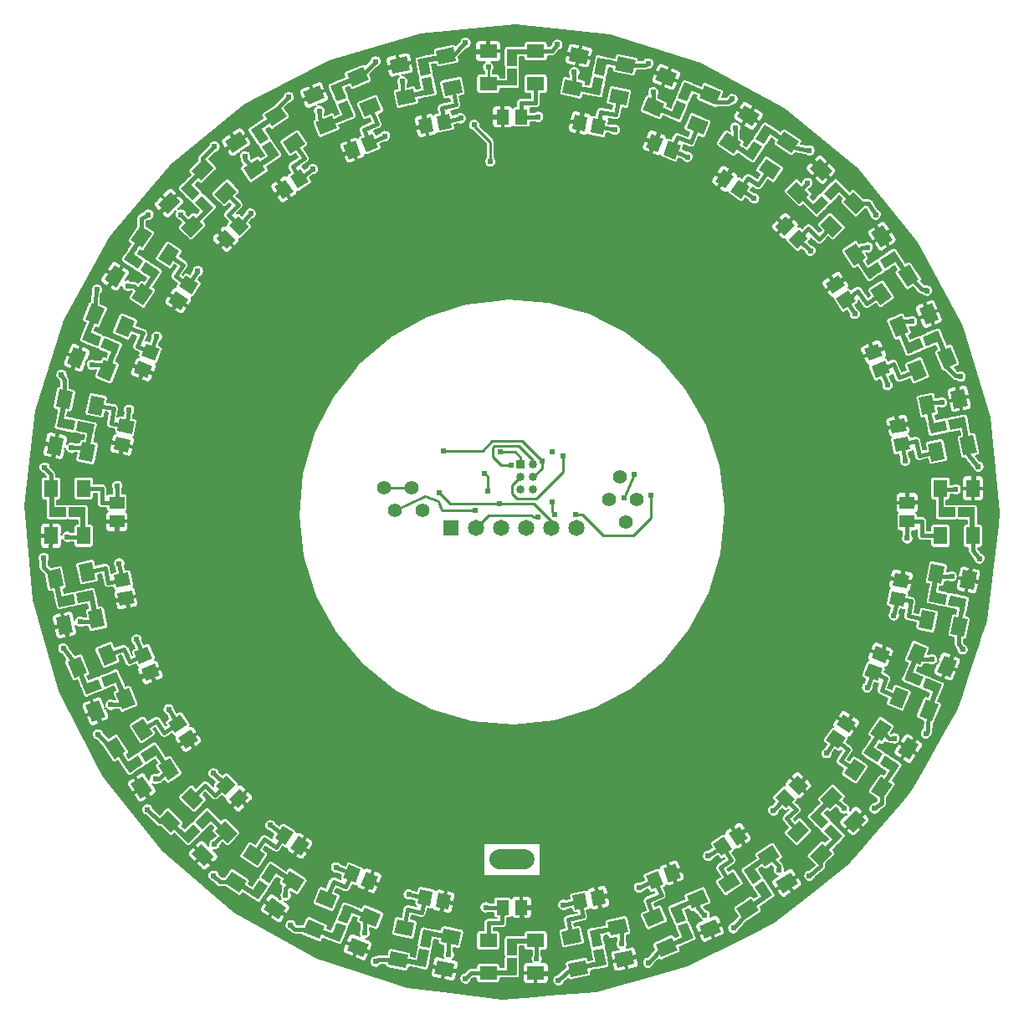
<source format=gtl>
%FSLAX34Y34*%
G04 Gerber Fmt 3.4, Leading zero omitted, Abs format*
G04 (created by PCBNEW (2014-06-29 BZR 4957)-product) date Mon 28 Jul 2014 02:46:15 PM CEST*
%MOIN*%
G01*
G70*
G90*
G04 APERTURE LIST*
%ADD10C,0.003937*%
%ADD11C,0.033465*%
%ADD12R,0.033465X0.033465*%
%ADD13C,0.028000*%
%ADD14C,0.078740*%
%ADD15C,0.055118*%
%ADD16R,0.064961X0.064961*%
%ADD17C,0.064961*%
%ADD18R,0.059000X0.051100*%
%ADD19R,0.051100X0.059000*%
%ADD20R,0.055118X0.070866*%
%ADD21R,0.019685X0.118110*%
%ADD22R,0.066929X0.039370*%
%ADD23R,0.019685X0.039370*%
%ADD24R,0.019685X0.062992*%
%ADD25R,0.070866X0.055118*%
%ADD26R,0.118110X0.019685*%
%ADD27R,0.039370X0.066929*%
%ADD28R,0.039370X0.019685*%
%ADD29R,0.062992X0.019685*%
%ADD30C,0.024000*%
%ADD31C,0.016000*%
%ADD32C,0.010000*%
%ADD33C,0.008000*%
%ADD34C,0.080000*%
%ADD35C,0.007874*%
G04 APERTURE END LIST*
G54D10*
G54D11*
X59903Y-35503D03*
X59403Y-36003D03*
X59903Y-36003D03*
X59403Y-36503D03*
X59903Y-36503D03*
G54D12*
X59403Y-35503D03*
G54D13*
X59403Y-35503D03*
X59903Y-35503D03*
X59403Y-36503D03*
X59903Y-36503D03*
G54D14*
X57562Y-51232D03*
X58562Y-51232D03*
X59562Y-51232D03*
X60562Y-51232D03*
G54D15*
X63589Y-37783D03*
X62909Y-36895D03*
X64027Y-36884D03*
X63347Y-35996D03*
X55502Y-37344D03*
X54384Y-37333D03*
X55064Y-36445D03*
X53946Y-36434D03*
G54D16*
X56606Y-38047D03*
G54D17*
X57606Y-38047D03*
X58606Y-38047D03*
X59606Y-38047D03*
X60606Y-38047D03*
X61606Y-38047D03*
G54D10*
G36*
X56543Y-21516D02*
X56659Y-22095D01*
X56158Y-22195D01*
X56042Y-21616D01*
X56543Y-21516D01*
X56543Y-21516D01*
G37*
G36*
X55810Y-21663D02*
X55925Y-22241D01*
X55424Y-22341D01*
X55309Y-21763D01*
X55810Y-21663D01*
X55810Y-21663D01*
G37*
G36*
X53500Y-22321D02*
X53725Y-22866D01*
X53253Y-23061D01*
X53028Y-22516D01*
X53500Y-22321D01*
X53500Y-22321D01*
G37*
G36*
X52809Y-22607D02*
X53034Y-23152D01*
X52562Y-23348D01*
X52337Y-22803D01*
X52809Y-22607D01*
X52809Y-22607D01*
G37*
G36*
X50634Y-23735D02*
X50962Y-24225D01*
X50538Y-24509D01*
X50209Y-24019D01*
X50634Y-23735D01*
X50634Y-23735D01*
G37*
G36*
X50013Y-24151D02*
X50341Y-24641D01*
X49916Y-24926D01*
X49588Y-24435D01*
X50013Y-24151D01*
X50013Y-24151D01*
G37*
G36*
X48149Y-25606D02*
X48567Y-26023D01*
X48205Y-26384D01*
X47788Y-25967D01*
X48149Y-25606D01*
X48149Y-25606D01*
G37*
G36*
X47620Y-26135D02*
X48038Y-26552D01*
X47676Y-26913D01*
X47259Y-26496D01*
X47620Y-26135D01*
X47620Y-26135D01*
G37*
G36*
X46068Y-27974D02*
X46559Y-28301D01*
X46275Y-28726D01*
X45784Y-28399D01*
X46068Y-27974D01*
X46068Y-27974D01*
G37*
G36*
X45653Y-28596D02*
X46144Y-28923D01*
X45860Y-29348D01*
X45369Y-29021D01*
X45653Y-28596D01*
X45653Y-28596D01*
G37*
G36*
X44476Y-30683D02*
X45021Y-30909D01*
X44825Y-31381D01*
X44280Y-31155D01*
X44476Y-30683D01*
X44476Y-30683D01*
G37*
G36*
X44189Y-31374D02*
X44735Y-31600D01*
X44539Y-32072D01*
X43994Y-31846D01*
X44189Y-31374D01*
X44189Y-31374D01*
G37*
G36*
X43435Y-33675D02*
X44014Y-33790D01*
X43914Y-34291D01*
X43335Y-34176D01*
X43435Y-33675D01*
X43435Y-33675D01*
G37*
G36*
X43289Y-34409D02*
X43868Y-34523D01*
X43769Y-35025D01*
X43190Y-34910D01*
X43289Y-34409D01*
X43289Y-34409D01*
G37*
G54D18*
X43307Y-37027D03*
X43307Y-37775D03*
G54D10*
G36*
X43189Y-39912D02*
X43768Y-39797D01*
X43868Y-40298D01*
X43289Y-40414D01*
X43189Y-39912D01*
X43189Y-39912D01*
G37*
G36*
X43336Y-40646D02*
X43914Y-40530D01*
X44014Y-41031D01*
X43436Y-41147D01*
X43336Y-40646D01*
X43336Y-40646D01*
G37*
G36*
X43994Y-42976D02*
X44539Y-42750D01*
X44735Y-43222D01*
X44189Y-43448D01*
X43994Y-42976D01*
X43994Y-42976D01*
G37*
G36*
X44280Y-43667D02*
X44825Y-43441D01*
X45021Y-43913D01*
X44476Y-44139D01*
X44280Y-43667D01*
X44280Y-43667D01*
G37*
G36*
X45349Y-45782D02*
X45839Y-45454D01*
X46124Y-45879D01*
X45633Y-46207D01*
X45349Y-45782D01*
X45349Y-45782D01*
G37*
G36*
X45765Y-46404D02*
X46255Y-46076D01*
X46540Y-46500D01*
X46049Y-46828D01*
X45765Y-46404D01*
X45765Y-46404D01*
G37*
G36*
X47259Y-48306D02*
X47676Y-47889D01*
X48038Y-48250D01*
X47620Y-48668D01*
X47259Y-48306D01*
X47259Y-48306D01*
G37*
G36*
X47788Y-48835D02*
X48205Y-48418D01*
X48567Y-48779D01*
X48149Y-49197D01*
X47788Y-48835D01*
X47788Y-48835D01*
G37*
G36*
X49607Y-50388D02*
X49935Y-49897D01*
X50360Y-50180D01*
X50033Y-50671D01*
X49607Y-50388D01*
X49607Y-50388D01*
G37*
G36*
X50230Y-50803D02*
X50557Y-50312D01*
X50982Y-50595D01*
X50655Y-51086D01*
X50230Y-50803D01*
X50230Y-50803D01*
G37*
G36*
X52337Y-51980D02*
X52562Y-51435D01*
X53034Y-51630D01*
X52809Y-52176D01*
X52337Y-51980D01*
X52337Y-51980D01*
G37*
G36*
X53028Y-52266D02*
X53253Y-51721D01*
X53725Y-51917D01*
X53500Y-52462D01*
X53028Y-52266D01*
X53028Y-52266D01*
G37*
G36*
X55289Y-53001D02*
X55404Y-52422D01*
X55905Y-52522D01*
X55791Y-53101D01*
X55289Y-53001D01*
X55289Y-53001D01*
G37*
G36*
X56023Y-53147D02*
X56138Y-52568D01*
X56639Y-52667D01*
X56524Y-53246D01*
X56023Y-53147D01*
X56023Y-53147D01*
G37*
G54D19*
X58681Y-53149D03*
X59429Y-53149D03*
G54D10*
G36*
X61568Y-53250D02*
X61450Y-52672D01*
X61950Y-52569D01*
X62069Y-53147D01*
X61568Y-53250D01*
X61568Y-53250D01*
G37*
G36*
X62301Y-53099D02*
X62182Y-52521D01*
X62683Y-52419D01*
X62801Y-52997D01*
X62301Y-53099D01*
X62301Y-53099D01*
G37*
G36*
X64612Y-52445D02*
X64384Y-51901D01*
X64855Y-51703D01*
X65083Y-52247D01*
X64612Y-52445D01*
X64612Y-52445D01*
G37*
G36*
X65302Y-52155D02*
X65073Y-51611D01*
X65544Y-51413D01*
X65773Y-51957D01*
X65302Y-52155D01*
X65302Y-52155D01*
G37*
G36*
X67398Y-51108D02*
X67069Y-50619D01*
X67492Y-50333D01*
X67822Y-50822D01*
X67398Y-51108D01*
X67398Y-51108D01*
G37*
G36*
X68019Y-50690D02*
X67689Y-50200D01*
X68112Y-49915D01*
X68442Y-50404D01*
X68019Y-50690D01*
X68019Y-50690D01*
G37*
G36*
X69960Y-49197D02*
X69543Y-48779D01*
X69904Y-48418D01*
X70321Y-48835D01*
X69960Y-49197D01*
X69960Y-49197D01*
G37*
G36*
X70489Y-48668D02*
X70072Y-48250D01*
X70433Y-47889D01*
X70850Y-48306D01*
X70489Y-48668D01*
X70489Y-48668D01*
G37*
G36*
X72060Y-46828D02*
X71570Y-46500D01*
X71854Y-46076D01*
X72344Y-46404D01*
X72060Y-46828D01*
X72060Y-46828D01*
G37*
G36*
X72476Y-46207D02*
X71986Y-45879D01*
X72270Y-45454D01*
X72760Y-45782D01*
X72476Y-46207D01*
X72476Y-46207D01*
G37*
G36*
X73632Y-44119D02*
X73088Y-43892D01*
X73284Y-43421D01*
X73829Y-43647D01*
X73632Y-44119D01*
X73632Y-44119D01*
G37*
G36*
X73920Y-43429D02*
X73375Y-43202D01*
X73571Y-42730D01*
X74116Y-42957D01*
X73920Y-43429D01*
X73920Y-43429D01*
G37*
G36*
X74654Y-41167D02*
X74075Y-41051D01*
X74175Y-40550D01*
X74754Y-40666D01*
X74654Y-41167D01*
X74654Y-41167D01*
G37*
G36*
X74800Y-40433D02*
X74222Y-40318D01*
X74322Y-39817D01*
X74900Y-39932D01*
X74800Y-40433D01*
X74800Y-40433D01*
G37*
G54D18*
X74803Y-37775D03*
X74803Y-37027D03*
G54D10*
G36*
X74919Y-34890D02*
X74340Y-35005D01*
X74241Y-34504D01*
X74820Y-34389D01*
X74919Y-34890D01*
X74919Y-34890D01*
G37*
G36*
X74774Y-34157D02*
X74195Y-34271D01*
X74096Y-33770D01*
X74674Y-33655D01*
X74774Y-34157D01*
X74774Y-34157D01*
G37*
G36*
X74116Y-31845D02*
X73571Y-32072D01*
X73375Y-31600D01*
X73920Y-31373D01*
X74116Y-31845D01*
X74116Y-31845D01*
G37*
G36*
X73829Y-31155D02*
X73284Y-31381D01*
X73088Y-30910D01*
X73632Y-30683D01*
X73829Y-31155D01*
X73829Y-31155D01*
G37*
G36*
X72740Y-29000D02*
X72250Y-29328D01*
X71966Y-28904D01*
X72456Y-28576D01*
X72740Y-29000D01*
X72740Y-29000D01*
G37*
G36*
X72324Y-28379D02*
X71834Y-28707D01*
X71550Y-28282D01*
X72040Y-27954D01*
X72324Y-28379D01*
X72324Y-28379D01*
G37*
G36*
X70850Y-26496D02*
X70433Y-26913D01*
X70072Y-26552D01*
X70489Y-26135D01*
X70850Y-26496D01*
X70850Y-26496D01*
G37*
G36*
X70321Y-25967D02*
X69904Y-26384D01*
X69543Y-26023D01*
X69960Y-25606D01*
X70321Y-25967D01*
X70321Y-25967D01*
G37*
G36*
X68521Y-24435D02*
X68193Y-24926D01*
X67769Y-24641D01*
X68097Y-24151D01*
X68521Y-24435D01*
X68521Y-24435D01*
G37*
G36*
X67900Y-24019D02*
X67572Y-24509D01*
X67147Y-24225D01*
X67475Y-23735D01*
X67900Y-24019D01*
X67900Y-24019D01*
G37*
G36*
X65773Y-22803D02*
X65547Y-23348D01*
X65075Y-23152D01*
X65301Y-22607D01*
X65773Y-22803D01*
X65773Y-22803D01*
G37*
G36*
X65082Y-22516D02*
X64856Y-23061D01*
X64384Y-22866D01*
X64610Y-22321D01*
X65082Y-22516D01*
X65082Y-22516D01*
G37*
G36*
X62801Y-21802D02*
X62685Y-22381D01*
X62184Y-22281D01*
X62299Y-21702D01*
X62801Y-21802D01*
X62801Y-21802D01*
G37*
G36*
X62067Y-21656D02*
X61951Y-22234D01*
X61450Y-22134D01*
X61566Y-21555D01*
X62067Y-21656D01*
X62067Y-21656D01*
G37*
G54D19*
X59429Y-21653D03*
X58681Y-21653D03*
G54D10*
G36*
X56282Y-20290D02*
X56977Y-20151D01*
X57085Y-20692D01*
X56390Y-20830D01*
X56282Y-20290D01*
X56282Y-20290D01*
G37*
G36*
X56027Y-19016D02*
X56722Y-18877D01*
X56830Y-19418D01*
X56135Y-19556D01*
X56027Y-19016D01*
X56027Y-19016D01*
G37*
G36*
X54174Y-19386D02*
X54869Y-19247D01*
X54977Y-19788D01*
X54282Y-19927D01*
X54174Y-19386D01*
X54174Y-19386D01*
G37*
G36*
X54429Y-20660D02*
X55124Y-20521D01*
X55232Y-21062D01*
X54537Y-21201D01*
X54429Y-20660D01*
X54429Y-20660D01*
G37*
G36*
X54768Y-20753D02*
X55927Y-20521D01*
X55965Y-20715D01*
X54807Y-20946D01*
X54768Y-20753D01*
X54768Y-20753D01*
G37*
G36*
X55294Y-19363D02*
X55680Y-19286D01*
X55811Y-19942D01*
X55425Y-20020D01*
X55294Y-19363D01*
X55294Y-19363D01*
G37*
G36*
X55448Y-20135D02*
X55834Y-20058D01*
X55965Y-20715D01*
X55579Y-20792D01*
X55448Y-20135D01*
X55448Y-20135D01*
G37*
G36*
X55294Y-19363D02*
X56452Y-19132D01*
X56490Y-19325D01*
X55332Y-19556D01*
X55294Y-19363D01*
X55294Y-19363D01*
G37*
G36*
X55448Y-20135D02*
X55834Y-20058D01*
X55873Y-20251D01*
X55487Y-20328D01*
X55448Y-20135D01*
X55448Y-20135D01*
G37*
G36*
X55386Y-19826D02*
X55772Y-19749D01*
X55811Y-19942D01*
X55425Y-20020D01*
X55386Y-19826D01*
X55386Y-19826D01*
G37*
G36*
X55294Y-19363D02*
X55911Y-19240D01*
X55950Y-19433D01*
X55332Y-19556D01*
X55294Y-19363D01*
X55294Y-19363D01*
G37*
G36*
X55309Y-20645D02*
X55927Y-20521D01*
X55965Y-20715D01*
X55347Y-20838D01*
X55309Y-20645D01*
X55309Y-20645D01*
G37*
G36*
X52972Y-21143D02*
X53626Y-20871D01*
X53837Y-21381D01*
X53183Y-21652D01*
X52972Y-21143D01*
X52972Y-21143D01*
G37*
G36*
X52475Y-19942D02*
X53129Y-19671D01*
X53340Y-20180D01*
X52685Y-20452D01*
X52475Y-19942D01*
X52475Y-19942D01*
G37*
G36*
X50729Y-20666D02*
X51383Y-20394D01*
X51594Y-20904D01*
X50940Y-21175D01*
X50729Y-20666D01*
X50729Y-20666D01*
G37*
G36*
X51226Y-21866D02*
X51880Y-21595D01*
X52091Y-22104D01*
X51437Y-22375D01*
X51226Y-21866D01*
X51226Y-21866D01*
G37*
G36*
X51577Y-21891D02*
X52668Y-21439D01*
X52744Y-21621D01*
X51652Y-22073D01*
X51577Y-21891D01*
X51577Y-21891D01*
G37*
G36*
X51822Y-20426D02*
X52186Y-20275D01*
X52442Y-20893D01*
X52078Y-21044D01*
X51822Y-20426D01*
X51822Y-20426D01*
G37*
G36*
X52124Y-21153D02*
X52487Y-21002D01*
X52744Y-21621D01*
X52380Y-21771D01*
X52124Y-21153D01*
X52124Y-21153D01*
G37*
G36*
X51822Y-20426D02*
X52914Y-19974D01*
X52989Y-20155D01*
X51898Y-20607D01*
X51822Y-20426D01*
X51822Y-20426D01*
G37*
G36*
X52124Y-21153D02*
X52487Y-21002D01*
X52563Y-21184D01*
X52199Y-21335D01*
X52124Y-21153D01*
X52124Y-21153D01*
G37*
G36*
X52003Y-20862D02*
X52367Y-20711D01*
X52442Y-20893D01*
X52078Y-21044D01*
X52003Y-20862D01*
X52003Y-20862D01*
G37*
G36*
X51822Y-20426D02*
X52404Y-20184D01*
X52480Y-20366D01*
X51898Y-20607D01*
X51822Y-20426D01*
X51822Y-20426D01*
G37*
G36*
X52086Y-21680D02*
X52668Y-21439D01*
X52744Y-21621D01*
X52162Y-21862D01*
X52086Y-21680D01*
X52086Y-21680D01*
G37*
G36*
X49911Y-22659D02*
X50500Y-22265D01*
X50806Y-22723D01*
X50218Y-23117D01*
X49911Y-22659D01*
X49911Y-22659D01*
G37*
G36*
X49188Y-21579D02*
X49777Y-21185D01*
X50084Y-21643D01*
X49495Y-22037D01*
X49188Y-21579D01*
X49188Y-21579D01*
G37*
G36*
X47618Y-22631D02*
X48207Y-22236D01*
X48513Y-22694D01*
X47924Y-23089D01*
X47618Y-22631D01*
X47618Y-22631D01*
G37*
G36*
X48341Y-23710D02*
X48929Y-23316D01*
X49236Y-23774D01*
X48647Y-24168D01*
X48341Y-23710D01*
X48341Y-23710D01*
G37*
G36*
X48690Y-23666D02*
X49671Y-23009D01*
X49781Y-23172D01*
X48799Y-23829D01*
X48690Y-23666D01*
X48690Y-23666D01*
G37*
G36*
X48643Y-22181D02*
X48971Y-21962D01*
X49343Y-22518D01*
X49016Y-22737D01*
X48643Y-22181D01*
X48643Y-22181D01*
G37*
G36*
X49081Y-22835D02*
X49409Y-22616D01*
X49781Y-23172D01*
X49454Y-23391D01*
X49081Y-22835D01*
X49081Y-22835D01*
G37*
G36*
X48643Y-22181D02*
X49625Y-21524D01*
X49734Y-21687D01*
X48753Y-22345D01*
X48643Y-22181D01*
X48643Y-22181D01*
G37*
G36*
X49081Y-22835D02*
X49409Y-22616D01*
X49518Y-22780D01*
X49191Y-22999D01*
X49081Y-22835D01*
X49081Y-22835D01*
G37*
G36*
X48906Y-22574D02*
X49233Y-22355D01*
X49343Y-22518D01*
X49016Y-22737D01*
X48906Y-22574D01*
X48906Y-22574D01*
G37*
G36*
X48643Y-22181D02*
X49167Y-21831D01*
X49276Y-21994D01*
X48753Y-22345D01*
X48643Y-22181D01*
X48643Y-22181D01*
G37*
G36*
X49148Y-23359D02*
X49671Y-23009D01*
X49781Y-23172D01*
X49257Y-23523D01*
X49148Y-23359D01*
X49148Y-23359D01*
G37*
G36*
X47197Y-24728D02*
X47698Y-24227D01*
X48088Y-24617D01*
X47587Y-25118D01*
X47197Y-24728D01*
X47197Y-24728D01*
G37*
G36*
X46279Y-23810D02*
X46780Y-23308D01*
X47169Y-23698D01*
X46668Y-24199D01*
X46279Y-23810D01*
X46279Y-23810D01*
G37*
G36*
X44942Y-25146D02*
X45443Y-24645D01*
X45833Y-25035D01*
X45332Y-25536D01*
X44942Y-25146D01*
X44942Y-25146D01*
G37*
G36*
X45861Y-26065D02*
X46362Y-25563D01*
X46752Y-25953D01*
X46251Y-26454D01*
X45861Y-26065D01*
X45861Y-26065D01*
G37*
G36*
X46195Y-25953D02*
X47030Y-25118D01*
X47169Y-25257D01*
X46334Y-26092D01*
X46195Y-25953D01*
X46195Y-25953D01*
G37*
G36*
X45861Y-24506D02*
X46139Y-24227D01*
X46613Y-24700D01*
X46334Y-24979D01*
X45861Y-24506D01*
X45861Y-24506D01*
G37*
G36*
X46418Y-25062D02*
X46696Y-24784D01*
X47169Y-25257D01*
X46891Y-25536D01*
X46418Y-25062D01*
X46418Y-25062D01*
G37*
G36*
X45861Y-24506D02*
X46696Y-23670D01*
X46835Y-23810D01*
X46000Y-24645D01*
X45861Y-24506D01*
X45861Y-24506D01*
G37*
G36*
X46418Y-25062D02*
X46696Y-24784D01*
X46835Y-24923D01*
X46557Y-25202D01*
X46418Y-25062D01*
X46418Y-25062D01*
G37*
G36*
X46195Y-24840D02*
X46473Y-24561D01*
X46613Y-24700D01*
X46334Y-24979D01*
X46195Y-24840D01*
X46195Y-24840D01*
G37*
G36*
X45861Y-24506D02*
X46306Y-24060D01*
X46446Y-24199D01*
X46000Y-24645D01*
X45861Y-24506D01*
X45861Y-24506D01*
G37*
G36*
X46585Y-25563D02*
X47030Y-25118D01*
X47169Y-25257D01*
X46724Y-25703D01*
X46585Y-25563D01*
X46585Y-25563D01*
G37*
G36*
X44949Y-27294D02*
X45343Y-26705D01*
X45801Y-27011D01*
X45408Y-27600D01*
X44949Y-27294D01*
X44949Y-27294D01*
G37*
G36*
X43868Y-26574D02*
X44262Y-25984D01*
X44720Y-26290D01*
X44327Y-26879D01*
X43868Y-26574D01*
X43868Y-26574D01*
G37*
G36*
X42820Y-28146D02*
X43213Y-27556D01*
X43672Y-27862D01*
X43278Y-28452D01*
X42820Y-28146D01*
X42820Y-28146D01*
G37*
G36*
X43901Y-28867D02*
X44294Y-28277D01*
X44753Y-28583D01*
X44359Y-29172D01*
X43901Y-28867D01*
X43901Y-28867D01*
G37*
G36*
X44207Y-28692D02*
X44862Y-27709D01*
X45026Y-27819D01*
X44370Y-28801D01*
X44207Y-28692D01*
X44207Y-28692D01*
G37*
G36*
X43595Y-27338D02*
X43814Y-27010D01*
X44371Y-27382D01*
X44152Y-27709D01*
X43595Y-27338D01*
X43595Y-27338D01*
G37*
G36*
X44250Y-27775D02*
X44469Y-27447D01*
X45026Y-27819D01*
X44807Y-28146D01*
X44250Y-27775D01*
X44250Y-27775D01*
G37*
G36*
X43595Y-27338D02*
X44251Y-26355D01*
X44414Y-26464D01*
X43759Y-27447D01*
X43595Y-27338D01*
X43595Y-27338D01*
G37*
G36*
X44250Y-27775D02*
X44469Y-27447D01*
X44633Y-27556D01*
X44414Y-27884D01*
X44250Y-27775D01*
X44250Y-27775D01*
G37*
G36*
X43988Y-27600D02*
X44207Y-27272D01*
X44371Y-27382D01*
X44152Y-27709D01*
X43988Y-27600D01*
X43988Y-27600D01*
G37*
G36*
X43595Y-27338D02*
X43945Y-26814D01*
X44109Y-26923D01*
X43759Y-27447D01*
X43595Y-27338D01*
X43595Y-27338D01*
G37*
G36*
X44512Y-28233D02*
X44862Y-27709D01*
X45026Y-27819D01*
X44676Y-28343D01*
X44512Y-28233D01*
X44512Y-28233D01*
G37*
G36*
X43248Y-30227D02*
X43519Y-29572D01*
X44029Y-29783D01*
X43757Y-30438D01*
X43248Y-30227D01*
X43248Y-30227D01*
G37*
G36*
X42048Y-29730D02*
X42319Y-29075D01*
X42828Y-29286D01*
X42557Y-29941D01*
X42048Y-29730D01*
X42048Y-29730D01*
G37*
G36*
X41325Y-31476D02*
X41596Y-30821D01*
X42105Y-31032D01*
X41834Y-31687D01*
X41325Y-31476D01*
X41325Y-31476D01*
G37*
G36*
X42525Y-31973D02*
X42796Y-31318D01*
X43305Y-31529D01*
X43034Y-32184D01*
X42525Y-31973D01*
X42525Y-31973D01*
G37*
G36*
X42791Y-31742D02*
X43243Y-30651D01*
X43425Y-30726D01*
X42973Y-31817D01*
X42791Y-31742D01*
X42791Y-31742D01*
G37*
G36*
X41928Y-30533D02*
X42079Y-30169D01*
X42697Y-30425D01*
X42547Y-30789D01*
X41928Y-30533D01*
X41928Y-30533D01*
G37*
G36*
X42656Y-30834D02*
X42807Y-30470D01*
X43425Y-30726D01*
X43274Y-31090D01*
X42656Y-30834D01*
X42656Y-30834D01*
G37*
G36*
X41928Y-30533D02*
X42380Y-29441D01*
X42562Y-29517D01*
X42110Y-30608D01*
X41928Y-30533D01*
X41928Y-30533D01*
G37*
G36*
X42656Y-30834D02*
X42807Y-30470D01*
X42988Y-30545D01*
X42838Y-30909D01*
X42656Y-30834D01*
X42656Y-30834D01*
G37*
G36*
X42365Y-30713D02*
X42516Y-30350D01*
X42697Y-30425D01*
X42547Y-30789D01*
X42365Y-30713D01*
X42365Y-30713D01*
G37*
G36*
X41928Y-30533D02*
X42169Y-29951D01*
X42351Y-30026D01*
X42110Y-30608D01*
X41928Y-30533D01*
X41928Y-30533D01*
G37*
G36*
X43002Y-31233D02*
X43243Y-30651D01*
X43425Y-30726D01*
X43184Y-31308D01*
X43002Y-31233D01*
X43002Y-31233D01*
G37*
G36*
X42154Y-33450D02*
X42292Y-32754D01*
X42833Y-32861D01*
X42695Y-33557D01*
X42154Y-33450D01*
X42154Y-33450D01*
G37*
G36*
X40880Y-33197D02*
X41018Y-32502D01*
X41558Y-32609D01*
X41421Y-33304D01*
X40880Y-33197D01*
X40880Y-33197D01*
G37*
G36*
X40513Y-35051D02*
X40650Y-34356D01*
X41191Y-34463D01*
X41053Y-35158D01*
X40513Y-35051D01*
X40513Y-35051D01*
G37*
G36*
X41787Y-35303D02*
X41925Y-34608D01*
X42466Y-34715D01*
X42328Y-35410D01*
X41787Y-35303D01*
X41787Y-35303D01*
G37*
G36*
X42003Y-35025D02*
X42232Y-33866D01*
X42425Y-33905D01*
X42196Y-35063D01*
X42003Y-35025D01*
X42003Y-35025D01*
G37*
G36*
X40920Y-34008D02*
X40996Y-33622D01*
X41653Y-33752D01*
X41577Y-34138D01*
X40920Y-34008D01*
X40920Y-34008D01*
G37*
G36*
X41692Y-34161D02*
X41769Y-33775D01*
X42425Y-33905D01*
X42349Y-34291D01*
X41692Y-34161D01*
X41692Y-34161D01*
G37*
G36*
X40920Y-34008D02*
X41149Y-32849D01*
X41343Y-32887D01*
X41113Y-34046D01*
X40920Y-34008D01*
X40920Y-34008D01*
G37*
G36*
X41692Y-34161D02*
X41769Y-33775D01*
X41962Y-33813D01*
X41886Y-34199D01*
X41692Y-34161D01*
X41692Y-34161D01*
G37*
G36*
X41383Y-34100D02*
X41460Y-33713D01*
X41653Y-33752D01*
X41577Y-34138D01*
X41383Y-34100D01*
X41383Y-34100D01*
G37*
G36*
X40920Y-34008D02*
X41042Y-33390D01*
X41235Y-33428D01*
X41113Y-34046D01*
X40920Y-34008D01*
X40920Y-34008D01*
G37*
G36*
X42110Y-34484D02*
X42232Y-33866D01*
X42425Y-33905D01*
X42303Y-34522D01*
X42110Y-34484D01*
X42110Y-34484D01*
G37*
G54D20*
X41988Y-36456D03*
X40688Y-36456D03*
X40688Y-38346D03*
X41988Y-38346D03*
G54D21*
X41968Y-37795D03*
G54D22*
X40944Y-37401D03*
X41732Y-37401D03*
G54D21*
X40708Y-37007D03*
G54D23*
X41496Y-37401D03*
X41181Y-37401D03*
G54D24*
X40708Y-37283D03*
X41968Y-37519D03*
G54D10*
G36*
X41924Y-40194D02*
X41785Y-39499D01*
X42325Y-39391D01*
X42464Y-40086D01*
X41924Y-40194D01*
X41924Y-40194D01*
G37*
G36*
X40650Y-40448D02*
X40511Y-39753D01*
X41051Y-39645D01*
X41190Y-40340D01*
X40650Y-40448D01*
X40650Y-40448D01*
G37*
G36*
X41020Y-42301D02*
X40881Y-41606D01*
X41422Y-41498D01*
X41561Y-42193D01*
X41020Y-42301D01*
X41020Y-42301D01*
G37*
G36*
X42294Y-42047D02*
X42155Y-41352D01*
X42696Y-41244D01*
X42835Y-41939D01*
X42294Y-42047D01*
X42294Y-42047D01*
G37*
G36*
X42387Y-41707D02*
X42155Y-40549D01*
X42348Y-40510D01*
X42580Y-41668D01*
X42387Y-41707D01*
X42387Y-41707D01*
G37*
G36*
X40997Y-41182D02*
X40920Y-40796D01*
X41576Y-40664D01*
X41653Y-41051D01*
X40997Y-41182D01*
X40997Y-41182D01*
G37*
G36*
X41769Y-41027D02*
X41692Y-40641D01*
X42348Y-40510D01*
X42426Y-40896D01*
X41769Y-41027D01*
X41769Y-41027D01*
G37*
G36*
X40997Y-41182D02*
X40766Y-40024D01*
X40959Y-39985D01*
X41190Y-41143D01*
X40997Y-41182D01*
X40997Y-41182D01*
G37*
G36*
X41769Y-41027D02*
X41692Y-40641D01*
X41885Y-40603D01*
X41962Y-40989D01*
X41769Y-41027D01*
X41769Y-41027D01*
G37*
G36*
X41460Y-41089D02*
X41383Y-40703D01*
X41576Y-40664D01*
X41653Y-41051D01*
X41460Y-41089D01*
X41460Y-41089D01*
G37*
G36*
X40997Y-41182D02*
X40874Y-40564D01*
X41067Y-40525D01*
X41190Y-41143D01*
X40997Y-41182D01*
X40997Y-41182D01*
G37*
G36*
X42279Y-41166D02*
X42155Y-40549D01*
X42348Y-40510D01*
X42472Y-41128D01*
X42279Y-41166D01*
X42279Y-41166D01*
G37*
G36*
X42816Y-43523D02*
X42545Y-42869D01*
X43054Y-42658D01*
X43325Y-43312D01*
X42816Y-43523D01*
X42816Y-43523D01*
G37*
G36*
X41616Y-44021D02*
X41344Y-43366D01*
X41854Y-43155D01*
X42125Y-43810D01*
X41616Y-44021D01*
X41616Y-44021D01*
G37*
G36*
X42339Y-45766D02*
X42068Y-45112D01*
X42577Y-44901D01*
X42848Y-45556D01*
X42339Y-45766D01*
X42339Y-45766D01*
G37*
G36*
X43539Y-45269D02*
X43268Y-44615D01*
X43777Y-44404D01*
X44048Y-45058D01*
X43539Y-45269D01*
X43539Y-45269D01*
G37*
G36*
X43564Y-44918D02*
X43112Y-43827D01*
X43294Y-43752D01*
X43746Y-44843D01*
X43564Y-44918D01*
X43564Y-44918D01*
G37*
G36*
X42099Y-44673D02*
X41948Y-44309D01*
X42566Y-44053D01*
X42717Y-44417D01*
X42099Y-44673D01*
X42099Y-44673D01*
G37*
G36*
X42826Y-44371D02*
X42676Y-44008D01*
X43294Y-43752D01*
X43445Y-44115D01*
X42826Y-44371D01*
X42826Y-44371D01*
G37*
G36*
X42099Y-44673D02*
X41647Y-43581D01*
X41829Y-43506D01*
X42281Y-44597D01*
X42099Y-44673D01*
X42099Y-44673D01*
G37*
G36*
X42826Y-44371D02*
X42676Y-44008D01*
X42857Y-43932D01*
X43008Y-44296D01*
X42826Y-44371D01*
X42826Y-44371D01*
G37*
G36*
X42535Y-44492D02*
X42385Y-44128D01*
X42566Y-44053D01*
X42717Y-44417D01*
X42535Y-44492D01*
X42535Y-44492D01*
G37*
G36*
X42099Y-44673D02*
X41858Y-44091D01*
X42040Y-44015D01*
X42281Y-44597D01*
X42099Y-44673D01*
X42099Y-44673D01*
G37*
G36*
X43353Y-44409D02*
X43112Y-43827D01*
X43294Y-43752D01*
X43535Y-44333D01*
X43353Y-44409D01*
X43353Y-44409D01*
G37*
G36*
X44293Y-46525D02*
X43899Y-45936D01*
X44357Y-45630D01*
X44751Y-46218D01*
X44293Y-46525D01*
X44293Y-46525D01*
G37*
G36*
X43213Y-47248D02*
X42819Y-46659D01*
X43277Y-46352D01*
X43671Y-46941D01*
X43213Y-47248D01*
X43213Y-47248D01*
G37*
G36*
X44264Y-48818D02*
X43870Y-48229D01*
X44328Y-47923D01*
X44722Y-48512D01*
X44264Y-48818D01*
X44264Y-48818D01*
G37*
G36*
X45344Y-48095D02*
X44950Y-47507D01*
X45408Y-47200D01*
X45802Y-47789D01*
X45344Y-48095D01*
X45344Y-48095D01*
G37*
G36*
X45300Y-47746D02*
X44643Y-46765D01*
X44806Y-46655D01*
X45463Y-47637D01*
X45300Y-47746D01*
X45300Y-47746D01*
G37*
G36*
X43815Y-47793D02*
X43596Y-47466D01*
X44152Y-47093D01*
X44371Y-47420D01*
X43815Y-47793D01*
X43815Y-47793D01*
G37*
G36*
X44469Y-47355D02*
X44250Y-47027D01*
X44806Y-46655D01*
X45025Y-46982D01*
X44469Y-47355D01*
X44469Y-47355D01*
G37*
G36*
X43815Y-47793D02*
X43158Y-46811D01*
X43321Y-46702D01*
X43978Y-47683D01*
X43815Y-47793D01*
X43815Y-47793D01*
G37*
G36*
X44469Y-47355D02*
X44250Y-47027D01*
X44414Y-46918D01*
X44633Y-47245D01*
X44469Y-47355D01*
X44469Y-47355D01*
G37*
G36*
X44207Y-47530D02*
X43988Y-47203D01*
X44152Y-47093D01*
X44371Y-47420D01*
X44207Y-47530D01*
X44207Y-47530D01*
G37*
G36*
X43815Y-47793D02*
X43464Y-47269D01*
X43628Y-47160D01*
X43978Y-47683D01*
X43815Y-47793D01*
X43815Y-47793D01*
G37*
G36*
X44993Y-47288D02*
X44643Y-46765D01*
X44806Y-46655D01*
X45157Y-47179D01*
X44993Y-47288D01*
X44993Y-47288D01*
G37*
G36*
X46382Y-49258D02*
X45881Y-48757D01*
X46270Y-48368D01*
X46772Y-48869D01*
X46382Y-49258D01*
X46382Y-49258D01*
G37*
G36*
X45463Y-50177D02*
X44962Y-49676D01*
X45352Y-49286D01*
X45853Y-49787D01*
X45463Y-50177D01*
X45463Y-50177D01*
G37*
G36*
X46799Y-51513D02*
X46298Y-51012D01*
X46688Y-50622D01*
X47189Y-51124D01*
X46799Y-51513D01*
X46799Y-51513D01*
G37*
G36*
X47718Y-50595D02*
X47217Y-50094D01*
X47607Y-49704D01*
X48108Y-50205D01*
X47718Y-50595D01*
X47718Y-50595D01*
G37*
G36*
X47607Y-50261D02*
X46772Y-49425D01*
X46911Y-49286D01*
X47746Y-50121D01*
X47607Y-50261D01*
X47607Y-50261D01*
G37*
G36*
X46159Y-50595D02*
X45881Y-50316D01*
X46354Y-49843D01*
X46632Y-50121D01*
X46159Y-50595D01*
X46159Y-50595D01*
G37*
G36*
X46716Y-50038D02*
X46437Y-49759D01*
X46911Y-49286D01*
X47189Y-49565D01*
X46716Y-50038D01*
X46716Y-50038D01*
G37*
G36*
X46159Y-50595D02*
X45324Y-49759D01*
X45463Y-49620D01*
X46298Y-50455D01*
X46159Y-50595D01*
X46159Y-50595D01*
G37*
G36*
X46716Y-50038D02*
X46437Y-49759D01*
X46577Y-49620D01*
X46855Y-49899D01*
X46716Y-50038D01*
X46716Y-50038D01*
G37*
G36*
X46493Y-50261D02*
X46215Y-49982D01*
X46354Y-49843D01*
X46632Y-50121D01*
X46493Y-50261D01*
X46493Y-50261D01*
G37*
G36*
X46159Y-50595D02*
X45714Y-50149D01*
X45853Y-50010D01*
X46298Y-50455D01*
X46159Y-50595D01*
X46159Y-50595D01*
G37*
G36*
X47217Y-49871D02*
X46772Y-49425D01*
X46911Y-49286D01*
X47356Y-49732D01*
X47217Y-49871D01*
X47217Y-49871D01*
G37*
G36*
X48909Y-51487D02*
X48319Y-51093D01*
X48625Y-50635D01*
X49214Y-51028D01*
X48909Y-51487D01*
X48909Y-51487D01*
G37*
G36*
X48188Y-52568D02*
X47598Y-52174D01*
X47904Y-51716D01*
X48494Y-52109D01*
X48188Y-52568D01*
X48188Y-52568D01*
G37*
G36*
X49760Y-53616D02*
X49170Y-53223D01*
X49476Y-52764D01*
X50066Y-53158D01*
X49760Y-53616D01*
X49760Y-53616D01*
G37*
G36*
X50481Y-52535D02*
X49891Y-52142D01*
X50197Y-51683D01*
X50787Y-52077D01*
X50481Y-52535D01*
X50481Y-52535D01*
G37*
G36*
X50306Y-52229D02*
X49324Y-51574D01*
X49433Y-51410D01*
X50415Y-52066D01*
X50306Y-52229D01*
X50306Y-52229D01*
G37*
G36*
X48952Y-52841D02*
X48625Y-52622D01*
X48996Y-52065D01*
X49323Y-52284D01*
X48952Y-52841D01*
X48952Y-52841D01*
G37*
G36*
X49389Y-52186D02*
X49061Y-51967D01*
X49433Y-51410D01*
X49760Y-51629D01*
X49389Y-52186D01*
X49389Y-52186D01*
G37*
G36*
X48952Y-52841D02*
X47969Y-52185D01*
X48079Y-52022D01*
X49061Y-52677D01*
X48952Y-52841D01*
X48952Y-52841D01*
G37*
G36*
X49389Y-52186D02*
X49061Y-51967D01*
X49171Y-51803D01*
X49498Y-52022D01*
X49389Y-52186D01*
X49389Y-52186D01*
G37*
G36*
X49214Y-52448D02*
X48887Y-52229D01*
X48996Y-52065D01*
X49323Y-52284D01*
X49214Y-52448D01*
X49214Y-52448D01*
G37*
G36*
X48952Y-52841D02*
X48428Y-52491D01*
X48537Y-52327D01*
X49061Y-52677D01*
X48952Y-52841D01*
X48952Y-52841D01*
G37*
G36*
X49848Y-51924D02*
X49324Y-51574D01*
X49433Y-51410D01*
X49957Y-51760D01*
X49848Y-51924D01*
X49848Y-51924D01*
G37*
G36*
X51880Y-53207D02*
X51226Y-52936D01*
X51437Y-52427D01*
X52091Y-52698D01*
X51880Y-53207D01*
X51880Y-53207D01*
G37*
G36*
X51383Y-54408D02*
X50729Y-54137D01*
X50940Y-53627D01*
X51594Y-53899D01*
X51383Y-54408D01*
X51383Y-54408D01*
G37*
G36*
X53129Y-55131D02*
X52475Y-54860D01*
X52685Y-54351D01*
X53340Y-54622D01*
X53129Y-55131D01*
X53129Y-55131D01*
G37*
G36*
X53626Y-53931D02*
X52972Y-53659D01*
X53183Y-53150D01*
X53837Y-53421D01*
X53626Y-53931D01*
X53626Y-53931D01*
G37*
G36*
X53396Y-53665D02*
X52304Y-53213D01*
X52380Y-53031D01*
X53471Y-53483D01*
X53396Y-53665D01*
X53396Y-53665D01*
G37*
G36*
X52186Y-54527D02*
X51822Y-54377D01*
X52078Y-53758D01*
X52442Y-53909D01*
X52186Y-54527D01*
X52186Y-54527D01*
G37*
G36*
X52487Y-53800D02*
X52124Y-53649D01*
X52380Y-53031D01*
X52744Y-53181D01*
X52487Y-53800D01*
X52487Y-53800D01*
G37*
G36*
X52186Y-54527D02*
X51095Y-54075D01*
X51170Y-53893D01*
X52261Y-54345D01*
X52186Y-54527D01*
X52186Y-54527D01*
G37*
G36*
X52487Y-53800D02*
X52124Y-53649D01*
X52199Y-53467D01*
X52563Y-53618D01*
X52487Y-53800D01*
X52487Y-53800D01*
G37*
G36*
X52367Y-54091D02*
X52003Y-53940D01*
X52078Y-53758D01*
X52442Y-53909D01*
X52367Y-54091D01*
X52367Y-54091D01*
G37*
G36*
X52186Y-54527D02*
X51604Y-54286D01*
X51679Y-54104D01*
X52261Y-54345D01*
X52186Y-54527D01*
X52186Y-54527D01*
G37*
G36*
X52886Y-53454D02*
X52304Y-53213D01*
X52380Y-53031D01*
X52962Y-53272D01*
X52886Y-53454D01*
X52886Y-53454D01*
G37*
G36*
X55064Y-54301D02*
X54369Y-54164D01*
X54476Y-53623D01*
X55171Y-53761D01*
X55064Y-54301D01*
X55064Y-54301D01*
G37*
G36*
X54811Y-55576D02*
X54116Y-55438D01*
X54223Y-54898D01*
X54918Y-55035D01*
X54811Y-55576D01*
X54811Y-55576D01*
G37*
G36*
X56665Y-55943D02*
X55970Y-55805D01*
X56077Y-55265D01*
X56772Y-55402D01*
X56665Y-55943D01*
X56665Y-55943D01*
G37*
G36*
X56917Y-54668D02*
X56222Y-54531D01*
X56329Y-53990D01*
X57025Y-54128D01*
X56917Y-54668D01*
X56917Y-54668D01*
G37*
G36*
X56639Y-54453D02*
X55480Y-54223D01*
X55519Y-54030D01*
X56677Y-54260D01*
X56639Y-54453D01*
X56639Y-54453D01*
G37*
G36*
X55622Y-55536D02*
X55236Y-55459D01*
X55366Y-54803D01*
X55752Y-54879D01*
X55622Y-55536D01*
X55622Y-55536D01*
G37*
G36*
X55775Y-54763D02*
X55389Y-54687D01*
X55519Y-54030D01*
X55905Y-54107D01*
X55775Y-54763D01*
X55775Y-54763D01*
G37*
G36*
X55622Y-55536D02*
X54463Y-55306D01*
X54502Y-55113D01*
X55660Y-55343D01*
X55622Y-55536D01*
X55622Y-55536D01*
G37*
G36*
X55775Y-54763D02*
X55389Y-54687D01*
X55427Y-54494D01*
X55813Y-54570D01*
X55775Y-54763D01*
X55775Y-54763D01*
G37*
G36*
X55714Y-55072D02*
X55328Y-54996D01*
X55366Y-54803D01*
X55752Y-54879D01*
X55714Y-55072D01*
X55714Y-55072D01*
G37*
G36*
X55622Y-55536D02*
X55004Y-55413D01*
X55042Y-55220D01*
X55660Y-55343D01*
X55622Y-55536D01*
X55622Y-55536D01*
G37*
G36*
X56098Y-54346D02*
X55480Y-54223D01*
X55519Y-54030D01*
X56137Y-54153D01*
X56098Y-54346D01*
X56098Y-54346D01*
G37*
G54D25*
X58110Y-54468D03*
X58110Y-55767D03*
X60000Y-55767D03*
X60000Y-54468D03*
G54D26*
X59448Y-54488D03*
G54D27*
X59055Y-55511D03*
X59055Y-54724D03*
G54D26*
X58661Y-55748D03*
G54D28*
X59055Y-54960D03*
X59055Y-55275D03*
G54D29*
X58937Y-55748D03*
X59173Y-54488D03*
G54D10*
G36*
X61826Y-54516D02*
X61132Y-54658D01*
X61021Y-54118D01*
X61715Y-53976D01*
X61826Y-54516D01*
X61826Y-54516D01*
G37*
G36*
X62087Y-55788D02*
X61393Y-55931D01*
X61282Y-55391D01*
X61977Y-55248D01*
X62087Y-55788D01*
X62087Y-55788D01*
G37*
G36*
X63939Y-55408D02*
X63244Y-55551D01*
X63134Y-55011D01*
X63828Y-54868D01*
X63939Y-55408D01*
X63939Y-55408D01*
G37*
G36*
X63677Y-54136D02*
X62983Y-54278D01*
X62872Y-53738D01*
X63566Y-53596D01*
X63677Y-54136D01*
X63677Y-54136D01*
G37*
G36*
X63337Y-54045D02*
X62180Y-54282D01*
X62141Y-54089D01*
X63298Y-53852D01*
X63337Y-54045D01*
X63337Y-54045D01*
G37*
G36*
X62819Y-55437D02*
X62433Y-55516D01*
X62299Y-54861D01*
X62685Y-54782D01*
X62819Y-55437D01*
X62819Y-55437D01*
G37*
G36*
X62661Y-54666D02*
X62275Y-54745D01*
X62141Y-54089D01*
X62526Y-54010D01*
X62661Y-54666D01*
X62661Y-54666D01*
G37*
G36*
X62819Y-55437D02*
X61662Y-55675D01*
X61623Y-55482D01*
X62780Y-55244D01*
X62819Y-55437D01*
X62819Y-55437D01*
G37*
G36*
X62661Y-54666D02*
X62275Y-54745D01*
X62236Y-54552D01*
X62621Y-54473D01*
X62661Y-54666D01*
X62661Y-54666D01*
G37*
G36*
X62724Y-54974D02*
X62338Y-55054D01*
X62299Y-54861D01*
X62685Y-54782D01*
X62724Y-54974D01*
X62724Y-54974D01*
G37*
G36*
X62819Y-55437D02*
X62202Y-55564D01*
X62162Y-55371D01*
X62780Y-55244D01*
X62819Y-55437D01*
X62819Y-55437D01*
G37*
G36*
X62797Y-54156D02*
X62180Y-54282D01*
X62141Y-54089D01*
X62758Y-53963D01*
X62797Y-54156D01*
X62797Y-54156D01*
G37*
G36*
X65137Y-53663D02*
X64484Y-53938D01*
X64270Y-53430D01*
X64923Y-53155D01*
X65137Y-53663D01*
X65137Y-53663D01*
G37*
G36*
X65640Y-54861D02*
X64987Y-55135D01*
X64774Y-54627D01*
X65427Y-54353D01*
X65640Y-54861D01*
X65640Y-54861D01*
G37*
G36*
X67382Y-54128D02*
X66729Y-54403D01*
X66516Y-53895D01*
X67169Y-53620D01*
X67382Y-54128D01*
X67382Y-54128D01*
G37*
G36*
X66879Y-52931D02*
X66226Y-53205D01*
X66012Y-52697D01*
X66665Y-52423D01*
X66879Y-52931D01*
X66879Y-52931D01*
G37*
G36*
X66528Y-52908D02*
X65439Y-53365D01*
X65363Y-53184D01*
X66451Y-52726D01*
X66528Y-52908D01*
X66528Y-52908D01*
G37*
G36*
X66290Y-54374D02*
X65927Y-54527D01*
X65668Y-53910D01*
X66031Y-53757D01*
X66290Y-54374D01*
X66290Y-54374D01*
G37*
G36*
X65985Y-53648D02*
X65622Y-53801D01*
X65363Y-53184D01*
X65725Y-53031D01*
X65985Y-53648D01*
X65985Y-53648D01*
G37*
G36*
X66290Y-54374D02*
X65201Y-54832D01*
X65125Y-54650D01*
X66214Y-54193D01*
X66290Y-54374D01*
X66290Y-54374D01*
G37*
G36*
X65985Y-53648D02*
X65622Y-53801D01*
X65546Y-53619D01*
X65909Y-53467D01*
X65985Y-53648D01*
X65985Y-53648D01*
G37*
G36*
X66107Y-53939D02*
X65744Y-54091D01*
X65668Y-53910D01*
X66031Y-53757D01*
X66107Y-53939D01*
X66107Y-53939D01*
G37*
G36*
X66290Y-54374D02*
X65709Y-54618D01*
X65633Y-54437D01*
X66214Y-54193D01*
X66290Y-54374D01*
X66290Y-54374D01*
G37*
G36*
X66020Y-53121D02*
X65439Y-53365D01*
X65363Y-53184D01*
X65943Y-52940D01*
X66020Y-53121D01*
X66020Y-53121D01*
G37*
G36*
X68159Y-52185D02*
X67572Y-52581D01*
X67263Y-52124D01*
X67851Y-51728D01*
X68159Y-52185D01*
X68159Y-52185D01*
G37*
G36*
X68886Y-53262D02*
X68298Y-53658D01*
X67990Y-53201D01*
X68577Y-52805D01*
X68886Y-53262D01*
X68886Y-53262D01*
G37*
G36*
X70452Y-52205D02*
X69865Y-52602D01*
X69557Y-52145D01*
X70144Y-51748D01*
X70452Y-52205D01*
X70452Y-52205D01*
G37*
G36*
X69726Y-51128D02*
X69138Y-51525D01*
X68830Y-51068D01*
X69418Y-50671D01*
X69726Y-51128D01*
X69726Y-51128D01*
G37*
G36*
X69377Y-51174D02*
X68397Y-51834D01*
X68287Y-51671D01*
X69266Y-51011D01*
X69377Y-51174D01*
X69377Y-51174D01*
G37*
G36*
X69428Y-52659D02*
X69102Y-52879D01*
X68728Y-52324D01*
X69054Y-52104D01*
X69428Y-52659D01*
X69428Y-52659D01*
G37*
G36*
X68988Y-52006D02*
X68662Y-52226D01*
X68287Y-51671D01*
X68614Y-51451D01*
X68988Y-52006D01*
X68988Y-52006D01*
G37*
G36*
X69428Y-52659D02*
X68449Y-53319D01*
X68339Y-53156D01*
X69318Y-52495D01*
X69428Y-52659D01*
X69428Y-52659D01*
G37*
G36*
X68988Y-52006D02*
X68662Y-52226D01*
X68551Y-52063D01*
X68878Y-51843D01*
X68988Y-52006D01*
X68988Y-52006D01*
G37*
G36*
X69164Y-52267D02*
X68838Y-52487D01*
X68728Y-52324D01*
X69054Y-52104D01*
X69164Y-52267D01*
X69164Y-52267D01*
G37*
G36*
X69428Y-52659D02*
X68906Y-53011D01*
X68796Y-52848D01*
X69318Y-52495D01*
X69428Y-52659D01*
X69428Y-52659D01*
G37*
G36*
X68920Y-51482D02*
X68397Y-51834D01*
X68287Y-51671D01*
X68810Y-51319D01*
X68920Y-51482D01*
X68920Y-51482D01*
G37*
G36*
X70893Y-50075D02*
X70392Y-50577D01*
X70002Y-50188D01*
X70502Y-49686D01*
X70893Y-50075D01*
X70893Y-50075D01*
G37*
G36*
X71813Y-50992D02*
X71313Y-51494D01*
X70922Y-51105D01*
X71422Y-50603D01*
X71813Y-50992D01*
X71813Y-50992D01*
G37*
G36*
X73147Y-49654D02*
X72647Y-50156D01*
X72256Y-49766D01*
X72756Y-49264D01*
X73147Y-49654D01*
X73147Y-49654D01*
G37*
G36*
X72226Y-48736D02*
X71726Y-49238D01*
X71336Y-48849D01*
X71836Y-48347D01*
X72226Y-48736D01*
X72226Y-48736D01*
G37*
G36*
X71893Y-48848D02*
X71059Y-49685D01*
X70919Y-49546D01*
X71753Y-48709D01*
X71893Y-48848D01*
X71893Y-48848D01*
G37*
G36*
X72229Y-50295D02*
X71951Y-50574D01*
X71477Y-50102D01*
X71755Y-49823D01*
X72229Y-50295D01*
X72229Y-50295D01*
G37*
G36*
X71671Y-49740D02*
X71394Y-50019D01*
X70919Y-49546D01*
X71197Y-49267D01*
X71671Y-49740D01*
X71671Y-49740D01*
G37*
G36*
X72229Y-50295D02*
X71395Y-51132D01*
X71256Y-50993D01*
X72090Y-50156D01*
X72229Y-50295D01*
X72229Y-50295D01*
G37*
G36*
X71671Y-49740D02*
X71394Y-50019D01*
X71254Y-49880D01*
X71532Y-49601D01*
X71671Y-49740D01*
X71671Y-49740D01*
G37*
G36*
X71895Y-49962D02*
X71617Y-50241D01*
X71477Y-50102D01*
X71755Y-49823D01*
X71895Y-49962D01*
X71895Y-49962D01*
G37*
G36*
X72229Y-50295D02*
X71785Y-50742D01*
X71645Y-50603D01*
X72090Y-50156D01*
X72229Y-50295D01*
X72229Y-50295D01*
G37*
G36*
X71504Y-49239D02*
X71059Y-49685D01*
X70919Y-49546D01*
X71364Y-49100D01*
X71504Y-49239D01*
X71504Y-49239D01*
G37*
G36*
X73140Y-47527D02*
X72747Y-48117D01*
X72288Y-47811D01*
X72682Y-47222D01*
X73140Y-47527D01*
X73140Y-47527D01*
G37*
G36*
X74221Y-48248D02*
X73828Y-48838D01*
X73369Y-48532D01*
X73763Y-47942D01*
X74221Y-48248D01*
X74221Y-48248D01*
G37*
G36*
X75270Y-46676D02*
X74876Y-47266D01*
X74418Y-46960D01*
X74811Y-46370D01*
X75270Y-46676D01*
X75270Y-46676D01*
G37*
G36*
X74189Y-45955D02*
X73796Y-46545D01*
X73337Y-46239D01*
X73730Y-45649D01*
X74189Y-45955D01*
X74189Y-45955D01*
G37*
G36*
X73883Y-46130D02*
X73228Y-47112D01*
X73064Y-47003D01*
X73719Y-46021D01*
X73883Y-46130D01*
X73883Y-46130D01*
G37*
G36*
X74494Y-47484D02*
X74276Y-47811D01*
X73719Y-47440D01*
X73937Y-47113D01*
X74494Y-47484D01*
X74494Y-47484D01*
G37*
G36*
X73839Y-47047D02*
X73621Y-47375D01*
X73064Y-47003D01*
X73282Y-46676D01*
X73839Y-47047D01*
X73839Y-47047D01*
G37*
G36*
X74494Y-47484D02*
X73839Y-48467D01*
X73675Y-48357D01*
X74330Y-47375D01*
X74494Y-47484D01*
X74494Y-47484D01*
G37*
G36*
X73839Y-47047D02*
X73621Y-47375D01*
X73457Y-47265D01*
X73675Y-46938D01*
X73839Y-47047D01*
X73839Y-47047D01*
G37*
G36*
X74101Y-47222D02*
X73883Y-47549D01*
X73719Y-47440D01*
X73937Y-47113D01*
X74101Y-47222D01*
X74101Y-47222D01*
G37*
G36*
X74494Y-47484D02*
X74145Y-48008D01*
X73981Y-47899D01*
X74330Y-47375D01*
X74494Y-47484D01*
X74494Y-47484D01*
G37*
G36*
X73577Y-46588D02*
X73228Y-47112D01*
X73064Y-47003D01*
X73413Y-46479D01*
X73577Y-46588D01*
X73577Y-46588D01*
G37*
G36*
X74860Y-44574D02*
X74588Y-45228D01*
X74079Y-45017D01*
X74351Y-44362D01*
X74860Y-44574D01*
X74860Y-44574D01*
G37*
G36*
X76060Y-45073D02*
X75787Y-45728D01*
X75279Y-45516D01*
X75551Y-44862D01*
X76060Y-45073D01*
X76060Y-45073D01*
G37*
G36*
X76786Y-43329D02*
X76514Y-43983D01*
X76005Y-43771D01*
X76277Y-43117D01*
X76786Y-43329D01*
X76786Y-43329D01*
G37*
G36*
X75587Y-42830D02*
X75314Y-43484D01*
X74805Y-43272D01*
X75078Y-42618D01*
X75587Y-42830D01*
X75587Y-42830D01*
G37*
G36*
X75320Y-43060D02*
X74866Y-44150D01*
X74685Y-44075D01*
X75138Y-42984D01*
X75320Y-43060D01*
X75320Y-43060D01*
G37*
G36*
X76181Y-44271D02*
X76029Y-44634D01*
X75411Y-44377D01*
X75563Y-44014D01*
X76181Y-44271D01*
X76181Y-44271D01*
G37*
G36*
X75454Y-43968D02*
X75302Y-44332D01*
X74685Y-44075D01*
X74836Y-43711D01*
X75454Y-43968D01*
X75454Y-43968D01*
G37*
G36*
X76181Y-44271D02*
X75727Y-45361D01*
X75545Y-45286D01*
X75999Y-44195D01*
X76181Y-44271D01*
X76181Y-44271D01*
G37*
G36*
X75454Y-43968D02*
X75302Y-44332D01*
X75121Y-44256D01*
X75272Y-43893D01*
X75454Y-43968D01*
X75454Y-43968D01*
G37*
G36*
X75744Y-44089D02*
X75593Y-44453D01*
X75411Y-44377D01*
X75563Y-44014D01*
X75744Y-44089D01*
X75744Y-44089D01*
G37*
G36*
X76181Y-44271D02*
X75939Y-44852D01*
X75757Y-44777D01*
X75999Y-44195D01*
X76181Y-44271D01*
X76181Y-44271D01*
G37*
G36*
X75108Y-43569D02*
X74866Y-44150D01*
X74685Y-44075D01*
X74927Y-43493D01*
X75108Y-43569D01*
X75108Y-43569D01*
G37*
G36*
X75934Y-41411D02*
X75795Y-42106D01*
X75255Y-41998D01*
X75394Y-41303D01*
X75934Y-41411D01*
X75934Y-41411D01*
G37*
G36*
X77208Y-41665D02*
X77070Y-42360D01*
X76529Y-42252D01*
X76668Y-41557D01*
X77208Y-41665D01*
X77208Y-41665D01*
G37*
G36*
X77579Y-39812D02*
X77440Y-40507D01*
X76899Y-40399D01*
X77038Y-39704D01*
X77579Y-39812D01*
X77579Y-39812D01*
G37*
G36*
X76305Y-39558D02*
X76166Y-40253D01*
X75625Y-40145D01*
X75764Y-39450D01*
X76305Y-39558D01*
X76305Y-39558D01*
G37*
G36*
X76088Y-39836D02*
X75857Y-40994D01*
X75664Y-40955D01*
X75895Y-39797D01*
X76088Y-39836D01*
X76088Y-39836D01*
G37*
G36*
X77170Y-40855D02*
X77092Y-41241D01*
X76436Y-41110D01*
X76513Y-40724D01*
X77170Y-40855D01*
X77170Y-40855D01*
G37*
G36*
X76397Y-40700D02*
X76320Y-41086D01*
X75664Y-40955D01*
X75741Y-40569D01*
X76397Y-40700D01*
X76397Y-40700D01*
G37*
G36*
X77170Y-40855D02*
X76938Y-42013D01*
X76745Y-41974D01*
X76977Y-40816D01*
X77170Y-40855D01*
X77170Y-40855D01*
G37*
G36*
X76397Y-40700D02*
X76320Y-41086D01*
X76127Y-41048D01*
X76204Y-40662D01*
X76397Y-40700D01*
X76397Y-40700D01*
G37*
G36*
X76706Y-40762D02*
X76629Y-41148D01*
X76436Y-41110D01*
X76513Y-40724D01*
X76706Y-40762D01*
X76706Y-40762D01*
G37*
G36*
X77170Y-40855D02*
X77046Y-41472D01*
X76853Y-41434D01*
X76977Y-40816D01*
X77170Y-40855D01*
X77170Y-40855D01*
G37*
G36*
X75980Y-40376D02*
X75857Y-40994D01*
X75664Y-40955D01*
X75787Y-40338D01*
X75980Y-40376D01*
X75980Y-40376D01*
G37*
G54D20*
X76122Y-38346D03*
X77421Y-38346D03*
X77421Y-36456D03*
X76122Y-36456D03*
G54D21*
X76141Y-37007D03*
G54D22*
X77165Y-37401D03*
X76377Y-37401D03*
G54D21*
X77401Y-37795D03*
G54D23*
X76614Y-37401D03*
X76929Y-37401D03*
G54D24*
X77401Y-37519D03*
X76141Y-37283D03*
G54D10*
G36*
X76165Y-34588D02*
X76302Y-35284D01*
X75762Y-35391D01*
X75624Y-34696D01*
X76165Y-34588D01*
X76165Y-34588D01*
G37*
G36*
X77439Y-34336D02*
X77577Y-35031D01*
X77036Y-35138D01*
X76898Y-34443D01*
X77439Y-34336D01*
X77439Y-34336D01*
G37*
G36*
X77072Y-32482D02*
X77210Y-33177D01*
X76669Y-33285D01*
X76531Y-32589D01*
X77072Y-32482D01*
X77072Y-32482D01*
G37*
G36*
X75798Y-32735D02*
X75935Y-33430D01*
X75395Y-33537D01*
X75257Y-32842D01*
X75798Y-32735D01*
X75798Y-32735D01*
G37*
G36*
X75704Y-33074D02*
X75934Y-34233D01*
X75741Y-34271D01*
X75511Y-33112D01*
X75704Y-33074D01*
X75704Y-33074D01*
G37*
G36*
X77093Y-33602D02*
X77170Y-33988D01*
X76513Y-34118D01*
X76437Y-33732D01*
X77093Y-33602D01*
X77093Y-33602D01*
G37*
G36*
X76321Y-33755D02*
X76397Y-34141D01*
X75741Y-34271D01*
X75664Y-33885D01*
X76321Y-33755D01*
X76321Y-33755D01*
G37*
G36*
X77093Y-33602D02*
X77322Y-34761D01*
X77129Y-34799D01*
X76900Y-33640D01*
X77093Y-33602D01*
X77093Y-33602D01*
G37*
G36*
X76321Y-33755D02*
X76397Y-34141D01*
X76204Y-34179D01*
X76128Y-33793D01*
X76321Y-33755D01*
X76321Y-33755D01*
G37*
G36*
X76630Y-33694D02*
X76706Y-34080D01*
X76513Y-34118D01*
X76437Y-33732D01*
X76630Y-33694D01*
X76630Y-33694D01*
G37*
G36*
X77093Y-33602D02*
X77215Y-34220D01*
X77022Y-34258D01*
X76900Y-33640D01*
X77093Y-33602D01*
X77093Y-33602D01*
G37*
G36*
X75811Y-33615D02*
X75934Y-34233D01*
X75741Y-34271D01*
X75618Y-33653D01*
X75811Y-33615D01*
X75811Y-33615D01*
G37*
G36*
X75314Y-31318D02*
X75587Y-31973D01*
X75078Y-32184D01*
X74805Y-31530D01*
X75314Y-31318D01*
X75314Y-31318D01*
G37*
G36*
X76514Y-30819D02*
X76786Y-31473D01*
X76277Y-31685D01*
X76005Y-31031D01*
X76514Y-30819D01*
X76514Y-30819D01*
G37*
G36*
X75787Y-29074D02*
X76060Y-29729D01*
X75551Y-29940D01*
X75279Y-29286D01*
X75787Y-29074D01*
X75787Y-29074D01*
G37*
G36*
X74588Y-29574D02*
X74860Y-30228D01*
X74351Y-30440D01*
X74079Y-29786D01*
X74588Y-29574D01*
X74588Y-29574D01*
G37*
G36*
X74564Y-29925D02*
X75018Y-31015D01*
X74836Y-31091D01*
X74382Y-30001D01*
X74564Y-29925D01*
X74564Y-29925D01*
G37*
G36*
X76029Y-30168D02*
X76181Y-30531D01*
X75563Y-30788D01*
X75411Y-30425D01*
X76029Y-30168D01*
X76029Y-30168D01*
G37*
G36*
X75302Y-30470D02*
X75454Y-30834D01*
X74836Y-31091D01*
X74685Y-30728D01*
X75302Y-30470D01*
X75302Y-30470D01*
G37*
G36*
X76029Y-30168D02*
X76483Y-31258D01*
X76301Y-31334D01*
X75848Y-30243D01*
X76029Y-30168D01*
X76029Y-30168D01*
G37*
G36*
X75302Y-30470D02*
X75454Y-30834D01*
X75272Y-30909D01*
X75121Y-30546D01*
X75302Y-30470D01*
X75302Y-30470D01*
G37*
G36*
X75593Y-30349D02*
X75744Y-30713D01*
X75563Y-30788D01*
X75411Y-30425D01*
X75593Y-30349D01*
X75593Y-30349D01*
G37*
G36*
X76029Y-30168D02*
X76271Y-30749D01*
X76090Y-30825D01*
X75848Y-30243D01*
X76029Y-30168D01*
X76029Y-30168D01*
G37*
G36*
X74775Y-30434D02*
X75018Y-31015D01*
X74836Y-31091D01*
X74594Y-30510D01*
X74775Y-30434D01*
X74775Y-30434D01*
G37*
G36*
X73797Y-28257D02*
X74191Y-28846D01*
X73733Y-29153D01*
X73339Y-28564D01*
X73797Y-28257D01*
X73797Y-28257D01*
G37*
G36*
X74876Y-27535D02*
X75271Y-28123D01*
X74813Y-28430D01*
X74418Y-27841D01*
X74876Y-27535D01*
X74876Y-27535D01*
G37*
G36*
X73825Y-25964D02*
X74219Y-26553D01*
X73761Y-26860D01*
X73367Y-26271D01*
X73825Y-25964D01*
X73825Y-25964D01*
G37*
G36*
X72745Y-26687D02*
X73140Y-27276D01*
X72682Y-27582D01*
X72287Y-26994D01*
X72745Y-26687D01*
X72745Y-26687D01*
G37*
G36*
X72790Y-27036D02*
X73447Y-28018D01*
X73283Y-28127D01*
X72626Y-27146D01*
X72790Y-27036D01*
X72790Y-27036D01*
G37*
G36*
X74275Y-26990D02*
X74494Y-27317D01*
X73938Y-27689D01*
X73719Y-27362D01*
X74275Y-26990D01*
X74275Y-26990D01*
G37*
G36*
X73620Y-27428D02*
X73839Y-27755D01*
X73283Y-28127D01*
X73064Y-27800D01*
X73620Y-27428D01*
X73620Y-27428D01*
G37*
G36*
X74275Y-26990D02*
X74932Y-27971D01*
X74768Y-28081D01*
X74111Y-27099D01*
X74275Y-26990D01*
X74275Y-26990D01*
G37*
G36*
X73620Y-27428D02*
X73839Y-27755D01*
X73676Y-27864D01*
X73457Y-27537D01*
X73620Y-27428D01*
X73620Y-27428D01*
G37*
G36*
X73882Y-27253D02*
X74101Y-27580D01*
X73938Y-27689D01*
X73719Y-27362D01*
X73882Y-27253D01*
X73882Y-27253D01*
G37*
G36*
X74275Y-26990D02*
X74625Y-27513D01*
X74462Y-27623D01*
X74111Y-27099D01*
X74275Y-26990D01*
X74275Y-26990D01*
G37*
G36*
X73096Y-27494D02*
X73447Y-28018D01*
X73283Y-28127D01*
X72933Y-27604D01*
X73096Y-27494D01*
X73096Y-27494D01*
G37*
G36*
X71727Y-25563D02*
X72229Y-26065D01*
X71839Y-26454D01*
X71338Y-25953D01*
X71727Y-25563D01*
X71727Y-25563D01*
G37*
G36*
X72646Y-24645D02*
X73147Y-25146D01*
X72757Y-25536D01*
X72256Y-25035D01*
X72646Y-24645D01*
X72646Y-24645D01*
G37*
G36*
X71310Y-23308D02*
X71811Y-23810D01*
X71421Y-24199D01*
X70920Y-23698D01*
X71310Y-23308D01*
X71310Y-23308D01*
G37*
G36*
X70391Y-24227D02*
X70892Y-24728D01*
X70503Y-25118D01*
X70001Y-24617D01*
X70391Y-24227D01*
X70391Y-24227D01*
G37*
G36*
X70503Y-24561D02*
X71338Y-25396D01*
X71198Y-25536D01*
X70363Y-24700D01*
X70503Y-24561D01*
X70503Y-24561D01*
G37*
G36*
X71950Y-24227D02*
X72229Y-24506D01*
X71755Y-24979D01*
X71477Y-24700D01*
X71950Y-24227D01*
X71950Y-24227D01*
G37*
G36*
X71393Y-24784D02*
X71672Y-25062D01*
X71198Y-25536D01*
X70920Y-25257D01*
X71393Y-24784D01*
X71393Y-24784D01*
G37*
G36*
X71950Y-24227D02*
X72785Y-25062D01*
X72646Y-25202D01*
X71811Y-24366D01*
X71950Y-24227D01*
X71950Y-24227D01*
G37*
G36*
X71393Y-24784D02*
X71672Y-25062D01*
X71533Y-25202D01*
X71254Y-24923D01*
X71393Y-24784D01*
X71393Y-24784D01*
G37*
G36*
X71616Y-24561D02*
X71894Y-24840D01*
X71755Y-24979D01*
X71477Y-24700D01*
X71616Y-24561D01*
X71616Y-24561D01*
G37*
G36*
X71950Y-24227D02*
X72396Y-24673D01*
X72256Y-24812D01*
X71811Y-24366D01*
X71950Y-24227D01*
X71950Y-24227D01*
G37*
G36*
X70892Y-24951D02*
X71338Y-25396D01*
X71198Y-25536D01*
X70753Y-25090D01*
X70892Y-24951D01*
X70892Y-24951D01*
G37*
G36*
X69180Y-23316D02*
X69769Y-23710D01*
X69462Y-24168D01*
X68873Y-23774D01*
X69180Y-23316D01*
X69180Y-23316D01*
G37*
G36*
X69903Y-22236D02*
X70491Y-22631D01*
X70185Y-23089D01*
X69596Y-22694D01*
X69903Y-22236D01*
X69903Y-22236D01*
G37*
G36*
X68332Y-21185D02*
X68921Y-21579D01*
X68614Y-22037D01*
X68026Y-21643D01*
X68332Y-21185D01*
X68332Y-21185D01*
G37*
G36*
X67609Y-22265D02*
X68198Y-22659D01*
X67892Y-23117D01*
X67303Y-22723D01*
X67609Y-22265D01*
X67609Y-22265D01*
G37*
G36*
X67784Y-22571D02*
X68765Y-23228D01*
X68656Y-23391D01*
X67674Y-22734D01*
X67784Y-22571D01*
X67784Y-22571D01*
G37*
G36*
X69139Y-21962D02*
X69466Y-22181D01*
X69094Y-22737D01*
X68766Y-22518D01*
X69139Y-21962D01*
X69139Y-21962D01*
G37*
G36*
X68701Y-22616D02*
X69028Y-22835D01*
X68656Y-23391D01*
X68328Y-23172D01*
X68701Y-22616D01*
X68701Y-22616D01*
G37*
G36*
X69139Y-21962D02*
X70120Y-22619D01*
X70011Y-22783D01*
X69029Y-22125D01*
X69139Y-21962D01*
X69139Y-21962D01*
G37*
G36*
X68701Y-22616D02*
X69028Y-22835D01*
X68918Y-22999D01*
X68591Y-22780D01*
X68701Y-22616D01*
X68701Y-22616D01*
G37*
G36*
X68876Y-22355D02*
X69203Y-22574D01*
X69094Y-22737D01*
X68766Y-22518D01*
X68876Y-22355D01*
X68876Y-22355D01*
G37*
G36*
X69139Y-21962D02*
X69662Y-22312D01*
X69553Y-22476D01*
X69029Y-22125D01*
X69139Y-21962D01*
X69139Y-21962D01*
G37*
G36*
X68242Y-22877D02*
X68765Y-23228D01*
X68656Y-23391D01*
X68132Y-23041D01*
X68242Y-22877D01*
X68242Y-22877D01*
G37*
G36*
X66229Y-21595D02*
X66883Y-21866D01*
X66673Y-22375D01*
X66018Y-22104D01*
X66229Y-21595D01*
X66229Y-21595D01*
G37*
G36*
X66726Y-20394D02*
X67381Y-20666D01*
X67170Y-21175D01*
X66515Y-20904D01*
X66726Y-20394D01*
X66726Y-20394D01*
G37*
G36*
X64980Y-19671D02*
X65635Y-19942D01*
X65424Y-20452D01*
X64769Y-20180D01*
X64980Y-19671D01*
X64980Y-19671D01*
G37*
G36*
X64483Y-20871D02*
X65138Y-21143D01*
X64927Y-21652D01*
X64272Y-21381D01*
X64483Y-20871D01*
X64483Y-20871D01*
G37*
G36*
X64714Y-21138D02*
X65805Y-21589D01*
X65729Y-21771D01*
X64638Y-21319D01*
X64714Y-21138D01*
X64714Y-21138D01*
G37*
G36*
X65923Y-20275D02*
X66287Y-20426D01*
X66031Y-21044D01*
X65667Y-20893D01*
X65923Y-20275D01*
X65923Y-20275D01*
G37*
G36*
X65622Y-21002D02*
X65986Y-21153D01*
X65729Y-21771D01*
X65366Y-21621D01*
X65622Y-21002D01*
X65622Y-21002D01*
G37*
G36*
X65923Y-20275D02*
X67014Y-20727D01*
X66939Y-20909D01*
X65848Y-20457D01*
X65923Y-20275D01*
X65923Y-20275D01*
G37*
G36*
X65622Y-21002D02*
X65986Y-21153D01*
X65910Y-21335D01*
X65546Y-21184D01*
X65622Y-21002D01*
X65622Y-21002D01*
G37*
G36*
X65742Y-20711D02*
X66106Y-20862D01*
X66031Y-21044D01*
X65667Y-20893D01*
X65742Y-20711D01*
X65742Y-20711D01*
G37*
G36*
X65923Y-20275D02*
X66505Y-20516D01*
X66430Y-20698D01*
X65848Y-20457D01*
X65923Y-20275D01*
X65923Y-20275D01*
G37*
G36*
X65223Y-21348D02*
X65805Y-21589D01*
X65729Y-21771D01*
X65147Y-21530D01*
X65223Y-21348D01*
X65223Y-21348D01*
G37*
G36*
X63025Y-20521D02*
X63720Y-20660D01*
X63612Y-21201D01*
X62917Y-21062D01*
X63025Y-20521D01*
X63025Y-20521D01*
G37*
G36*
X63280Y-19247D02*
X63975Y-19386D01*
X63866Y-19927D01*
X63172Y-19788D01*
X63280Y-19247D01*
X63280Y-19247D01*
G37*
G36*
X61426Y-18877D02*
X62121Y-19016D01*
X62013Y-19556D01*
X61318Y-19418D01*
X61426Y-18877D01*
X61426Y-18877D01*
G37*
G36*
X61172Y-20151D02*
X61867Y-20290D01*
X61759Y-20830D01*
X61064Y-20692D01*
X61172Y-20151D01*
X61172Y-20151D01*
G37*
G36*
X61450Y-20367D02*
X62608Y-20599D01*
X62570Y-20792D01*
X61411Y-20560D01*
X61450Y-20367D01*
X61450Y-20367D01*
G37*
G36*
X62469Y-19286D02*
X62855Y-19363D01*
X62724Y-20020D01*
X62338Y-19942D01*
X62469Y-19286D01*
X62469Y-19286D01*
G37*
G36*
X62315Y-20058D02*
X62701Y-20135D01*
X62570Y-20792D01*
X62183Y-20715D01*
X62315Y-20058D01*
X62315Y-20058D01*
G37*
G36*
X62469Y-19286D02*
X63627Y-19518D01*
X63589Y-19711D01*
X62430Y-19479D01*
X62469Y-19286D01*
X62469Y-19286D01*
G37*
G36*
X62315Y-20058D02*
X62701Y-20135D01*
X62662Y-20328D01*
X62276Y-20251D01*
X62315Y-20058D01*
X62315Y-20058D01*
G37*
G36*
X62376Y-19749D02*
X62762Y-19826D01*
X62724Y-20020D01*
X62338Y-19942D01*
X62376Y-19749D01*
X62376Y-19749D01*
G37*
G36*
X62469Y-19286D02*
X63087Y-19410D01*
X63048Y-19603D01*
X62430Y-19479D01*
X62469Y-19286D01*
X62469Y-19286D01*
G37*
G36*
X61990Y-20475D02*
X62608Y-20599D01*
X62570Y-20792D01*
X61952Y-20668D01*
X61990Y-20475D01*
X61990Y-20475D01*
G37*
G54D25*
X60000Y-20334D03*
X60000Y-19035D03*
X58110Y-19035D03*
X58110Y-20334D03*
G54D26*
X58661Y-20314D03*
G54D27*
X59055Y-19291D03*
X59055Y-20078D03*
G54D26*
X59448Y-19055D03*
G54D28*
X59055Y-19842D03*
X59055Y-19527D03*
G54D29*
X59173Y-19055D03*
X58937Y-20314D03*
G54D30*
X64114Y-52362D03*
X60098Y-21653D03*
X63149Y-22165D03*
X66043Y-23248D03*
X68700Y-24901D03*
X70944Y-26988D03*
X72716Y-29507D03*
X74015Y-32342D03*
X74724Y-35354D03*
X74803Y-38444D03*
X74271Y-41515D03*
X73208Y-44389D03*
X71594Y-47007D03*
X69468Y-49291D03*
X66870Y-51102D03*
X61102Y-53051D03*
X58011Y-53149D03*
X54940Y-52637D03*
X52047Y-51555D03*
X49429Y-49881D03*
X47165Y-47814D03*
X45374Y-45255D03*
X44094Y-42480D03*
X43405Y-39448D03*
X43326Y-36358D03*
X43799Y-33326D03*
X44901Y-30413D03*
X46535Y-27795D03*
X48641Y-25511D03*
X51122Y-23740D03*
X53996Y-22421D03*
X57007Y-21712D03*
X58188Y-23437D03*
X57551Y-21968D03*
X58110Y-19673D03*
X61090Y-35153D03*
X58542Y-37071D03*
X56164Y-36634D03*
X56330Y-34952D03*
X60240Y-35358D03*
X58585Y-35010D03*
X60665Y-34992D03*
X63515Y-36822D03*
X63909Y-35896D03*
X60866Y-18779D03*
X61535Y-19881D03*
X64488Y-19527D03*
X64685Y-20669D03*
X67834Y-20944D03*
X67952Y-22086D03*
X70826Y-24291D03*
X70905Y-22992D03*
X73543Y-25551D03*
X73228Y-26850D03*
X75590Y-28582D03*
X75000Y-29803D03*
X76929Y-32007D03*
X76181Y-33031D03*
X77637Y-35590D03*
X76732Y-36496D03*
X77677Y-39251D03*
X76574Y-39960D03*
X77007Y-42874D03*
X75787Y-43267D03*
X75551Y-46220D03*
X74291Y-46417D03*
X73503Y-49212D03*
X72283Y-49212D03*
X70905Y-51889D03*
X69685Y-51653D03*
X67874Y-53976D03*
X66732Y-53464D03*
X63425Y-54606D03*
X64488Y-55354D03*
X60039Y-55196D03*
X60905Y-56062D03*
X56535Y-55039D03*
X57204Y-55984D03*
X53188Y-54173D03*
X53622Y-55314D03*
X50039Y-52677D03*
X50236Y-53858D03*
X47204Y-50629D03*
X47165Y-51889D03*
X44842Y-48031D03*
X44527Y-49251D03*
X43070Y-45078D03*
X42559Y-46259D03*
X41181Y-42834D03*
X41850Y-41771D03*
X41338Y-38385D03*
X40393Y-39232D03*
X41496Y-34842D03*
X40433Y-35629D03*
X42322Y-31535D03*
X41102Y-31929D03*
X43740Y-28385D03*
X42519Y-28543D03*
X45866Y-25551D03*
X44566Y-25551D03*
X48425Y-23228D03*
X47204Y-22834D03*
X50157Y-20866D03*
X51377Y-21417D03*
X54685Y-20236D03*
X53622Y-19448D03*
X57204Y-18700D03*
X59027Y-35535D03*
X57972Y-35861D03*
X58082Y-36551D03*
X57586Y-37330D03*
X53346Y-24960D03*
X74685Y-39468D03*
X57992Y-21653D03*
X61102Y-21771D03*
X69448Y-25531D03*
X71555Y-27775D03*
X74311Y-33307D03*
X73996Y-42460D03*
X70925Y-47775D03*
X68602Y-49881D03*
X63149Y-52618D03*
X60098Y-53149D03*
X56988Y-53031D03*
X51161Y-51082D03*
X48661Y-49291D03*
X46535Y-47007D03*
X47185Y-27007D03*
X49409Y-24940D03*
X54940Y-22145D03*
X44921Y-44409D03*
X73188Y-30413D03*
X74803Y-36358D03*
X72736Y-45275D03*
X53996Y-52362D03*
X43385Y-35374D03*
X44114Y-32342D03*
X45393Y-29547D03*
X64094Y-22421D03*
X66968Y-23720D03*
X66043Y-51515D03*
X43307Y-38444D03*
X52066Y-23267D03*
X43818Y-41496D03*
X55134Y-24565D03*
X61590Y-37503D03*
X64590Y-36720D03*
X60763Y-37491D03*
X60658Y-36991D03*
X60094Y-37606D03*
G54D31*
X64114Y-52362D02*
X64733Y-52074D01*
X50586Y-24122D02*
X50314Y-23622D01*
X50787Y-23307D02*
X50359Y-22691D01*
X50787Y-23307D02*
X50314Y-23622D01*
X53686Y-21935D02*
X53149Y-22165D01*
X53149Y-22165D02*
X53377Y-22691D01*
X53405Y-21262D02*
X53686Y-21935D01*
X56811Y-21181D02*
X56259Y-21299D01*
X56259Y-21299D02*
X56351Y-21855D01*
X56683Y-20491D02*
X56811Y-21181D01*
X60000Y-21102D02*
X59409Y-21102D01*
X59409Y-21102D02*
X59429Y-21653D01*
X60000Y-20334D02*
X60000Y-21102D01*
X63188Y-21574D02*
X62598Y-21456D01*
X62598Y-21456D02*
X62492Y-22041D01*
X63318Y-20861D02*
X63188Y-21574D01*
X66181Y-22677D02*
X65640Y-22468D01*
X65640Y-22468D02*
X65424Y-22977D01*
X66451Y-21985D02*
X66181Y-22677D01*
X68858Y-24370D02*
X68464Y-24094D01*
X68464Y-24094D02*
X68145Y-24538D01*
X69321Y-23742D02*
X68858Y-24370D01*
X71299Y-26535D02*
X70866Y-26103D01*
X70866Y-26103D02*
X70461Y-26524D01*
X71783Y-26009D02*
X71299Y-26535D01*
X73188Y-29094D02*
X72834Y-28582D01*
X72834Y-28582D02*
X72353Y-28952D01*
X73765Y-28705D02*
X73188Y-29094D01*
X74488Y-32047D02*
X74251Y-31496D01*
X74251Y-31496D02*
X73746Y-31723D01*
X75196Y-31751D02*
X74488Y-32047D01*
X75275Y-35157D02*
X75157Y-34566D01*
X75157Y-34566D02*
X74580Y-34697D01*
X75963Y-34990D02*
X75275Y-35157D01*
X75393Y-38346D02*
X75393Y-37755D01*
X75393Y-37755D02*
X74803Y-37775D01*
X76122Y-38346D02*
X75393Y-38346D01*
X74842Y-41535D02*
X74960Y-40944D01*
X74960Y-40944D02*
X74414Y-40858D01*
X75595Y-41704D02*
X74842Y-41535D01*
X73779Y-44488D02*
X73968Y-44031D01*
X73968Y-44031D02*
X73458Y-43770D01*
X74470Y-44795D02*
X73779Y-44488D01*
X72157Y-47314D02*
X72455Y-46869D01*
X72455Y-46869D02*
X71957Y-46452D01*
X72714Y-47669D02*
X72157Y-47314D01*
X70393Y-49251D02*
X70000Y-49606D01*
X70000Y-49606D02*
X70447Y-50132D01*
X69932Y-48807D02*
X70393Y-49251D01*
X67795Y-51259D02*
X67362Y-51574D01*
X67362Y-51574D02*
X67711Y-52155D01*
X67445Y-50720D02*
X67795Y-51259D01*
X65008Y-52651D02*
X64463Y-52884D01*
X64463Y-52884D02*
X64703Y-53546D01*
X64733Y-52074D02*
X65008Y-52651D01*
X61876Y-53514D02*
X61285Y-53632D01*
X61285Y-53632D02*
X61424Y-54317D01*
X61759Y-52909D02*
X61876Y-53514D01*
X58661Y-53779D02*
X58110Y-53779D01*
X58110Y-53779D02*
X58110Y-54468D01*
X58681Y-53149D02*
X58661Y-53779D01*
X55448Y-53361D02*
X54892Y-53241D01*
X54892Y-53241D02*
X54770Y-53962D01*
X55597Y-52762D02*
X55448Y-53361D01*
X52427Y-52347D02*
X51946Y-52123D01*
X51946Y-52123D02*
X51659Y-52817D01*
X52685Y-51805D02*
X52427Y-52347D01*
X49656Y-50755D02*
X49182Y-50439D01*
X49182Y-50439D02*
X48767Y-51061D01*
X49984Y-50284D02*
X49656Y-50755D01*
X47225Y-48682D02*
X46829Y-48285D01*
X46829Y-48285D02*
X46326Y-48813D01*
X47648Y-48278D02*
X47225Y-48682D01*
X45202Y-46190D02*
X44888Y-45718D01*
X44888Y-45718D02*
X44325Y-46077D01*
X45736Y-45830D02*
X45202Y-46190D01*
X43806Y-43355D02*
X43591Y-42858D01*
X43591Y-42858D02*
X42935Y-43091D01*
X44364Y-43099D02*
X43806Y-43355D01*
X42972Y-40216D02*
X42853Y-39622D01*
X42853Y-39622D02*
X42125Y-39792D01*
X43529Y-40105D02*
X42972Y-40216D01*
X42716Y-37044D02*
X42716Y-36456D01*
X42716Y-36456D02*
X41988Y-36456D01*
X43307Y-37027D02*
X42716Y-37044D01*
X43087Y-33875D02*
X43188Y-33267D01*
X43188Y-33267D02*
X42493Y-33155D01*
X43675Y-33983D02*
X43087Y-33875D01*
X44121Y-30795D02*
X44360Y-30276D01*
X44360Y-30276D02*
X43638Y-30005D01*
X44650Y-31032D02*
X44121Y-30795D01*
X45652Y-27995D02*
X45967Y-27562D01*
X45967Y-27562D02*
X45375Y-27153D01*
X46172Y-28350D02*
X45652Y-27995D01*
X47755Y-25551D02*
X48149Y-25157D01*
X48149Y-25157D02*
X47643Y-24673D01*
X48177Y-25995D02*
X47755Y-25551D01*
X60098Y-21653D02*
X59429Y-21653D01*
X62492Y-22041D02*
X63149Y-22165D01*
X65424Y-22977D02*
X66043Y-23248D01*
X68145Y-24538D02*
X68700Y-24901D01*
X70461Y-26524D02*
X70944Y-26988D01*
X72353Y-28952D02*
X72716Y-29507D01*
X73746Y-31723D02*
X74015Y-32342D01*
X74580Y-34697D02*
X74724Y-35354D01*
X74803Y-37775D02*
X74803Y-38444D01*
X74414Y-40858D02*
X74271Y-41515D01*
X73458Y-43770D02*
X73208Y-44389D01*
X71957Y-46452D02*
X71594Y-47007D01*
X69932Y-48807D02*
X69468Y-49291D01*
X67445Y-50720D02*
X66870Y-51102D01*
X61759Y-52909D02*
X61102Y-53051D01*
X58681Y-53149D02*
X58011Y-53149D01*
X55597Y-52762D02*
X54940Y-52637D01*
X52685Y-51805D02*
X52047Y-51555D01*
X49984Y-50284D02*
X49429Y-49881D01*
X47648Y-48278D02*
X47165Y-47814D01*
X45736Y-45830D02*
X45374Y-45255D01*
X44094Y-42480D02*
X44364Y-43099D01*
X43529Y-40105D02*
X43405Y-39448D01*
X43307Y-37027D02*
X43326Y-36358D01*
X43675Y-33983D02*
X43799Y-33326D01*
X44901Y-30413D02*
X44650Y-31032D01*
X46535Y-27795D02*
X46172Y-28350D01*
X48177Y-25995D02*
X48641Y-25511D01*
X50586Y-24122D02*
X51122Y-23740D01*
X53377Y-22691D02*
X53996Y-22421D01*
X57007Y-21712D02*
X56351Y-21855D01*
G54D32*
X58188Y-22661D02*
X58188Y-23437D01*
X57551Y-22023D02*
X58188Y-22661D01*
X58090Y-20314D02*
X58110Y-20334D01*
X58110Y-19673D02*
X58110Y-20334D01*
G54D33*
X57551Y-21968D02*
X57551Y-22023D01*
G54D32*
X59403Y-36003D02*
X59071Y-36336D01*
X59071Y-36336D02*
X59071Y-36660D01*
X60035Y-36854D02*
X61090Y-35799D01*
X59071Y-36660D02*
X59264Y-36854D01*
X59264Y-36854D02*
X60035Y-36854D01*
X61090Y-35799D02*
X61090Y-35153D01*
X56601Y-37071D02*
X58372Y-37071D01*
X59928Y-37071D02*
X58711Y-37071D01*
X60606Y-38047D02*
X60606Y-37749D01*
X60606Y-37749D02*
X59928Y-37071D01*
X58372Y-37071D02*
X58542Y-37071D01*
X58711Y-37071D02*
X58542Y-37071D01*
X56164Y-36634D02*
X56601Y-37071D01*
X56330Y-34952D02*
X57880Y-34952D01*
X60120Y-35238D02*
X60240Y-35358D01*
X59456Y-34574D02*
X60120Y-35238D01*
X58258Y-34574D02*
X59456Y-34574D01*
X57880Y-34952D02*
X58258Y-34574D01*
X60240Y-35667D02*
X60240Y-35358D01*
X59903Y-36003D02*
X60240Y-35667D01*
X59177Y-35010D02*
X58754Y-35010D01*
X59403Y-35503D02*
X59403Y-35236D01*
X59403Y-35236D02*
X59177Y-35010D01*
X58754Y-35010D02*
X58585Y-35010D01*
X59397Y-35498D02*
X59403Y-35503D01*
X63909Y-35896D02*
X63515Y-36822D01*
G54D31*
X60866Y-18779D02*
X60649Y-19035D01*
X60649Y-19035D02*
X60000Y-19035D01*
X61535Y-19881D02*
X61535Y-20421D01*
X61535Y-20421D02*
X61465Y-20491D01*
X64488Y-19527D02*
X64349Y-19587D01*
X64349Y-19587D02*
X63573Y-19587D01*
X64685Y-20669D02*
X64685Y-21242D01*
X64685Y-21242D02*
X64705Y-21262D01*
X67834Y-20944D02*
X67640Y-21060D01*
X67640Y-21060D02*
X67223Y-21060D01*
X67223Y-21060D02*
X66948Y-20785D01*
X67952Y-22086D02*
X67952Y-22489D01*
X67952Y-22489D02*
X67751Y-22691D01*
X70826Y-24291D02*
X70826Y-24293D01*
X70826Y-24293D02*
X70447Y-24673D01*
X70255Y-22874D02*
X70044Y-22662D01*
X70905Y-22992D02*
X70255Y-22874D01*
X73240Y-25090D02*
X73543Y-25551D01*
X72702Y-25090D02*
X73240Y-25090D01*
X73228Y-26850D02*
X72998Y-26850D01*
X72998Y-26850D02*
X72714Y-27135D01*
X75590Y-28582D02*
X75551Y-28543D01*
X75551Y-28543D02*
X75405Y-28543D01*
X75405Y-28543D02*
X74844Y-27982D01*
X75000Y-29803D02*
X74674Y-29803D01*
X74674Y-29803D02*
X74470Y-30007D01*
X76929Y-32007D02*
X76722Y-31968D01*
X76722Y-31968D02*
X76395Y-31642D01*
X76395Y-31642D02*
X76395Y-31252D01*
X76181Y-33031D02*
X75701Y-33031D01*
X75701Y-33031D02*
X75596Y-33136D01*
X77637Y-35590D02*
X77238Y-35112D01*
X77238Y-35112D02*
X77238Y-34737D01*
X76732Y-36496D02*
X76161Y-36496D01*
X76161Y-36496D02*
X76122Y-36456D01*
X77677Y-39251D02*
X77421Y-38917D01*
X77421Y-38917D02*
X77421Y-38346D01*
X76574Y-39960D02*
X76074Y-39960D01*
X76074Y-39960D02*
X75965Y-39851D01*
X77007Y-42874D02*
X76869Y-42656D01*
X76869Y-42656D02*
X76869Y-41959D01*
X75787Y-43267D02*
X75412Y-43267D01*
X75412Y-43267D02*
X75196Y-43051D01*
X75551Y-46220D02*
X75630Y-46141D01*
X75630Y-46141D02*
X75669Y-45295D01*
X74291Y-46417D02*
X74083Y-46417D01*
X74083Y-46417D02*
X73763Y-46097D01*
X73503Y-49212D02*
X73795Y-48999D01*
X73795Y-48999D02*
X73795Y-48390D01*
X71781Y-48793D02*
X71864Y-48793D01*
X71864Y-48793D02*
X72283Y-49212D01*
X70905Y-51889D02*
X71367Y-51506D01*
X71367Y-51506D02*
X71367Y-51049D01*
X69685Y-51653D02*
X69685Y-51505D01*
X69685Y-51505D02*
X69278Y-51098D01*
X67874Y-53976D02*
X68438Y-53412D01*
X68438Y-53412D02*
X68438Y-53232D01*
X66732Y-53464D02*
X66446Y-53178D01*
X66446Y-53178D02*
X66446Y-52814D01*
X63425Y-54606D02*
X63425Y-54087D01*
X63425Y-54087D02*
X63275Y-53937D01*
X64488Y-55354D02*
X65097Y-54744D01*
X65097Y-54744D02*
X65207Y-54744D01*
X60039Y-55196D02*
X60039Y-54507D01*
X60039Y-54507D02*
X60000Y-54468D01*
X61685Y-55590D02*
X61417Y-55590D01*
X61417Y-55590D02*
X60905Y-56062D01*
X56535Y-55039D02*
X56535Y-54418D01*
X56535Y-54418D02*
X56623Y-54329D01*
X58110Y-55767D02*
X57421Y-55767D01*
X57421Y-55767D02*
X57204Y-55984D01*
X53188Y-54173D02*
X53188Y-53756D01*
X53188Y-53756D02*
X53405Y-53540D01*
X54517Y-55237D02*
X53739Y-55237D01*
X53739Y-55237D02*
X53622Y-55314D01*
X50039Y-52677D02*
X50039Y-52409D01*
X50039Y-52409D02*
X50339Y-52109D01*
X51161Y-54018D02*
X50396Y-54018D01*
X50396Y-54018D02*
X50236Y-53858D01*
X47204Y-50629D02*
X47204Y-50607D01*
X47204Y-50607D02*
X47662Y-50149D01*
X48046Y-52142D02*
X47417Y-52142D01*
X47417Y-52142D02*
X47165Y-51889D01*
X44842Y-48031D02*
X44993Y-48031D01*
X44993Y-48031D02*
X45376Y-47648D01*
X45407Y-49732D02*
X45007Y-49732D01*
X45007Y-49732D02*
X44527Y-49251D01*
X43070Y-45078D02*
X43416Y-45078D01*
X43416Y-45078D02*
X43658Y-44836D01*
X43245Y-46800D02*
X43099Y-46800D01*
X43099Y-46800D02*
X42559Y-46259D01*
X41181Y-42834D02*
X41735Y-43546D01*
X41735Y-43546D02*
X41735Y-43588D01*
X41850Y-41771D02*
X42369Y-41771D01*
X42369Y-41771D02*
X42495Y-41645D01*
X41338Y-38385D02*
X41948Y-38385D01*
X41948Y-38385D02*
X41988Y-38346D01*
X40393Y-39589D02*
X40393Y-39232D01*
X40851Y-40047D02*
X40393Y-39589D01*
X41496Y-34842D02*
X41959Y-34842D01*
X41959Y-34842D02*
X42126Y-35009D01*
X40688Y-36456D02*
X40688Y-35905D01*
X40688Y-35905D02*
X40433Y-35629D01*
X42322Y-31535D02*
X42699Y-31535D01*
X42699Y-31535D02*
X42915Y-31751D01*
X41219Y-32903D02*
X41219Y-32144D01*
X41219Y-32144D02*
X41102Y-31929D01*
X43740Y-28385D02*
X43987Y-28385D01*
X43987Y-28385D02*
X44327Y-28725D01*
X42438Y-29508D02*
X42477Y-28585D01*
X42477Y-28585D02*
X42519Y-28543D01*
X45866Y-25551D02*
X45866Y-25568D01*
X45866Y-25568D02*
X46306Y-26009D01*
X44294Y-26432D02*
X44294Y-25685D01*
X44294Y-25685D02*
X44566Y-25551D01*
X48425Y-23228D02*
X48425Y-23379D01*
X48425Y-23379D02*
X48788Y-23742D01*
X46724Y-23754D02*
X46724Y-23314D01*
X46724Y-23314D02*
X47204Y-22834D01*
X50157Y-20866D02*
X49636Y-21387D01*
X49636Y-21387D02*
X49636Y-21611D01*
X51377Y-21417D02*
X51377Y-21704D01*
X51377Y-21704D02*
X51659Y-21985D01*
X54685Y-20236D02*
X54685Y-20715D01*
X54685Y-20715D02*
X54830Y-20861D01*
X53622Y-19448D02*
X53008Y-20061D01*
X53008Y-20061D02*
X52907Y-20061D01*
X57204Y-18700D02*
X56688Y-19217D01*
X56688Y-19217D02*
X56429Y-19217D01*
G54D32*
X59264Y-34770D02*
X59336Y-34770D01*
X58857Y-35535D02*
X59027Y-35535D01*
X58631Y-35535D02*
X58857Y-35535D01*
X58284Y-34846D02*
X58284Y-35187D01*
X59264Y-34770D02*
X58360Y-34770D01*
X58284Y-35187D02*
X58631Y-35535D01*
X58360Y-34770D02*
X58284Y-34846D01*
X59336Y-34770D02*
X59903Y-35336D01*
X59903Y-35336D02*
X59903Y-35503D01*
X58082Y-35971D02*
X57972Y-35861D01*
X58082Y-36551D02*
X58082Y-35971D01*
X56242Y-37331D02*
X57585Y-37331D01*
X57585Y-37331D02*
X57586Y-37330D01*
X55588Y-36778D02*
X56110Y-36963D01*
X56110Y-36963D02*
X56242Y-37331D01*
X54384Y-37333D02*
X55588Y-36778D01*
G54D31*
X57992Y-21653D02*
X58681Y-21653D01*
X49964Y-24538D02*
X49645Y-24055D01*
X47480Y-23070D02*
X48066Y-22662D01*
X48622Y-24763D02*
X49645Y-24055D01*
X47480Y-23070D02*
X48622Y-24763D01*
X77283Y-36456D02*
X77421Y-36456D01*
X52468Y-22466D02*
X52685Y-22977D01*
X51161Y-20785D02*
X50551Y-21023D01*
X50551Y-21023D02*
X51345Y-22939D01*
X51345Y-22939D02*
X52468Y-22466D01*
X55527Y-21469D02*
X55617Y-22002D01*
X54576Y-19587D02*
X53937Y-19724D01*
X53937Y-19724D02*
X54333Y-21708D01*
X54333Y-21708D02*
X55527Y-21469D01*
X58661Y-21062D02*
X58681Y-21653D01*
X58110Y-19035D02*
X57480Y-19055D01*
X57480Y-19055D02*
X57480Y-21062D01*
X57480Y-21062D02*
X58661Y-21062D01*
X61889Y-21338D02*
X61759Y-21895D01*
X61720Y-19217D02*
X61102Y-19094D01*
X61102Y-19094D02*
X60702Y-21125D01*
X60702Y-21125D02*
X61889Y-21338D01*
X64960Y-22165D02*
X64733Y-22691D01*
X65202Y-20061D02*
X64606Y-19842D01*
X64606Y-19842D02*
X63818Y-21732D01*
X63818Y-21732D02*
X64960Y-22165D01*
X67913Y-21259D02*
X66777Y-22930D01*
X68473Y-21611D02*
X67913Y-21259D01*
X67874Y-23661D02*
X67523Y-24122D01*
X66777Y-22930D02*
X67874Y-23661D01*
X70314Y-25551D02*
X69932Y-25995D01*
X71366Y-23754D02*
X70984Y-23307D01*
X70984Y-23307D02*
X69488Y-24763D01*
X69488Y-24763D02*
X70314Y-25551D01*
X72440Y-27992D02*
X71937Y-28330D01*
X73793Y-26412D02*
X73464Y-25905D01*
X73464Y-25905D02*
X71792Y-27019D01*
X71792Y-27019D02*
X72440Y-27992D01*
X75433Y-28937D02*
X73558Y-29759D01*
X75669Y-29507D02*
X75433Y-28937D01*
X73976Y-30787D02*
X73458Y-31032D01*
X73558Y-29759D02*
X73976Y-30787D01*
X75000Y-33858D02*
X74435Y-33963D01*
X76871Y-32883D02*
X76771Y-32283D01*
X76771Y-32283D02*
X74772Y-32643D01*
X74772Y-32643D02*
X75000Y-33858D01*
X75393Y-37007D02*
X74803Y-37027D01*
X77421Y-36456D02*
X77440Y-35826D01*
X77440Y-35826D02*
X75393Y-35826D01*
X75393Y-35826D02*
X75393Y-37007D01*
X75118Y-40196D02*
X74561Y-40125D01*
X77362Y-39448D02*
X75359Y-39067D01*
X77239Y-40106D02*
X77362Y-39448D01*
X75359Y-39067D02*
X75118Y-40196D01*
X76395Y-43550D02*
X76653Y-42952D01*
X76653Y-42952D02*
X74724Y-42165D01*
X74291Y-43267D02*
X73746Y-43079D01*
X74724Y-42165D02*
X74291Y-43267D01*
X75193Y-46257D02*
X73540Y-45164D01*
X73540Y-45164D02*
X72861Y-46147D01*
X72861Y-46147D02*
X72373Y-45830D01*
X74844Y-46818D02*
X75193Y-46257D01*
X73149Y-49251D02*
X71702Y-47846D01*
X71702Y-47846D02*
X70878Y-48710D01*
X70878Y-48710D02*
X70461Y-48278D01*
X72701Y-49710D02*
X73149Y-49251D01*
X70551Y-51811D02*
X69399Y-50082D01*
X69399Y-50082D02*
X68412Y-50793D01*
X68412Y-50793D02*
X68065Y-50302D01*
X70004Y-52175D02*
X70551Y-51811D01*
X67559Y-53740D02*
X66732Y-51889D01*
X66732Y-51889D02*
X65669Y-52362D01*
X65669Y-52362D02*
X65423Y-51784D01*
X66949Y-54012D02*
X67559Y-53740D01*
X62598Y-53385D02*
X62492Y-52759D01*
X63740Y-53149D02*
X62598Y-53385D01*
X64212Y-55078D02*
X63740Y-53149D01*
X63536Y-55210D02*
X64212Y-55078D01*
X60629Y-55787D02*
X60629Y-53779D01*
X60629Y-53779D02*
X59447Y-53779D01*
X59447Y-53779D02*
X59429Y-53149D01*
X60000Y-55767D02*
X60629Y-55787D01*
X57007Y-55708D02*
X57401Y-53740D01*
X57401Y-53740D02*
X56181Y-53503D01*
X56181Y-53503D02*
X56331Y-52907D01*
X56371Y-55604D02*
X57007Y-55708D01*
X53503Y-55000D02*
X54330Y-53110D01*
X54330Y-53110D02*
X53149Y-52598D01*
X53149Y-52598D02*
X53377Y-52091D01*
X52907Y-54741D02*
X53503Y-55000D01*
X50157Y-53543D02*
X51259Y-51850D01*
X51259Y-51850D02*
X50275Y-51181D01*
X50275Y-51181D02*
X50606Y-50699D01*
X49618Y-53190D02*
X50157Y-53543D01*
X44685Y-48897D02*
X46299Y-47795D01*
X46299Y-47795D02*
X45629Y-46771D01*
X45629Y-46771D02*
X46152Y-46452D01*
X44296Y-48370D02*
X44685Y-48897D01*
X47204Y-51535D02*
X48579Y-50115D01*
X48579Y-50115D02*
X47716Y-49251D01*
X47716Y-49251D02*
X48177Y-48807D01*
X46744Y-51068D02*
X47204Y-51535D01*
X42716Y-45944D02*
X44527Y-45196D01*
X44527Y-45196D02*
X44055Y-44055D01*
X44055Y-44055D02*
X44650Y-43790D01*
X42458Y-45334D02*
X42716Y-45944D01*
X41377Y-42559D02*
X43307Y-42125D01*
X43307Y-42125D02*
X43070Y-40944D01*
X43070Y-40944D02*
X43675Y-40839D01*
X41221Y-41900D02*
X41377Y-42559D01*
X40669Y-39015D02*
X42716Y-39015D01*
X42716Y-39015D02*
X42716Y-37755D01*
X42716Y-37755D02*
X43307Y-37775D01*
X40688Y-38346D02*
X40669Y-39015D01*
X40708Y-35393D02*
X42716Y-35787D01*
X42716Y-35787D02*
X42952Y-34566D01*
X42952Y-34566D02*
X43529Y-34717D01*
X40852Y-34757D02*
X40708Y-35393D01*
X41456Y-31850D02*
X43346Y-32637D01*
X43346Y-32637D02*
X43818Y-31496D01*
X43818Y-31496D02*
X44364Y-31723D01*
X41715Y-31254D02*
X41456Y-31850D01*
X42874Y-28543D02*
X44566Y-29685D01*
X44566Y-29685D02*
X45275Y-28661D01*
X45275Y-28661D02*
X45757Y-28972D01*
X43246Y-28004D02*
X42874Y-28543D01*
X44921Y-25551D02*
X46338Y-26968D01*
X46338Y-26968D02*
X47244Y-26062D01*
X47244Y-26062D02*
X47648Y-26524D01*
X45388Y-25090D02*
X44921Y-25551D01*
X61102Y-21771D02*
X61759Y-21895D01*
X64094Y-22421D02*
X64733Y-22691D01*
X66968Y-23720D02*
X67523Y-24122D01*
X69448Y-25531D02*
X69932Y-25995D01*
X71555Y-27775D02*
X71937Y-28330D01*
X73188Y-30413D02*
X73458Y-31032D01*
X74311Y-33307D02*
X74435Y-33963D01*
X74803Y-36358D02*
X74803Y-37027D01*
X74685Y-39468D02*
X74561Y-40125D01*
X73996Y-42460D02*
X73746Y-43079D01*
X72736Y-45275D02*
X72373Y-45830D01*
X70925Y-47775D02*
X70461Y-48278D01*
X68602Y-49881D02*
X68065Y-50302D01*
X66043Y-51515D02*
X65423Y-51784D01*
X63149Y-52618D02*
X62492Y-52759D01*
X60098Y-53149D02*
X59429Y-53149D01*
X56988Y-53031D02*
X56331Y-52907D01*
X53996Y-52362D02*
X53377Y-52091D01*
X51161Y-51082D02*
X50606Y-50699D01*
X48661Y-49291D02*
X48177Y-48807D01*
X46535Y-47007D02*
X46152Y-46452D01*
X44650Y-43790D02*
X44921Y-44409D01*
X43818Y-41496D02*
X43675Y-40839D01*
X43307Y-38444D02*
X43307Y-37775D01*
X43385Y-35374D02*
X43529Y-34717D01*
X44364Y-31723D02*
X44114Y-32342D01*
X45757Y-28972D02*
X45393Y-29547D01*
X47185Y-27007D02*
X47648Y-26524D01*
X49409Y-24940D02*
X49964Y-24538D01*
X52066Y-23267D02*
X52685Y-22977D01*
X54940Y-22145D02*
X55617Y-22002D01*
G54D32*
X61854Y-37503D02*
X61590Y-37503D01*
X62681Y-38330D02*
X61854Y-37503D01*
X63893Y-38330D02*
X62681Y-38330D01*
X64590Y-37633D02*
X63893Y-38330D01*
X64590Y-36720D02*
X64590Y-37633D01*
X55053Y-36434D02*
X55064Y-36445D01*
X53946Y-36434D02*
X55053Y-36434D01*
G54D34*
X58562Y-51232D02*
X59562Y-51232D01*
G54D32*
X60658Y-37385D02*
X60763Y-37491D01*
X60658Y-36991D02*
X60658Y-37385D01*
X59531Y-37519D02*
X59837Y-37519D01*
X59924Y-37606D02*
X60094Y-37606D01*
X59837Y-37519D02*
X59924Y-37606D01*
X58133Y-37519D02*
X59531Y-37519D01*
X57606Y-38047D02*
X58133Y-37519D01*
G54D35*
G36*
X78444Y-37401D02*
X78437Y-37942D01*
X77963Y-41697D01*
X77916Y-41837D01*
X77916Y-39228D01*
X77907Y-39182D01*
X77889Y-39139D01*
X77877Y-39120D01*
X77877Y-35567D01*
X77868Y-35521D01*
X77850Y-35477D01*
X77824Y-35438D01*
X77791Y-35405D01*
X77752Y-35378D01*
X77708Y-35360D01*
X77704Y-35359D01*
X77538Y-35161D01*
X77611Y-35146D01*
X77633Y-35137D01*
X77653Y-35124D01*
X77669Y-35107D01*
X77682Y-35088D01*
X77692Y-35066D01*
X77696Y-35043D01*
X77696Y-35020D01*
X77692Y-34997D01*
X77554Y-34301D01*
X77545Y-34280D01*
X77532Y-34260D01*
X77515Y-34243D01*
X77496Y-34230D01*
X77474Y-34221D01*
X77451Y-34217D01*
X77427Y-34217D01*
X77404Y-34221D01*
X77367Y-34229D01*
X77367Y-33162D01*
X77361Y-33132D01*
X77311Y-32877D01*
X77280Y-32856D01*
X77280Y-32722D01*
X77230Y-32467D01*
X77224Y-32437D01*
X77212Y-32408D01*
X77194Y-32382D01*
X77173Y-32360D01*
X77168Y-32357D01*
X77168Y-31984D01*
X77159Y-31938D01*
X77141Y-31894D01*
X77115Y-31855D01*
X77082Y-31822D01*
X77043Y-31796D01*
X77000Y-31778D01*
X76954Y-31768D01*
X76907Y-31768D01*
X76861Y-31777D01*
X76836Y-31787D01*
X76819Y-31784D01*
X76682Y-31646D01*
X76843Y-31579D01*
X76862Y-31566D01*
X76879Y-31549D01*
X76892Y-31530D01*
X76901Y-31508D01*
X76905Y-31485D01*
X76905Y-31461D01*
X76901Y-31438D01*
X76892Y-31417D01*
X76619Y-30762D01*
X76606Y-30743D01*
X76590Y-30726D01*
X76570Y-30713D01*
X76548Y-30704D01*
X76525Y-30700D01*
X76502Y-30700D01*
X76479Y-30704D01*
X76457Y-30713D01*
X76396Y-30739D01*
X76386Y-30714D01*
X76377Y-30693D01*
X76295Y-30496D01*
X76217Y-30309D01*
X76217Y-29744D01*
X76217Y-29713D01*
X76211Y-29682D01*
X76199Y-29654D01*
X76099Y-29414D01*
X76048Y-29393D01*
X76039Y-29396D01*
X76039Y-29268D01*
X75939Y-29028D01*
X75927Y-29000D01*
X75910Y-28974D01*
X75888Y-28952D01*
X75862Y-28935D01*
X75833Y-28923D01*
X75829Y-28922D01*
X75829Y-28559D01*
X75820Y-28513D01*
X75802Y-28469D01*
X75776Y-28430D01*
X75743Y-28397D01*
X75704Y-28371D01*
X75661Y-28352D01*
X75615Y-28343D01*
X75568Y-28343D01*
X75560Y-28344D01*
X75553Y-28343D01*
X75551Y-28343D01*
X75551Y-28343D01*
X75551Y-28343D01*
X75551Y-28343D01*
X75487Y-28343D01*
X75353Y-28209D01*
X75363Y-28200D01*
X75376Y-28180D01*
X75385Y-28158D01*
X75390Y-28135D01*
X75390Y-28112D01*
X75385Y-28089D01*
X75376Y-28067D01*
X75363Y-28047D01*
X74969Y-27458D01*
X74952Y-27442D01*
X74933Y-27429D01*
X74911Y-27420D01*
X74888Y-27415D01*
X74865Y-27415D01*
X74841Y-27420D01*
X74820Y-27429D01*
X74800Y-27442D01*
X74746Y-27479D01*
X74731Y-27457D01*
X74718Y-27437D01*
X74377Y-26928D01*
X74377Y-26569D01*
X74377Y-26537D01*
X74371Y-26507D01*
X74359Y-26478D01*
X74342Y-26453D01*
X74197Y-26237D01*
X74142Y-26226D01*
X74109Y-26248D01*
X74109Y-26106D01*
X73965Y-25890D01*
X73947Y-25864D01*
X73925Y-25842D01*
X73900Y-25825D01*
X73871Y-25813D01*
X73840Y-25807D01*
X73809Y-25807D01*
X73782Y-25812D01*
X73782Y-25527D01*
X73773Y-25481D01*
X73755Y-25438D01*
X73729Y-25399D01*
X73696Y-25365D01*
X73657Y-25339D01*
X73637Y-25330D01*
X73406Y-24981D01*
X73394Y-24966D01*
X73382Y-24951D01*
X73382Y-24951D01*
X73382Y-24950D01*
X73367Y-24938D01*
X73352Y-24926D01*
X73352Y-24926D01*
X73352Y-24925D01*
X73335Y-24916D01*
X73318Y-24907D01*
X73318Y-24907D01*
X73318Y-24907D01*
X73300Y-24901D01*
X73281Y-24895D01*
X73281Y-24895D01*
X73281Y-24895D01*
X73262Y-24893D01*
X73243Y-24891D01*
X73242Y-24891D01*
X73242Y-24891D01*
X73242Y-24891D01*
X73240Y-24891D01*
X73061Y-24891D01*
X72722Y-24552D01*
X72703Y-24539D01*
X72681Y-24530D01*
X72658Y-24525D01*
X72634Y-24525D01*
X72611Y-24530D01*
X72590Y-24539D01*
X72570Y-24552D01*
X72553Y-24569D01*
X72507Y-24615D01*
X72488Y-24597D01*
X72472Y-24580D01*
X72321Y-24429D01*
X72321Y-24429D01*
X72305Y-24413D01*
X72026Y-24134D01*
X72007Y-24121D01*
X71985Y-24112D01*
X71968Y-24109D01*
X71968Y-23825D01*
X71968Y-23794D01*
X71962Y-23764D01*
X71950Y-23735D01*
X71933Y-23709D01*
X71911Y-23687D01*
X71727Y-23503D01*
X71672Y-23503D01*
X71616Y-23559D01*
X71616Y-23448D01*
X71616Y-23392D01*
X71432Y-23208D01*
X71410Y-23186D01*
X71384Y-23169D01*
X71356Y-23157D01*
X71325Y-23151D01*
X71294Y-23151D01*
X71264Y-23157D01*
X71235Y-23169D01*
X71209Y-23186D01*
X71144Y-23251D01*
X71144Y-22968D01*
X71135Y-22922D01*
X71117Y-22879D01*
X71091Y-22840D01*
X71058Y-22806D01*
X71019Y-22780D01*
X70976Y-22762D01*
X70930Y-22752D01*
X70883Y-22752D01*
X70837Y-22761D01*
X70810Y-22772D01*
X70570Y-22728D01*
X70597Y-22687D01*
X70606Y-22666D01*
X70611Y-22642D01*
X70611Y-22619D01*
X70606Y-22596D01*
X70597Y-22574D01*
X70584Y-22555D01*
X70568Y-22538D01*
X70548Y-22525D01*
X69959Y-22131D01*
X69937Y-22122D01*
X69914Y-22117D01*
X69891Y-22117D01*
X69868Y-22122D01*
X69846Y-22131D01*
X69827Y-22144D01*
X69810Y-22160D01*
X69797Y-22180D01*
X69760Y-22234D01*
X69719Y-22207D01*
X69532Y-22081D01*
X69523Y-22075D01*
X69195Y-21856D01*
X69195Y-21856D01*
X69174Y-21847D01*
X69151Y-21843D01*
X69127Y-21843D01*
X69104Y-21847D01*
X69082Y-21856D01*
X69079Y-21859D01*
X69079Y-21564D01*
X69073Y-21534D01*
X69061Y-21505D01*
X69043Y-21479D01*
X69022Y-21457D01*
X68996Y-21440D01*
X68780Y-21295D01*
X68725Y-21306D01*
X68660Y-21404D01*
X68660Y-21262D01*
X68649Y-21208D01*
X68433Y-21063D01*
X68407Y-21046D01*
X68378Y-21034D01*
X68348Y-21028D01*
X68317Y-21028D01*
X68286Y-21034D01*
X68258Y-21045D01*
X68232Y-21063D01*
X68210Y-21085D01*
X68092Y-21261D01*
X68103Y-21316D01*
X68463Y-21557D01*
X68660Y-21262D01*
X68660Y-21404D01*
X68528Y-21600D01*
X68888Y-21841D01*
X68942Y-21831D01*
X69061Y-21654D01*
X69072Y-21625D01*
X69079Y-21595D01*
X69079Y-21564D01*
X69079Y-21859D01*
X69063Y-21869D01*
X69046Y-21886D01*
X69033Y-21905D01*
X68923Y-22069D01*
X68923Y-22069D01*
X68855Y-22171D01*
X68855Y-21961D01*
X68844Y-21907D01*
X68484Y-21666D01*
X68419Y-21764D01*
X68419Y-21622D01*
X68074Y-21391D01*
X68074Y-20921D01*
X68064Y-20875D01*
X68047Y-20831D01*
X68021Y-20792D01*
X67987Y-20759D01*
X67949Y-20733D01*
X67905Y-20715D01*
X67859Y-20705D01*
X67812Y-20705D01*
X67766Y-20714D01*
X67723Y-20731D01*
X67683Y-20757D01*
X67650Y-20790D01*
X67623Y-20829D01*
X67618Y-20841D01*
X67585Y-20861D01*
X67429Y-20861D01*
X67495Y-20700D01*
X67500Y-20677D01*
X67500Y-20654D01*
X67495Y-20631D01*
X67486Y-20609D01*
X67473Y-20589D01*
X67457Y-20573D01*
X67437Y-20560D01*
X67415Y-20551D01*
X66761Y-20280D01*
X66738Y-20275D01*
X66714Y-20275D01*
X66691Y-20280D01*
X66669Y-20289D01*
X66650Y-20302D01*
X66633Y-20318D01*
X66620Y-20338D01*
X66611Y-20360D01*
X66586Y-20420D01*
X66562Y-20410D01*
X66561Y-20410D01*
X66343Y-20320D01*
X66332Y-20315D01*
X66322Y-20311D01*
X65958Y-20160D01*
X65935Y-20156D01*
X65911Y-20156D01*
X65911Y-20156D01*
X65888Y-20160D01*
X65867Y-20169D01*
X65847Y-20182D01*
X65830Y-20199D01*
X65817Y-20218D01*
X65808Y-20240D01*
X65792Y-20279D01*
X65792Y-19958D01*
X65792Y-19927D01*
X65786Y-19896D01*
X65774Y-19868D01*
X65757Y-19842D01*
X65735Y-19820D01*
X65709Y-19803D01*
X65681Y-19791D01*
X65440Y-19691D01*
X65389Y-19713D01*
X65316Y-19888D01*
X65316Y-19683D01*
X65295Y-19631D01*
X65055Y-19532D01*
X65026Y-19520D01*
X64996Y-19514D01*
X64965Y-19514D01*
X64934Y-19520D01*
X64905Y-19532D01*
X64880Y-19549D01*
X64858Y-19571D01*
X64840Y-19597D01*
X64759Y-19793D01*
X64780Y-19844D01*
X65181Y-20010D01*
X65316Y-19683D01*
X65316Y-19888D01*
X65253Y-20040D01*
X65653Y-20206D01*
X65705Y-20184D01*
X65786Y-19988D01*
X65792Y-19958D01*
X65792Y-20279D01*
X65749Y-20383D01*
X65733Y-20422D01*
X65733Y-20422D01*
X65645Y-20635D01*
X65645Y-20330D01*
X65623Y-20279D01*
X65223Y-20113D01*
X65150Y-20288D01*
X65150Y-20083D01*
X64750Y-19917D01*
X64727Y-19927D01*
X64727Y-19504D01*
X64718Y-19458D01*
X64700Y-19414D01*
X64674Y-19375D01*
X64641Y-19342D01*
X64602Y-19315D01*
X64559Y-19297D01*
X64513Y-19288D01*
X64466Y-19288D01*
X64420Y-19296D01*
X64376Y-19314D01*
X64337Y-19340D01*
X64303Y-19372D01*
X64293Y-19388D01*
X64094Y-19388D01*
X64094Y-19375D01*
X64089Y-19351D01*
X64080Y-19330D01*
X64067Y-19310D01*
X64051Y-19294D01*
X64031Y-19280D01*
X64009Y-19271D01*
X63986Y-19267D01*
X63291Y-19128D01*
X63268Y-19128D01*
X63245Y-19133D01*
X63223Y-19141D01*
X63204Y-19155D01*
X63187Y-19171D01*
X63174Y-19191D01*
X63165Y-19212D01*
X63160Y-19235D01*
X63147Y-19300D01*
X63121Y-19295D01*
X63121Y-19295D01*
X63098Y-19290D01*
X62890Y-19248D01*
X62481Y-19167D01*
X62457Y-19167D01*
X62434Y-19171D01*
X62412Y-19180D01*
X62393Y-19193D01*
X62376Y-19210D01*
X62363Y-19229D01*
X62354Y-19251D01*
X62350Y-19274D01*
X62311Y-19467D01*
X62311Y-19467D01*
X62279Y-19628D01*
X62279Y-19001D01*
X62273Y-18970D01*
X62261Y-18941D01*
X62244Y-18916D01*
X62222Y-18894D01*
X62196Y-18876D01*
X62167Y-18865D01*
X62137Y-18858D01*
X61882Y-18807D01*
X61836Y-18838D01*
X61766Y-19186D01*
X62191Y-19271D01*
X62237Y-19240D01*
X62279Y-19032D01*
X62279Y-19001D01*
X62279Y-19628D01*
X62262Y-19714D01*
X62262Y-19714D01*
X62257Y-19737D01*
X62218Y-19931D01*
X62218Y-19954D01*
X62223Y-19977D01*
X62224Y-19980D01*
X62224Y-19980D01*
X62222Y-19982D01*
X62209Y-20002D01*
X62206Y-20008D01*
X62206Y-19394D01*
X62175Y-19348D01*
X61758Y-19265D01*
X61758Y-18823D01*
X61728Y-18777D01*
X61473Y-18726D01*
X61442Y-18720D01*
X61411Y-18720D01*
X61381Y-18726D01*
X61352Y-18737D01*
X61326Y-18755D01*
X61304Y-18777D01*
X61287Y-18802D01*
X61275Y-18831D01*
X61233Y-19039D01*
X61264Y-19086D01*
X61689Y-19170D01*
X61758Y-18823D01*
X61758Y-19265D01*
X61751Y-19263D01*
X61681Y-19610D01*
X61712Y-19657D01*
X61967Y-19708D01*
X61998Y-19714D01*
X62029Y-19714D01*
X62059Y-19708D01*
X62088Y-19696D01*
X62114Y-19679D01*
X62136Y-19657D01*
X62153Y-19631D01*
X62165Y-19602D01*
X62206Y-19394D01*
X62206Y-20008D01*
X62200Y-20023D01*
X62195Y-20046D01*
X62157Y-20239D01*
X62157Y-20239D01*
X62128Y-20381D01*
X61976Y-20351D01*
X61986Y-20302D01*
X61986Y-20278D01*
X61982Y-20255D01*
X61973Y-20233D01*
X61960Y-20214D01*
X61943Y-20197D01*
X61923Y-20184D01*
X61902Y-20175D01*
X61879Y-20171D01*
X61734Y-20142D01*
X61734Y-20014D01*
X61744Y-20000D01*
X61763Y-19957D01*
X61774Y-19912D01*
X61774Y-19858D01*
X61765Y-19812D01*
X61747Y-19768D01*
X61721Y-19729D01*
X61688Y-19696D01*
X61674Y-19686D01*
X61674Y-19248D01*
X61249Y-19163D01*
X61203Y-19194D01*
X61161Y-19402D01*
X61161Y-19433D01*
X61167Y-19463D01*
X61179Y-19492D01*
X61196Y-19518D01*
X61218Y-19540D01*
X61244Y-19557D01*
X61272Y-19569D01*
X61303Y-19575D01*
X61558Y-19626D01*
X61604Y-19595D01*
X61674Y-19248D01*
X61674Y-19686D01*
X61649Y-19670D01*
X61606Y-19652D01*
X61560Y-19642D01*
X61513Y-19642D01*
X61467Y-19651D01*
X61423Y-19668D01*
X61384Y-19694D01*
X61351Y-19727D01*
X61324Y-19766D01*
X61306Y-19809D01*
X61296Y-19855D01*
X61295Y-19902D01*
X61304Y-19948D01*
X61321Y-19991D01*
X61336Y-20014D01*
X61336Y-20062D01*
X61184Y-20032D01*
X61160Y-20032D01*
X61137Y-20036D01*
X61115Y-20045D01*
X61105Y-20052D01*
X61105Y-18756D01*
X61096Y-18710D01*
X61078Y-18666D01*
X61052Y-18627D01*
X61019Y-18594D01*
X60980Y-18567D01*
X60937Y-18549D01*
X60891Y-18540D01*
X60844Y-18539D01*
X60798Y-18548D01*
X60754Y-18566D01*
X60715Y-18592D01*
X60681Y-18624D01*
X60655Y-18663D01*
X60636Y-18706D01*
X60627Y-18752D01*
X60627Y-18753D01*
X60557Y-18836D01*
X60473Y-18836D01*
X60473Y-18748D01*
X60469Y-18725D01*
X60460Y-18703D01*
X60447Y-18683D01*
X60430Y-18667D01*
X60410Y-18654D01*
X60389Y-18645D01*
X60366Y-18640D01*
X60342Y-18640D01*
X59633Y-18640D01*
X59610Y-18645D01*
X59589Y-18654D01*
X59569Y-18667D01*
X59552Y-18683D01*
X59539Y-18703D01*
X59530Y-18725D01*
X59526Y-18748D01*
X59526Y-18771D01*
X59526Y-18837D01*
X59499Y-18837D01*
X59476Y-18837D01*
X59263Y-18837D01*
X59240Y-18837D01*
X58846Y-18837D01*
X58823Y-18841D01*
X58801Y-18850D01*
X58782Y-18863D01*
X58765Y-18880D01*
X58752Y-18900D01*
X58743Y-18921D01*
X58738Y-18944D01*
X58738Y-18968D01*
X58738Y-19165D01*
X58738Y-19417D01*
X58738Y-19440D01*
X58738Y-19637D01*
X58743Y-19660D01*
X58752Y-19682D01*
X58754Y-19686D01*
X58753Y-19688D01*
X58744Y-19709D01*
X58740Y-19732D01*
X58740Y-19755D01*
X58740Y-19952D01*
X58740Y-20098D01*
X58610Y-20098D01*
X58582Y-20098D01*
X58582Y-20047D01*
X58578Y-20024D01*
X58569Y-20003D01*
X58556Y-19983D01*
X58539Y-19967D01*
X58520Y-19954D01*
X58499Y-19945D01*
X58476Y-19940D01*
X58452Y-19940D01*
X58278Y-19940D01*
X58278Y-19841D01*
X58291Y-19829D01*
X58318Y-19791D01*
X58337Y-19748D01*
X58347Y-19703D01*
X58348Y-19649D01*
X58339Y-19604D01*
X58321Y-19560D01*
X58295Y-19522D01*
X58262Y-19488D01*
X58232Y-19468D01*
X58449Y-19468D01*
X58480Y-19468D01*
X58510Y-19462D01*
X58539Y-19450D01*
X58564Y-19433D01*
X58586Y-19411D01*
X58604Y-19385D01*
X58615Y-19356D01*
X58622Y-19326D01*
X58622Y-19114D01*
X58622Y-18956D01*
X58622Y-18744D01*
X58615Y-18713D01*
X58604Y-18685D01*
X58586Y-18659D01*
X58564Y-18637D01*
X58539Y-18620D01*
X58510Y-18608D01*
X58480Y-18602D01*
X58449Y-18602D01*
X58188Y-18602D01*
X58149Y-18641D01*
X58149Y-18996D01*
X58582Y-18996D01*
X58622Y-18956D01*
X58622Y-19114D01*
X58582Y-19074D01*
X58149Y-19074D01*
X58149Y-19082D01*
X58070Y-19082D01*
X58070Y-19074D01*
X58070Y-18996D01*
X58070Y-18641D01*
X58031Y-18602D01*
X57771Y-18602D01*
X57740Y-18602D01*
X57709Y-18608D01*
X57681Y-18620D01*
X57655Y-18637D01*
X57633Y-18659D01*
X57616Y-18685D01*
X57604Y-18713D01*
X57598Y-18744D01*
X57598Y-18956D01*
X57637Y-18996D01*
X58070Y-18996D01*
X58070Y-19074D01*
X57637Y-19074D01*
X57598Y-19114D01*
X57598Y-19326D01*
X57604Y-19356D01*
X57616Y-19385D01*
X57633Y-19411D01*
X57655Y-19433D01*
X57681Y-19450D01*
X57709Y-19462D01*
X57740Y-19468D01*
X57771Y-19468D01*
X57988Y-19468D01*
X57960Y-19486D01*
X57926Y-19519D01*
X57900Y-19557D01*
X57882Y-19600D01*
X57872Y-19646D01*
X57871Y-19693D01*
X57880Y-19739D01*
X57897Y-19782D01*
X57922Y-19821D01*
X57942Y-19841D01*
X57942Y-19940D01*
X57744Y-19940D01*
X57721Y-19945D01*
X57699Y-19954D01*
X57680Y-19967D01*
X57664Y-19983D01*
X57651Y-20003D01*
X57642Y-20024D01*
X57637Y-20047D01*
X57637Y-20070D01*
X57637Y-20621D01*
X57642Y-20644D01*
X57651Y-20666D01*
X57664Y-20685D01*
X57680Y-20701D01*
X57699Y-20714D01*
X57721Y-20723D01*
X57744Y-20728D01*
X57767Y-20728D01*
X58476Y-20728D01*
X58499Y-20723D01*
X58520Y-20714D01*
X58539Y-20701D01*
X58556Y-20685D01*
X58569Y-20666D01*
X58578Y-20644D01*
X58582Y-20621D01*
X58582Y-20598D01*
X58582Y-20531D01*
X58610Y-20531D01*
X58633Y-20531D01*
X58846Y-20531D01*
X58869Y-20531D01*
X59263Y-20531D01*
X59286Y-20526D01*
X59307Y-20518D01*
X59327Y-20505D01*
X59343Y-20488D01*
X59356Y-20469D01*
X59365Y-20447D01*
X59370Y-20425D01*
X59370Y-20401D01*
X59370Y-20204D01*
X59370Y-19952D01*
X59370Y-19929D01*
X59370Y-19732D01*
X59365Y-19709D01*
X59356Y-19688D01*
X59355Y-19686D01*
X59357Y-19682D01*
X59366Y-19660D01*
X59371Y-19637D01*
X59371Y-19614D01*
X59371Y-19417D01*
X59371Y-19272D01*
X59499Y-19272D01*
X59526Y-19272D01*
X59526Y-19322D01*
X59530Y-19345D01*
X59539Y-19367D01*
X59552Y-19387D01*
X59569Y-19403D01*
X59589Y-19416D01*
X59610Y-19425D01*
X59633Y-19430D01*
X59657Y-19430D01*
X60366Y-19430D01*
X60389Y-19425D01*
X60410Y-19416D01*
X60430Y-19403D01*
X60447Y-19387D01*
X60460Y-19367D01*
X60469Y-19345D01*
X60473Y-19322D01*
X60473Y-19299D01*
X60473Y-19234D01*
X60649Y-19234D01*
X60656Y-19234D01*
X60664Y-19234D01*
X60676Y-19232D01*
X60688Y-19231D01*
X60695Y-19228D01*
X60702Y-19227D01*
X60713Y-19223D01*
X60725Y-19219D01*
X60731Y-19216D01*
X60738Y-19213D01*
X60749Y-19207D01*
X60759Y-19201D01*
X60765Y-19196D01*
X60771Y-19193D01*
X60780Y-19184D01*
X60790Y-19176D01*
X60794Y-19171D01*
X60799Y-19166D01*
X60801Y-19164D01*
X60931Y-19010D01*
X60974Y-18994D01*
X61014Y-18969D01*
X61048Y-18936D01*
X61075Y-18898D01*
X61094Y-18855D01*
X61104Y-18809D01*
X61105Y-18756D01*
X61105Y-20052D01*
X61096Y-20058D01*
X61079Y-20075D01*
X61066Y-20094D01*
X61057Y-20116D01*
X61053Y-20139D01*
X60945Y-20680D01*
X60944Y-20703D01*
X60949Y-20726D01*
X60958Y-20748D01*
X60971Y-20768D01*
X60988Y-20784D01*
X61007Y-20797D01*
X61029Y-20806D01*
X61052Y-20811D01*
X61747Y-20950D01*
X61770Y-20950D01*
X61794Y-20945D01*
X61815Y-20936D01*
X61835Y-20923D01*
X61851Y-20907D01*
X61865Y-20887D01*
X61874Y-20865D01*
X61878Y-20842D01*
X61891Y-20778D01*
X61917Y-20783D01*
X61917Y-20783D01*
X61940Y-20788D01*
X62149Y-20829D01*
X62149Y-20829D01*
X62172Y-20834D01*
X62558Y-20911D01*
X62558Y-20911D01*
X62581Y-20911D01*
X62604Y-20906D01*
X62626Y-20898D01*
X62646Y-20884D01*
X62662Y-20868D01*
X62662Y-20868D01*
X62675Y-20848D01*
X62675Y-20848D01*
X62684Y-20827D01*
X62684Y-20827D01*
X62689Y-20804D01*
X62727Y-20610D01*
X62727Y-20610D01*
X62777Y-20363D01*
X62777Y-20363D01*
X62781Y-20340D01*
X62820Y-20147D01*
X62820Y-20147D01*
X62820Y-20124D01*
X62820Y-20124D01*
X62815Y-20101D01*
X62814Y-20098D01*
X62814Y-20098D01*
X62816Y-20096D01*
X62816Y-20096D01*
X62830Y-20076D01*
X62839Y-20054D01*
X62843Y-20031D01*
X62843Y-20031D01*
X62882Y-19838D01*
X62882Y-19838D01*
X62910Y-19697D01*
X63062Y-19727D01*
X63052Y-19776D01*
X63052Y-19799D01*
X63057Y-19823D01*
X63066Y-19844D01*
X63079Y-19864D01*
X63095Y-19880D01*
X63115Y-19894D01*
X63137Y-19903D01*
X63160Y-19907D01*
X63855Y-20046D01*
X63878Y-20046D01*
X63901Y-20041D01*
X63923Y-20033D01*
X63943Y-20019D01*
X63959Y-20003D01*
X63972Y-19983D01*
X63981Y-19962D01*
X63986Y-19939D01*
X64016Y-19786D01*
X64349Y-19786D01*
X64349Y-19786D01*
X64350Y-19786D01*
X64369Y-19784D01*
X64388Y-19783D01*
X64388Y-19782D01*
X64388Y-19782D01*
X64407Y-19777D01*
X64425Y-19771D01*
X64425Y-19771D01*
X64426Y-19771D01*
X64428Y-19770D01*
X64445Y-19763D01*
X64459Y-19766D01*
X64506Y-19767D01*
X64552Y-19759D01*
X64596Y-19742D01*
X64636Y-19717D01*
X64670Y-19684D01*
X64697Y-19646D01*
X64716Y-19603D01*
X64726Y-19557D01*
X64727Y-19504D01*
X64727Y-19927D01*
X64699Y-19938D01*
X64618Y-20134D01*
X64612Y-20165D01*
X64612Y-20196D01*
X64618Y-20226D01*
X64630Y-20255D01*
X64647Y-20281D01*
X64669Y-20303D01*
X64694Y-20320D01*
X64723Y-20332D01*
X64963Y-20431D01*
X65015Y-20410D01*
X65150Y-20083D01*
X65150Y-20288D01*
X65088Y-20440D01*
X65109Y-20492D01*
X65349Y-20591D01*
X65378Y-20603D01*
X65408Y-20609D01*
X65439Y-20609D01*
X65470Y-20603D01*
X65498Y-20591D01*
X65524Y-20574D01*
X65546Y-20552D01*
X65563Y-20526D01*
X65645Y-20330D01*
X65645Y-20635D01*
X65552Y-20858D01*
X65548Y-20881D01*
X65548Y-20905D01*
X65548Y-20908D01*
X65546Y-20910D01*
X65529Y-20926D01*
X65516Y-20946D01*
X65507Y-20968D01*
X65432Y-21149D01*
X65432Y-21149D01*
X65376Y-21283D01*
X65258Y-21234D01*
X65258Y-21234D01*
X65233Y-21224D01*
X65252Y-21177D01*
X65257Y-21154D01*
X65257Y-21131D01*
X65252Y-21108D01*
X65243Y-21086D01*
X65230Y-21067D01*
X65214Y-21050D01*
X65194Y-21037D01*
X65172Y-21028D01*
X64884Y-20908D01*
X64884Y-20801D01*
X64894Y-20788D01*
X64913Y-20745D01*
X64923Y-20699D01*
X64924Y-20645D01*
X64915Y-20599D01*
X64897Y-20556D01*
X64871Y-20517D01*
X64838Y-20483D01*
X64799Y-20457D01*
X64756Y-20439D01*
X64710Y-20430D01*
X64663Y-20429D01*
X64617Y-20438D01*
X64573Y-20456D01*
X64534Y-20481D01*
X64500Y-20514D01*
X64474Y-20553D01*
X64455Y-20596D01*
X64446Y-20642D01*
X64445Y-20689D01*
X64453Y-20735D01*
X64461Y-20754D01*
X64448Y-20757D01*
X64426Y-20766D01*
X64407Y-20779D01*
X64390Y-20795D01*
X64377Y-20815D01*
X64368Y-20837D01*
X64157Y-21346D01*
X64153Y-21369D01*
X64153Y-21392D01*
X64157Y-21416D01*
X64166Y-21437D01*
X64179Y-21457D01*
X64196Y-21473D01*
X64215Y-21486D01*
X64237Y-21495D01*
X64892Y-21767D01*
X64915Y-21771D01*
X64938Y-21771D01*
X64961Y-21767D01*
X64983Y-21758D01*
X65003Y-21745D01*
X65019Y-21728D01*
X65032Y-21708D01*
X65041Y-21687D01*
X65067Y-21626D01*
X65091Y-21636D01*
X65091Y-21636D01*
X65091Y-21636D01*
X65113Y-21645D01*
X65309Y-21726D01*
X65320Y-21731D01*
X65331Y-21735D01*
X65695Y-21886D01*
X65718Y-21891D01*
X65741Y-21891D01*
X65741Y-21891D01*
X65764Y-21886D01*
X65764Y-21886D01*
X65786Y-21877D01*
X65786Y-21877D01*
X65806Y-21864D01*
X65822Y-21847D01*
X65822Y-21847D01*
X65835Y-21828D01*
X65835Y-21828D01*
X65844Y-21806D01*
X65844Y-21806D01*
X65903Y-21663D01*
X65920Y-21624D01*
X65920Y-21624D01*
X66016Y-21391D01*
X66025Y-21370D01*
X66100Y-21188D01*
X66105Y-21165D01*
X66105Y-21141D01*
X66104Y-21138D01*
X66107Y-21137D01*
X66107Y-21137D01*
X66123Y-21120D01*
X66137Y-21100D01*
X66146Y-21079D01*
X66221Y-20897D01*
X66221Y-20897D01*
X66276Y-20763D01*
X66395Y-20813D01*
X66395Y-20813D01*
X66419Y-20823D01*
X66400Y-20869D01*
X66396Y-20892D01*
X66396Y-20915D01*
X66400Y-20938D01*
X66409Y-20960D01*
X66422Y-20980D01*
X66439Y-20996D01*
X66458Y-21009D01*
X66480Y-21018D01*
X67135Y-21290D01*
X67158Y-21294D01*
X67181Y-21294D01*
X67205Y-21290D01*
X67226Y-21281D01*
X67246Y-21267D01*
X67254Y-21260D01*
X67640Y-21260D01*
X67653Y-21258D01*
X67666Y-21258D01*
X67672Y-21256D01*
X67678Y-21256D01*
X67691Y-21252D01*
X67704Y-21249D01*
X67710Y-21246D01*
X67716Y-21244D01*
X67727Y-21238D01*
X67739Y-21233D01*
X67742Y-21231D01*
X67822Y-21184D01*
X67853Y-21184D01*
X67899Y-21176D01*
X67943Y-21159D01*
X67982Y-21134D01*
X68016Y-21102D01*
X68043Y-21063D01*
X68062Y-21020D01*
X68073Y-20975D01*
X68074Y-20921D01*
X68074Y-21391D01*
X68059Y-21381D01*
X68004Y-21392D01*
X67886Y-21568D01*
X67874Y-21597D01*
X67868Y-21627D01*
X67868Y-21658D01*
X67874Y-21689D01*
X67886Y-21718D01*
X67903Y-21743D01*
X67925Y-21765D01*
X67951Y-21783D01*
X68167Y-21927D01*
X68222Y-21916D01*
X68419Y-21622D01*
X68419Y-21764D01*
X68287Y-21960D01*
X68298Y-22015D01*
X68514Y-22160D01*
X68540Y-22177D01*
X68568Y-22189D01*
X68599Y-22195D01*
X68630Y-22195D01*
X68660Y-22189D01*
X68689Y-22177D01*
X68715Y-22160D01*
X68737Y-22138D01*
X68855Y-21961D01*
X68855Y-22171D01*
X68783Y-22278D01*
X68783Y-22278D01*
X68770Y-22298D01*
X68661Y-22461D01*
X68652Y-22483D01*
X68647Y-22506D01*
X68647Y-22509D01*
X68644Y-22510D01*
X68625Y-22523D01*
X68608Y-22540D01*
X68595Y-22560D01*
X68405Y-22843D01*
X68298Y-22772D01*
X68298Y-22772D01*
X68276Y-22757D01*
X68304Y-22716D01*
X68313Y-22694D01*
X68318Y-22671D01*
X68318Y-22647D01*
X68313Y-22624D01*
X68304Y-22602D01*
X68291Y-22583D01*
X68275Y-22566D01*
X68255Y-22553D01*
X68152Y-22484D01*
X68152Y-22219D01*
X68161Y-22205D01*
X68180Y-22162D01*
X68191Y-22116D01*
X68192Y-22063D01*
X68183Y-22017D01*
X68165Y-21973D01*
X68139Y-21934D01*
X68106Y-21901D01*
X68067Y-21875D01*
X68023Y-21856D01*
X67977Y-21847D01*
X67930Y-21847D01*
X67884Y-21855D01*
X67841Y-21873D01*
X67802Y-21899D01*
X67768Y-21932D01*
X67741Y-21970D01*
X67723Y-22013D01*
X67713Y-22059D01*
X67713Y-22106D01*
X67721Y-22152D01*
X67738Y-22196D01*
X67751Y-22216D01*
X67666Y-22159D01*
X67644Y-22150D01*
X67621Y-22145D01*
X67598Y-22145D01*
X67575Y-22150D01*
X67553Y-22159D01*
X67533Y-22172D01*
X67517Y-22189D01*
X67504Y-22208D01*
X67197Y-22666D01*
X67188Y-22688D01*
X67183Y-22711D01*
X67183Y-22734D01*
X67188Y-22757D01*
X67197Y-22779D01*
X67210Y-22799D01*
X67227Y-22815D01*
X67246Y-22828D01*
X67835Y-23223D01*
X67857Y-23232D01*
X67880Y-23236D01*
X67903Y-23236D01*
X67926Y-23232D01*
X67948Y-23223D01*
X67968Y-23210D01*
X67984Y-23193D01*
X67997Y-23174D01*
X68034Y-23119D01*
X68075Y-23147D01*
X68263Y-23272D01*
X68272Y-23278D01*
X68599Y-23497D01*
X68599Y-23497D01*
X68621Y-23506D01*
X68621Y-23506D01*
X68644Y-23511D01*
X68644Y-23511D01*
X68667Y-23511D01*
X68667Y-23511D01*
X68667Y-23511D01*
X68690Y-23506D01*
X68690Y-23506D01*
X68712Y-23497D01*
X68712Y-23497D01*
X68732Y-23484D01*
X68732Y-23484D01*
X68748Y-23468D01*
X68748Y-23468D01*
X68761Y-23448D01*
X68761Y-23448D01*
X68871Y-23284D01*
X68871Y-23284D01*
X69011Y-23075D01*
X69011Y-23075D01*
X69024Y-23055D01*
X69134Y-22892D01*
X69134Y-22892D01*
X69143Y-22870D01*
X69147Y-22847D01*
X69147Y-22844D01*
X69150Y-22843D01*
X69170Y-22830D01*
X69186Y-22813D01*
X69199Y-22794D01*
X69309Y-22630D01*
X69389Y-22510D01*
X69496Y-22582D01*
X69496Y-22582D01*
X69518Y-22596D01*
X69490Y-22638D01*
X69481Y-22659D01*
X69477Y-22683D01*
X69477Y-22706D01*
X69481Y-22729D01*
X69490Y-22751D01*
X69503Y-22770D01*
X69520Y-22787D01*
X69539Y-22800D01*
X70128Y-23194D01*
X70150Y-23203D01*
X70173Y-23208D01*
X70196Y-23208D01*
X70220Y-23203D01*
X70241Y-23194D01*
X70261Y-23181D01*
X70277Y-23165D01*
X70291Y-23145D01*
X70328Y-23089D01*
X70739Y-23164D01*
X70749Y-23175D01*
X70788Y-23202D01*
X70831Y-23220D01*
X70877Y-23230D01*
X70923Y-23231D01*
X70970Y-23223D01*
X71013Y-23206D01*
X71053Y-23181D01*
X71087Y-23149D01*
X71114Y-23110D01*
X71133Y-23068D01*
X71144Y-23022D01*
X71144Y-22968D01*
X71144Y-23251D01*
X71059Y-23336D01*
X71059Y-23392D01*
X71366Y-23698D01*
X71616Y-23448D01*
X71616Y-23559D01*
X71421Y-23754D01*
X71727Y-24060D01*
X71783Y-24060D01*
X71933Y-23910D01*
X71950Y-23884D01*
X71962Y-23856D01*
X71968Y-23825D01*
X71968Y-24109D01*
X71962Y-24108D01*
X71938Y-24108D01*
X71915Y-24112D01*
X71894Y-24121D01*
X71874Y-24134D01*
X71857Y-24151D01*
X71672Y-24337D01*
X71672Y-24171D01*
X71672Y-24116D01*
X71366Y-23810D01*
X71310Y-23865D01*
X71310Y-23754D01*
X71004Y-23448D01*
X70948Y-23448D01*
X70798Y-23598D01*
X70781Y-23624D01*
X70769Y-23652D01*
X70763Y-23683D01*
X70763Y-23714D01*
X70769Y-23744D01*
X70781Y-23773D01*
X70798Y-23799D01*
X70820Y-23821D01*
X71004Y-24004D01*
X71059Y-24004D01*
X71310Y-23754D01*
X71310Y-23865D01*
X71115Y-24060D01*
X71115Y-24116D01*
X71299Y-24300D01*
X71321Y-24322D01*
X71347Y-24339D01*
X71375Y-24351D01*
X71406Y-24357D01*
X71437Y-24357D01*
X71467Y-24351D01*
X71496Y-24339D01*
X71522Y-24322D01*
X71672Y-24171D01*
X71672Y-24337D01*
X71535Y-24474D01*
X71523Y-24485D01*
X71384Y-24624D01*
X71371Y-24644D01*
X71362Y-24666D01*
X71361Y-24669D01*
X71359Y-24669D01*
X71337Y-24678D01*
X71317Y-24691D01*
X71301Y-24708D01*
X71059Y-24949D01*
X70968Y-24858D01*
X70950Y-24840D01*
X70985Y-24804D01*
X70998Y-24785D01*
X71007Y-24763D01*
X71012Y-24740D01*
X71012Y-24717D01*
X71007Y-24693D01*
X70998Y-24672D01*
X70985Y-24652D01*
X70968Y-24636D01*
X70867Y-24534D01*
X70876Y-24525D01*
X70891Y-24523D01*
X70935Y-24506D01*
X70974Y-24480D01*
X71008Y-24448D01*
X71035Y-24410D01*
X71055Y-24367D01*
X71065Y-24321D01*
X71066Y-24267D01*
X71057Y-24221D01*
X71039Y-24178D01*
X71013Y-24139D01*
X70980Y-24106D01*
X70941Y-24079D01*
X70897Y-24061D01*
X70851Y-24052D01*
X70804Y-24051D01*
X70758Y-24060D01*
X70715Y-24078D01*
X70676Y-24103D01*
X70642Y-24136D01*
X70615Y-24175D01*
X70597Y-24218D01*
X70591Y-24247D01*
X70585Y-24252D01*
X70467Y-24134D01*
X70448Y-24121D01*
X70426Y-24112D01*
X70403Y-24108D01*
X70379Y-24108D01*
X70356Y-24112D01*
X70335Y-24121D01*
X70315Y-24134D01*
X70298Y-24151D01*
X69909Y-24541D01*
X69896Y-24560D01*
X69888Y-24579D01*
X69888Y-23699D01*
X69884Y-23675D01*
X69875Y-23654D01*
X69861Y-23634D01*
X69845Y-23618D01*
X69825Y-23604D01*
X69236Y-23210D01*
X69215Y-23201D01*
X69192Y-23197D01*
X69168Y-23197D01*
X69145Y-23201D01*
X69123Y-23210D01*
X69104Y-23223D01*
X69087Y-23240D01*
X69074Y-23259D01*
X68767Y-23717D01*
X68758Y-23739D01*
X68754Y-23762D01*
X68754Y-23786D01*
X68758Y-23809D01*
X68767Y-23830D01*
X68780Y-23850D01*
X68797Y-23867D01*
X68817Y-23880D01*
X68920Y-23949D01*
X68813Y-24095D01*
X68578Y-23931D01*
X68563Y-23922D01*
X68548Y-23913D01*
X68546Y-23913D01*
X68544Y-23912D01*
X68528Y-23906D01*
X68511Y-23900D01*
X68509Y-23900D01*
X68508Y-23899D01*
X68490Y-23897D01*
X68473Y-23895D01*
X68471Y-23895D01*
X68469Y-23895D01*
X68451Y-23896D01*
X68434Y-23897D01*
X68432Y-23897D01*
X68430Y-23898D01*
X68413Y-23902D01*
X68396Y-23907D01*
X68394Y-23907D01*
X68393Y-23908D01*
X68377Y-23916D01*
X68361Y-23923D01*
X68360Y-23924D01*
X68358Y-23925D01*
X68344Y-23936D01*
X68330Y-23947D01*
X68329Y-23948D01*
X68327Y-23949D01*
X68316Y-23962D01*
X68304Y-23975D01*
X68302Y-23978D01*
X68221Y-24091D01*
X68153Y-24045D01*
X68132Y-24036D01*
X68109Y-24032D01*
X68085Y-24032D01*
X68062Y-24036D01*
X68057Y-24038D01*
X68057Y-24035D01*
X68057Y-24004D01*
X68051Y-23973D01*
X68039Y-23945D01*
X68022Y-23919D01*
X68000Y-23897D01*
X67841Y-23790D01*
X67786Y-23801D01*
X67720Y-23899D01*
X67720Y-23757D01*
X67710Y-23702D01*
X67550Y-23595D01*
X67521Y-23583D01*
X67491Y-23577D01*
X67460Y-23577D01*
X67429Y-23583D01*
X67401Y-23595D01*
X67375Y-23612D01*
X67353Y-23634D01*
X67336Y-23660D01*
X67224Y-23827D01*
X67235Y-23882D01*
X67513Y-24068D01*
X67720Y-23757D01*
X67720Y-23899D01*
X67578Y-24111D01*
X67585Y-24116D01*
X67541Y-24181D01*
X67534Y-24177D01*
X67469Y-24275D01*
X67469Y-24133D01*
X67191Y-23947D01*
X67136Y-23958D01*
X67025Y-24125D01*
X67007Y-24150D01*
X67003Y-24162D01*
X67003Y-21878D01*
X67003Y-21854D01*
X66998Y-21831D01*
X66989Y-21809D01*
X66976Y-21790D01*
X66960Y-21773D01*
X66940Y-21760D01*
X66918Y-21751D01*
X66264Y-21480D01*
X66240Y-21475D01*
X66217Y-21475D01*
X66194Y-21480D01*
X66172Y-21489D01*
X66153Y-21502D01*
X66136Y-21519D01*
X66123Y-21538D01*
X66114Y-21560D01*
X65903Y-22069D01*
X65898Y-22092D01*
X65898Y-22116D01*
X65903Y-22139D01*
X65912Y-22160D01*
X65925Y-22180D01*
X65942Y-22197D01*
X65961Y-22210D01*
X65983Y-22219D01*
X66123Y-22277D01*
X66067Y-22419D01*
X65712Y-22282D01*
X65697Y-22278D01*
X65683Y-22273D01*
X65679Y-22272D01*
X65675Y-22271D01*
X65659Y-22270D01*
X65644Y-22268D01*
X65640Y-22269D01*
X65636Y-22268D01*
X65621Y-22270D01*
X65605Y-22272D01*
X65601Y-22273D01*
X65597Y-22273D01*
X65583Y-22278D01*
X65568Y-22282D01*
X65564Y-22284D01*
X65560Y-22285D01*
X65547Y-22293D01*
X65533Y-22300D01*
X65530Y-22302D01*
X65526Y-22304D01*
X65515Y-22314D01*
X65503Y-22324D01*
X65500Y-22327D01*
X65497Y-22329D01*
X65487Y-22342D01*
X65477Y-22353D01*
X65475Y-22357D01*
X65473Y-22360D01*
X65466Y-22374D01*
X65458Y-22387D01*
X65457Y-22390D01*
X65402Y-22520D01*
X65335Y-22492D01*
X65312Y-22488D01*
X65289Y-22488D01*
X65266Y-22492D01*
X65244Y-22501D01*
X65239Y-22504D01*
X65239Y-22501D01*
X65233Y-22470D01*
X65221Y-22442D01*
X65204Y-22416D01*
X65182Y-22394D01*
X65156Y-22377D01*
X64979Y-22303D01*
X64927Y-22324D01*
X64854Y-22500D01*
X64854Y-22294D01*
X64833Y-22243D01*
X64655Y-22169D01*
X64625Y-22163D01*
X64594Y-22163D01*
X64564Y-22169D01*
X64535Y-22181D01*
X64509Y-22198D01*
X64487Y-22220D01*
X64470Y-22246D01*
X64458Y-22275D01*
X64381Y-22460D01*
X64403Y-22512D01*
X64711Y-22640D01*
X64854Y-22294D01*
X64854Y-22500D01*
X64784Y-22670D01*
X64791Y-22673D01*
X64761Y-22745D01*
X64754Y-22742D01*
X64681Y-22918D01*
X64681Y-22712D01*
X64372Y-22584D01*
X64321Y-22606D01*
X64244Y-22791D01*
X64232Y-22820D01*
X64226Y-22850D01*
X64226Y-22881D01*
X64232Y-22912D01*
X64244Y-22940D01*
X64261Y-22966D01*
X64283Y-22988D01*
X64309Y-23005D01*
X64487Y-23079D01*
X64538Y-23058D01*
X64681Y-22712D01*
X64681Y-22918D01*
X64611Y-23088D01*
X64632Y-23139D01*
X64810Y-23213D01*
X64840Y-23219D01*
X64871Y-23219D01*
X64902Y-23213D01*
X64930Y-23201D01*
X64956Y-23184D01*
X64959Y-23181D01*
X64960Y-23187D01*
X64969Y-23209D01*
X64982Y-23228D01*
X64999Y-23245D01*
X65018Y-23258D01*
X65040Y-23267D01*
X65512Y-23462D01*
X65535Y-23467D01*
X65559Y-23467D01*
X65582Y-23462D01*
X65603Y-23453D01*
X65623Y-23440D01*
X65640Y-23424D01*
X65653Y-23404D01*
X65662Y-23382D01*
X65691Y-23312D01*
X65842Y-23377D01*
X65854Y-23397D01*
X65887Y-23431D01*
X65925Y-23457D01*
X65968Y-23476D01*
X66014Y-23486D01*
X66061Y-23487D01*
X66107Y-23479D01*
X66151Y-23462D01*
X66191Y-23437D01*
X66225Y-23405D01*
X66252Y-23366D01*
X66271Y-23323D01*
X66281Y-23278D01*
X66282Y-23224D01*
X66273Y-23178D01*
X66255Y-23135D01*
X66229Y-23096D01*
X66196Y-23062D01*
X66157Y-23036D01*
X66114Y-23018D01*
X66068Y-23008D01*
X66021Y-23008D01*
X66001Y-23012D01*
X65844Y-22943D01*
X65887Y-22837D01*
X65892Y-22814D01*
X65892Y-22791D01*
X65890Y-22778D01*
X66109Y-22863D01*
X66126Y-22868D01*
X66144Y-22873D01*
X66145Y-22873D01*
X66146Y-22873D01*
X66165Y-22874D01*
X66183Y-22876D01*
X66184Y-22876D01*
X66185Y-22876D01*
X66203Y-22874D01*
X66222Y-22872D01*
X66223Y-22871D01*
X66224Y-22871D01*
X66241Y-22866D01*
X66259Y-22860D01*
X66260Y-22860D01*
X66261Y-22859D01*
X66277Y-22850D01*
X66293Y-22841D01*
X66294Y-22841D01*
X66295Y-22840D01*
X66309Y-22828D01*
X66323Y-22816D01*
X66323Y-22816D01*
X66324Y-22815D01*
X66336Y-22801D01*
X66347Y-22786D01*
X66348Y-22785D01*
X66348Y-22785D01*
X66357Y-22768D01*
X66365Y-22752D01*
X66366Y-22750D01*
X66366Y-22750D01*
X66366Y-22750D01*
X66366Y-22749D01*
X66491Y-22429D01*
X66638Y-22490D01*
X66661Y-22494D01*
X66684Y-22494D01*
X66707Y-22490D01*
X66729Y-22481D01*
X66749Y-22468D01*
X66765Y-22451D01*
X66778Y-22432D01*
X66787Y-22410D01*
X66998Y-21901D01*
X67003Y-21878D01*
X67003Y-24162D01*
X66996Y-24179D01*
X66989Y-24210D01*
X66989Y-24241D01*
X66995Y-24271D01*
X67007Y-24300D01*
X67025Y-24325D01*
X67046Y-24347D01*
X67206Y-24454D01*
X67261Y-24444D01*
X67469Y-24133D01*
X67469Y-24275D01*
X67326Y-24487D01*
X67337Y-24542D01*
X67497Y-24649D01*
X67525Y-24661D01*
X67556Y-24667D01*
X67587Y-24667D01*
X67617Y-24661D01*
X67646Y-24649D01*
X67649Y-24647D01*
X67649Y-24653D01*
X67654Y-24676D01*
X67663Y-24698D01*
X67676Y-24717D01*
X67692Y-24734D01*
X67712Y-24747D01*
X68137Y-25031D01*
X68158Y-25040D01*
X68181Y-25045D01*
X68205Y-25045D01*
X68228Y-25040D01*
X68250Y-25031D01*
X68269Y-25018D01*
X68286Y-25002D01*
X68299Y-24982D01*
X68348Y-24909D01*
X68480Y-24995D01*
X68486Y-25011D01*
X68512Y-25050D01*
X68544Y-25084D01*
X68583Y-25111D01*
X68626Y-25130D01*
X68672Y-25140D01*
X68719Y-25141D01*
X68765Y-25133D01*
X68809Y-25116D01*
X68848Y-25091D01*
X68882Y-25058D01*
X68909Y-25020D01*
X68929Y-24977D01*
X68939Y-24931D01*
X68940Y-24878D01*
X68931Y-24832D01*
X68913Y-24788D01*
X68887Y-24749D01*
X68854Y-24716D01*
X68815Y-24689D01*
X68771Y-24671D01*
X68725Y-24662D01*
X68698Y-24662D01*
X68570Y-24578D01*
X68627Y-24492D01*
X68636Y-24470D01*
X68638Y-24459D01*
X68743Y-24533D01*
X68758Y-24541D01*
X68772Y-24549D01*
X68775Y-24550D01*
X68777Y-24552D01*
X68793Y-24557D01*
X68808Y-24563D01*
X68811Y-24563D01*
X68814Y-24564D01*
X68830Y-24566D01*
X68847Y-24569D01*
X68850Y-24568D01*
X68853Y-24569D01*
X68869Y-24568D01*
X68885Y-24567D01*
X68889Y-24566D01*
X68892Y-24566D01*
X68907Y-24562D01*
X68923Y-24558D01*
X68926Y-24557D01*
X68929Y-24556D01*
X68944Y-24548D01*
X68959Y-24542D01*
X68961Y-24540D01*
X68964Y-24538D01*
X68977Y-24528D01*
X68990Y-24519D01*
X68992Y-24516D01*
X68995Y-24514D01*
X69005Y-24502D01*
X69017Y-24490D01*
X69018Y-24488D01*
X69252Y-24171D01*
X69405Y-24274D01*
X69427Y-24283D01*
X69450Y-24288D01*
X69474Y-24288D01*
X69497Y-24283D01*
X69519Y-24274D01*
X69538Y-24261D01*
X69555Y-24244D01*
X69568Y-24225D01*
X69874Y-23767D01*
X69883Y-23745D01*
X69888Y-23722D01*
X69888Y-23699D01*
X69888Y-24579D01*
X69887Y-24582D01*
X69882Y-24605D01*
X69882Y-24629D01*
X69887Y-24652D01*
X69896Y-24673D01*
X69909Y-24693D01*
X69925Y-24710D01*
X70426Y-25211D01*
X70446Y-25224D01*
X70468Y-25233D01*
X70491Y-25237D01*
X70514Y-25237D01*
X70537Y-25233D01*
X70559Y-25224D01*
X70579Y-25211D01*
X70595Y-25194D01*
X70642Y-25148D01*
X70660Y-25166D01*
X70677Y-25183D01*
X70827Y-25333D01*
X70827Y-25333D01*
X70844Y-25350D01*
X71122Y-25628D01*
X71142Y-25641D01*
X71164Y-25650D01*
X71187Y-25655D01*
X71210Y-25655D01*
X71210Y-25655D01*
X71233Y-25650D01*
X71233Y-25650D01*
X71255Y-25641D01*
X71275Y-25628D01*
X71275Y-25628D01*
X71291Y-25612D01*
X71291Y-25612D01*
X71430Y-25473D01*
X71609Y-25294D01*
X71614Y-25289D01*
X71625Y-25278D01*
X71764Y-25138D01*
X71778Y-25119D01*
X71787Y-25097D01*
X71787Y-25094D01*
X71790Y-25094D01*
X71812Y-25085D01*
X71831Y-25072D01*
X71831Y-25072D01*
X71848Y-25055D01*
X71987Y-24916D01*
X72089Y-24814D01*
X72180Y-24905D01*
X72199Y-24923D01*
X72164Y-24958D01*
X72151Y-24978D01*
X72142Y-25000D01*
X72137Y-25023D01*
X72137Y-25046D01*
X72142Y-25069D01*
X72151Y-25091D01*
X72164Y-25111D01*
X72180Y-25127D01*
X72681Y-25628D01*
X72701Y-25641D01*
X72723Y-25650D01*
X72746Y-25655D01*
X72769Y-25655D01*
X72792Y-25650D01*
X72814Y-25641D01*
X72834Y-25628D01*
X72850Y-25612D01*
X73148Y-25314D01*
X73303Y-25550D01*
X73303Y-25571D01*
X73312Y-25617D01*
X73329Y-25661D01*
X73354Y-25700D01*
X73387Y-25734D01*
X73425Y-25761D01*
X73468Y-25779D01*
X73514Y-25790D01*
X73561Y-25791D01*
X73607Y-25782D01*
X73651Y-25765D01*
X73691Y-25740D01*
X73725Y-25708D01*
X73752Y-25669D01*
X73771Y-25627D01*
X73781Y-25581D01*
X73782Y-25527D01*
X73782Y-25812D01*
X73779Y-25813D01*
X73750Y-25825D01*
X73574Y-25943D01*
X73563Y-25998D01*
X73804Y-26357D01*
X74098Y-26160D01*
X74109Y-26106D01*
X74109Y-26248D01*
X73848Y-26423D01*
X74089Y-26783D01*
X74143Y-26794D01*
X74320Y-26675D01*
X74342Y-26653D01*
X74359Y-26628D01*
X74371Y-26599D01*
X74377Y-26569D01*
X74377Y-26928D01*
X74367Y-26914D01*
X74351Y-26897D01*
X74331Y-26884D01*
X74309Y-26875D01*
X74286Y-26870D01*
X74286Y-26870D01*
X74263Y-26870D01*
X74240Y-26875D01*
X74218Y-26884D01*
X74199Y-26897D01*
X74023Y-27014D01*
X74023Y-26826D01*
X73782Y-26467D01*
X73739Y-26496D01*
X73739Y-26401D01*
X73498Y-26041D01*
X73443Y-26030D01*
X73267Y-26149D01*
X73245Y-26171D01*
X73227Y-26196D01*
X73216Y-26225D01*
X73210Y-26255D01*
X73210Y-26287D01*
X73216Y-26317D01*
X73228Y-26346D01*
X73245Y-26371D01*
X73390Y-26587D01*
X73444Y-26598D01*
X73739Y-26401D01*
X73739Y-26496D01*
X73488Y-26664D01*
X73477Y-26718D01*
X73622Y-26934D01*
X73639Y-26960D01*
X73661Y-26982D01*
X73687Y-26999D01*
X73716Y-27011D01*
X73746Y-27017D01*
X73777Y-27017D01*
X73807Y-27011D01*
X73836Y-26999D01*
X74012Y-26881D01*
X74023Y-26826D01*
X74023Y-27014D01*
X73642Y-27269D01*
X73626Y-27286D01*
X73613Y-27306D01*
X73612Y-27308D01*
X73609Y-27308D01*
X73586Y-27313D01*
X73564Y-27322D01*
X73544Y-27335D01*
X73381Y-27445D01*
X73381Y-27445D01*
X73261Y-27525D01*
X73189Y-27418D01*
X73174Y-27396D01*
X73216Y-27369D01*
X73232Y-27352D01*
X73246Y-27332D01*
X73255Y-27311D01*
X73259Y-27288D01*
X73259Y-27264D01*
X73254Y-27241D01*
X73245Y-27219D01*
X73232Y-27200D01*
X73150Y-27077D01*
X73154Y-27079D01*
X73199Y-27089D01*
X73246Y-27090D01*
X73293Y-27082D01*
X73336Y-27065D01*
X73376Y-27039D01*
X73410Y-27007D01*
X73437Y-26969D01*
X73456Y-26926D01*
X73466Y-26880D01*
X73467Y-26826D01*
X73458Y-26780D01*
X73440Y-26737D01*
X73414Y-26698D01*
X73381Y-26665D01*
X73342Y-26638D01*
X73299Y-26620D01*
X73253Y-26611D01*
X73206Y-26610D01*
X73160Y-26619D01*
X73116Y-26637D01*
X73095Y-26651D01*
X72998Y-26651D01*
X72980Y-26652D01*
X72962Y-26654D01*
X72961Y-26654D01*
X72960Y-26654D01*
X72942Y-26660D01*
X72924Y-26665D01*
X72923Y-26665D01*
X72922Y-26666D01*
X72906Y-26674D01*
X72890Y-26683D01*
X72889Y-26683D01*
X72888Y-26684D01*
X72887Y-26684D01*
X72838Y-26611D01*
X72821Y-26594D01*
X72802Y-26581D01*
X72780Y-26572D01*
X72757Y-26568D01*
X72734Y-26568D01*
X72711Y-26572D01*
X72689Y-26581D01*
X72669Y-26594D01*
X72348Y-26810D01*
X72348Y-26076D01*
X72348Y-26053D01*
X72343Y-26030D01*
X72334Y-26008D01*
X72321Y-25988D01*
X72305Y-25972D01*
X71804Y-25471D01*
X71784Y-25458D01*
X71762Y-25449D01*
X71739Y-25444D01*
X71716Y-25444D01*
X71693Y-25449D01*
X71671Y-25458D01*
X71651Y-25471D01*
X71635Y-25487D01*
X71245Y-25877D01*
X71232Y-25897D01*
X71223Y-25918D01*
X71218Y-25941D01*
X71218Y-25965D01*
X71223Y-25988D01*
X71232Y-26010D01*
X71245Y-26029D01*
X71262Y-26046D01*
X71374Y-26159D01*
X71293Y-26247D01*
X71006Y-25962D01*
X71006Y-25961D01*
X71005Y-25961D01*
X70991Y-25949D01*
X70976Y-25937D01*
X70975Y-25937D01*
X70975Y-25936D01*
X70958Y-25928D01*
X70942Y-25919D01*
X70941Y-25919D01*
X70940Y-25918D01*
X70922Y-25913D01*
X70905Y-25908D01*
X70904Y-25908D01*
X70903Y-25907D01*
X70884Y-25906D01*
X70866Y-25904D01*
X70865Y-25904D01*
X70864Y-25904D01*
X70846Y-25906D01*
X70827Y-25908D01*
X70826Y-25908D01*
X70825Y-25908D01*
X70808Y-25914D01*
X70790Y-25919D01*
X70789Y-25919D01*
X70788Y-25920D01*
X70772Y-25928D01*
X70756Y-25937D01*
X70755Y-25938D01*
X70754Y-25938D01*
X70740Y-25950D01*
X70725Y-25962D01*
X70725Y-25962D01*
X70724Y-25963D01*
X70722Y-25965D01*
X70607Y-26084D01*
X70565Y-26042D01*
X70545Y-26029D01*
X70524Y-26020D01*
X70500Y-26015D01*
X70477Y-26015D01*
X70471Y-26016D01*
X70473Y-26013D01*
X70479Y-25982D01*
X70479Y-25951D01*
X70473Y-25921D01*
X70461Y-25892D01*
X70443Y-25867D01*
X70308Y-25731D01*
X70252Y-25731D01*
X70196Y-25786D01*
X70196Y-25675D01*
X70196Y-25619D01*
X70060Y-25483D01*
X70034Y-25466D01*
X70006Y-25454D01*
X69975Y-25448D01*
X69944Y-25448D01*
X69914Y-25454D01*
X69885Y-25466D01*
X69859Y-25483D01*
X69838Y-25505D01*
X69696Y-25647D01*
X69696Y-25703D01*
X69932Y-25939D01*
X70196Y-25675D01*
X70196Y-25786D01*
X69988Y-25995D01*
X69993Y-26000D01*
X69937Y-26056D01*
X69932Y-26051D01*
X69876Y-26106D01*
X69876Y-25995D01*
X69640Y-25759D01*
X69584Y-25759D01*
X69442Y-25900D01*
X69420Y-25922D01*
X69403Y-25948D01*
X69391Y-25977D01*
X69385Y-26007D01*
X69385Y-26038D01*
X69391Y-26069D01*
X69403Y-26097D01*
X69420Y-26123D01*
X69556Y-26259D01*
X69612Y-26259D01*
X69876Y-25995D01*
X69876Y-26106D01*
X69668Y-26315D01*
X69668Y-26371D01*
X69804Y-26506D01*
X69829Y-26524D01*
X69858Y-26536D01*
X69888Y-26542D01*
X69919Y-26542D01*
X69950Y-26536D01*
X69953Y-26534D01*
X69952Y-26540D01*
X69952Y-26563D01*
X69957Y-26587D01*
X69966Y-26608D01*
X69979Y-26628D01*
X69995Y-26644D01*
X70357Y-27006D01*
X70376Y-27019D01*
X70398Y-27028D01*
X70421Y-27032D01*
X70445Y-27032D01*
X70468Y-27028D01*
X70489Y-27019D01*
X70509Y-27006D01*
X70526Y-26989D01*
X70590Y-26924D01*
X70711Y-27040D01*
X70713Y-27054D01*
X70730Y-27098D01*
X70756Y-27137D01*
X70788Y-27171D01*
X70827Y-27198D01*
X70870Y-27216D01*
X70916Y-27227D01*
X70963Y-27228D01*
X71009Y-27219D01*
X71053Y-27202D01*
X71092Y-27177D01*
X71126Y-27145D01*
X71154Y-27106D01*
X71173Y-27064D01*
X71183Y-27018D01*
X71184Y-26964D01*
X71175Y-26918D01*
X71157Y-26875D01*
X71131Y-26836D01*
X71098Y-26802D01*
X71059Y-26776D01*
X71016Y-26758D01*
X70987Y-26752D01*
X70872Y-26642D01*
X70943Y-26572D01*
X70956Y-26552D01*
X70965Y-26531D01*
X70969Y-26508D01*
X70969Y-26488D01*
X71158Y-26676D01*
X71160Y-26678D01*
X71163Y-26681D01*
X71176Y-26691D01*
X71188Y-26701D01*
X71191Y-26702D01*
X71194Y-26704D01*
X71208Y-26711D01*
X71222Y-26719D01*
X71226Y-26720D01*
X71228Y-26722D01*
X71244Y-26726D01*
X71260Y-26730D01*
X71263Y-26731D01*
X71266Y-26732D01*
X71282Y-26733D01*
X71298Y-26734D01*
X71302Y-26734D01*
X71305Y-26734D01*
X71321Y-26732D01*
X71337Y-26731D01*
X71340Y-26730D01*
X71343Y-26729D01*
X71359Y-26724D01*
X71374Y-26719D01*
X71377Y-26718D01*
X71380Y-26717D01*
X71394Y-26709D01*
X71409Y-26701D01*
X71411Y-26699D01*
X71414Y-26698D01*
X71426Y-26687D01*
X71439Y-26677D01*
X71441Y-26674D01*
X71443Y-26672D01*
X71445Y-26670D01*
X71656Y-26441D01*
X71763Y-26547D01*
X71782Y-26560D01*
X71804Y-26569D01*
X71827Y-26574D01*
X71851Y-26574D01*
X71874Y-26569D01*
X71895Y-26560D01*
X71915Y-26547D01*
X71931Y-26530D01*
X72321Y-26141D01*
X72334Y-26121D01*
X72343Y-26099D01*
X72348Y-26076D01*
X72348Y-26810D01*
X72211Y-26901D01*
X72195Y-26918D01*
X72182Y-26937D01*
X72173Y-26959D01*
X72168Y-26982D01*
X72168Y-27005D01*
X72173Y-27029D01*
X72182Y-27050D01*
X72195Y-27070D01*
X72589Y-27659D01*
X72606Y-27675D01*
X72625Y-27688D01*
X72647Y-27697D01*
X72670Y-27702D01*
X72694Y-27702D01*
X72717Y-27697D01*
X72738Y-27688D01*
X72758Y-27675D01*
X72812Y-27639D01*
X72827Y-27660D01*
X72840Y-27680D01*
X73191Y-28203D01*
X73191Y-28203D01*
X73207Y-28220D01*
X73227Y-28233D01*
X73227Y-28233D01*
X73249Y-28242D01*
X73272Y-28247D01*
X73272Y-28247D01*
X73272Y-28247D01*
X73295Y-28247D01*
X73295Y-28247D01*
X73318Y-28242D01*
X73318Y-28242D01*
X73340Y-28233D01*
X73340Y-28233D01*
X73359Y-28220D01*
X73359Y-28220D01*
X73523Y-28110D01*
X73733Y-27970D01*
X73752Y-27957D01*
X73916Y-27848D01*
X73932Y-27831D01*
X73932Y-27831D01*
X73945Y-27811D01*
X73945Y-27811D01*
X73946Y-27809D01*
X73949Y-27809D01*
X73973Y-27804D01*
X73973Y-27804D01*
X73994Y-27795D01*
X74014Y-27782D01*
X74014Y-27782D01*
X74177Y-27672D01*
X74177Y-27672D01*
X74297Y-27592D01*
X74369Y-27699D01*
X74384Y-27721D01*
X74342Y-27749D01*
X74326Y-27765D01*
X74313Y-27785D01*
X74304Y-27807D01*
X74299Y-27830D01*
X74299Y-27853D01*
X74304Y-27876D01*
X74313Y-27898D01*
X74326Y-27917D01*
X74720Y-28506D01*
X74737Y-28523D01*
X74756Y-28536D01*
X74778Y-28545D01*
X74801Y-28549D01*
X74824Y-28549D01*
X74847Y-28545D01*
X74869Y-28536D01*
X74889Y-28523D01*
X75017Y-28437D01*
X75264Y-28684D01*
X75278Y-28695D01*
X75292Y-28707D01*
X75293Y-28708D01*
X75294Y-28708D01*
X75310Y-28717D01*
X75326Y-28726D01*
X75327Y-28726D01*
X75328Y-28727D01*
X75346Y-28732D01*
X75363Y-28738D01*
X75365Y-28738D01*
X75366Y-28738D01*
X75384Y-28740D01*
X75402Y-28742D01*
X75404Y-28742D01*
X75404Y-28742D01*
X75404Y-28742D01*
X75405Y-28742D01*
X75412Y-28742D01*
X75434Y-28765D01*
X75473Y-28792D01*
X75516Y-28811D01*
X75562Y-28821D01*
X75609Y-28822D01*
X75655Y-28814D01*
X75699Y-28797D01*
X75738Y-28772D01*
X75772Y-28739D01*
X75799Y-28701D01*
X75818Y-28658D01*
X75829Y-28612D01*
X75829Y-28559D01*
X75829Y-28922D01*
X75803Y-28917D01*
X75772Y-28917D01*
X75741Y-28923D01*
X75545Y-29005D01*
X75524Y-29056D01*
X75690Y-29456D01*
X76018Y-29320D01*
X76039Y-29268D01*
X76039Y-29396D01*
X75721Y-29529D01*
X75887Y-29928D01*
X75939Y-29950D01*
X76135Y-29868D01*
X76160Y-29851D01*
X76182Y-29829D01*
X76199Y-29803D01*
X76211Y-29774D01*
X76217Y-29744D01*
X76217Y-30309D01*
X76135Y-30111D01*
X76122Y-30092D01*
X76105Y-30075D01*
X76086Y-30062D01*
X76064Y-30053D01*
X76041Y-30048D01*
X76041Y-30048D01*
X76017Y-30048D01*
X75994Y-30053D01*
X75973Y-30062D01*
X75814Y-30128D01*
X75814Y-29959D01*
X75648Y-29559D01*
X75618Y-29572D01*
X75618Y-29486D01*
X75451Y-29086D01*
X75400Y-29065D01*
X75204Y-29147D01*
X75178Y-29164D01*
X75156Y-29186D01*
X75139Y-29212D01*
X75127Y-29241D01*
X75121Y-29271D01*
X75121Y-29302D01*
X75127Y-29332D01*
X75139Y-29361D01*
X75239Y-29601D01*
X75291Y-29622D01*
X75618Y-29486D01*
X75618Y-29572D01*
X75321Y-29695D01*
X75300Y-29747D01*
X75400Y-29987D01*
X75411Y-30015D01*
X75429Y-30041D01*
X75451Y-30063D01*
X75477Y-30080D01*
X75505Y-30092D01*
X75536Y-30098D01*
X75567Y-30098D01*
X75597Y-30092D01*
X75793Y-30010D01*
X75814Y-29959D01*
X75814Y-30128D01*
X75791Y-30138D01*
X75791Y-30138D01*
X75558Y-30235D01*
X75558Y-30235D01*
X75536Y-30244D01*
X75514Y-30253D01*
X75355Y-30319D01*
X75335Y-30332D01*
X75319Y-30349D01*
X75317Y-30352D01*
X75314Y-30351D01*
X75290Y-30351D01*
X75267Y-30356D01*
X75246Y-30365D01*
X74931Y-30496D01*
X74881Y-30377D01*
X74871Y-30353D01*
X74917Y-30334D01*
X74937Y-30321D01*
X74953Y-30304D01*
X74966Y-30284D01*
X74975Y-30263D01*
X74980Y-30239D01*
X74980Y-30216D01*
X74975Y-30193D01*
X74966Y-30171D01*
X74904Y-30022D01*
X74925Y-30031D01*
X74971Y-30041D01*
X75018Y-30042D01*
X75064Y-30034D01*
X75108Y-30017D01*
X75148Y-29992D01*
X75182Y-29960D01*
X75209Y-29921D01*
X75228Y-29879D01*
X75238Y-29833D01*
X75239Y-29779D01*
X75230Y-29733D01*
X75212Y-29690D01*
X75186Y-29651D01*
X75153Y-29617D01*
X75114Y-29591D01*
X75071Y-29573D01*
X75025Y-29563D01*
X74978Y-29563D01*
X74932Y-29572D01*
X74888Y-29589D01*
X74867Y-29603D01*
X74730Y-29603D01*
X74694Y-29517D01*
X74681Y-29497D01*
X74664Y-29481D01*
X74644Y-29468D01*
X74623Y-29459D01*
X74600Y-29454D01*
X74576Y-29454D01*
X74553Y-29459D01*
X74531Y-29468D01*
X74310Y-29560D01*
X74310Y-28858D01*
X74310Y-28834D01*
X74306Y-28811D01*
X74297Y-28790D01*
X74284Y-28770D01*
X73889Y-28181D01*
X73873Y-28165D01*
X73853Y-28152D01*
X73831Y-28143D01*
X73808Y-28138D01*
X73785Y-28138D01*
X73762Y-28143D01*
X73740Y-28152D01*
X73721Y-28165D01*
X73263Y-28471D01*
X73246Y-28488D01*
X73233Y-28508D01*
X73224Y-28529D01*
X73219Y-28552D01*
X73219Y-28576D01*
X73224Y-28599D01*
X73233Y-28621D01*
X73246Y-28640D01*
X73327Y-28760D01*
X73240Y-28819D01*
X72998Y-28469D01*
X72995Y-28465D01*
X72993Y-28462D01*
X72983Y-28451D01*
X72973Y-28439D01*
X72970Y-28436D01*
X72967Y-28433D01*
X72954Y-28424D01*
X72942Y-28415D01*
X72939Y-28413D01*
X72935Y-28410D01*
X72921Y-28404D01*
X72908Y-28397D01*
X72904Y-28396D01*
X72900Y-28394D01*
X72885Y-28390D01*
X72870Y-28386D01*
X72866Y-28386D01*
X72862Y-28385D01*
X72847Y-28384D01*
X72832Y-28383D01*
X72827Y-28383D01*
X72823Y-28383D01*
X72808Y-28385D01*
X72793Y-28387D01*
X72789Y-28388D01*
X72785Y-28389D01*
X72770Y-28394D01*
X72756Y-28399D01*
X72752Y-28401D01*
X72748Y-28402D01*
X72735Y-28410D01*
X72722Y-28417D01*
X72719Y-28420D01*
X72715Y-28422D01*
X72713Y-28424D01*
X72571Y-28533D01*
X72549Y-28499D01*
X72532Y-28483D01*
X72513Y-28470D01*
X72491Y-28461D01*
X72468Y-28456D01*
X72462Y-28456D01*
X72464Y-28453D01*
X72476Y-28424D01*
X72482Y-28394D01*
X72482Y-28363D01*
X72476Y-28333D01*
X72464Y-28304D01*
X72357Y-28144D01*
X72302Y-28133D01*
X72269Y-28155D01*
X72269Y-28013D01*
X72162Y-27854D01*
X72140Y-27832D01*
X72115Y-27814D01*
X72086Y-27803D01*
X72055Y-27797D01*
X72024Y-27797D01*
X71994Y-27803D01*
X71965Y-27815D01*
X71940Y-27832D01*
X71773Y-27943D01*
X71762Y-27998D01*
X71948Y-28276D01*
X72259Y-28068D01*
X72269Y-28013D01*
X72269Y-28155D01*
X71992Y-28341D01*
X71996Y-28348D01*
X71931Y-28392D01*
X71926Y-28385D01*
X71882Y-28414D01*
X71882Y-28320D01*
X71697Y-28042D01*
X71642Y-28031D01*
X71475Y-28143D01*
X71449Y-28160D01*
X71427Y-28182D01*
X71410Y-28208D01*
X71398Y-28236D01*
X71392Y-28267D01*
X71392Y-28298D01*
X71398Y-28328D01*
X71410Y-28357D01*
X71517Y-28517D01*
X71572Y-28528D01*
X71882Y-28320D01*
X71882Y-28414D01*
X71616Y-28593D01*
X71605Y-28648D01*
X71712Y-28807D01*
X71734Y-28829D01*
X71760Y-28846D01*
X71788Y-28858D01*
X71819Y-28864D01*
X71850Y-28864D01*
X71853Y-28864D01*
X71851Y-28869D01*
X71847Y-28892D01*
X71847Y-28916D01*
X71851Y-28939D01*
X71860Y-28960D01*
X71873Y-28980D01*
X72158Y-29405D01*
X72174Y-29421D01*
X72194Y-29434D01*
X72215Y-29443D01*
X72239Y-29448D01*
X72262Y-29448D01*
X72285Y-29443D01*
X72307Y-29434D01*
X72326Y-29421D01*
X72393Y-29377D01*
X72477Y-29505D01*
X72476Y-29528D01*
X72485Y-29574D01*
X72502Y-29617D01*
X72528Y-29657D01*
X72560Y-29691D01*
X72599Y-29717D01*
X72642Y-29736D01*
X72688Y-29746D01*
X72734Y-29747D01*
X72781Y-29739D01*
X72824Y-29722D01*
X72864Y-29697D01*
X72898Y-29665D01*
X72925Y-29626D01*
X72944Y-29583D01*
X72955Y-29538D01*
X72955Y-29484D01*
X72946Y-29438D01*
X72928Y-29394D01*
X72902Y-29355D01*
X72869Y-29322D01*
X72830Y-29296D01*
X72810Y-29287D01*
X72724Y-29155D01*
X72817Y-29093D01*
X72833Y-29076D01*
X72846Y-29057D01*
X72855Y-29035D01*
X72860Y-29012D01*
X72860Y-28988D01*
X72855Y-28965D01*
X72853Y-28959D01*
X73025Y-29207D01*
X73036Y-29221D01*
X73047Y-29234D01*
X73048Y-29236D01*
X73050Y-29237D01*
X73063Y-29248D01*
X73077Y-29259D01*
X73079Y-29260D01*
X73080Y-29261D01*
X73096Y-29269D01*
X73111Y-29278D01*
X73113Y-29278D01*
X73115Y-29279D01*
X73132Y-29284D01*
X73148Y-29289D01*
X73150Y-29289D01*
X73152Y-29290D01*
X73170Y-29292D01*
X73187Y-29293D01*
X73189Y-29293D01*
X73191Y-29293D01*
X73208Y-29291D01*
X73226Y-29290D01*
X73228Y-29289D01*
X73230Y-29289D01*
X73246Y-29284D01*
X73263Y-29279D01*
X73265Y-29278D01*
X73267Y-29277D01*
X73282Y-29269D01*
X73298Y-29261D01*
X73300Y-29259D01*
X73548Y-29092D01*
X73640Y-29229D01*
X73657Y-29246D01*
X73676Y-29259D01*
X73698Y-29268D01*
X73721Y-29272D01*
X73745Y-29272D01*
X73768Y-29268D01*
X73790Y-29259D01*
X73809Y-29246D01*
X74267Y-28939D01*
X74284Y-28922D01*
X74297Y-28903D01*
X74306Y-28881D01*
X74310Y-28858D01*
X74310Y-29560D01*
X74022Y-29680D01*
X74003Y-29693D01*
X73986Y-29710D01*
X73973Y-29729D01*
X73964Y-29751D01*
X73960Y-29774D01*
X73960Y-29797D01*
X73964Y-29821D01*
X73973Y-29842D01*
X74246Y-30496D01*
X74259Y-30516D01*
X74276Y-30533D01*
X74295Y-30546D01*
X74317Y-30555D01*
X74340Y-30559D01*
X74363Y-30559D01*
X74386Y-30554D01*
X74408Y-30545D01*
X74469Y-30520D01*
X74570Y-30763D01*
X74730Y-31148D01*
X74743Y-31167D01*
X74760Y-31184D01*
X74760Y-31184D01*
X74779Y-31197D01*
X74779Y-31197D01*
X74801Y-31206D01*
X74801Y-31206D01*
X74824Y-31210D01*
X74824Y-31210D01*
X74824Y-31210D01*
X74848Y-31210D01*
X74848Y-31210D01*
X74871Y-31206D01*
X74893Y-31197D01*
X75074Y-31121D01*
X75074Y-31121D01*
X75074Y-31121D01*
X75307Y-31024D01*
X75307Y-31024D01*
X75329Y-31015D01*
X75351Y-31006D01*
X75510Y-30940D01*
X75510Y-30940D01*
X75530Y-30926D01*
X75530Y-30926D01*
X75547Y-30910D01*
X75548Y-30907D01*
X75551Y-30908D01*
X75575Y-30908D01*
X75598Y-30903D01*
X75598Y-30903D01*
X75619Y-30894D01*
X75801Y-30818D01*
X75935Y-30763D01*
X75994Y-30906D01*
X75948Y-30925D01*
X75929Y-30938D01*
X75912Y-30955D01*
X75899Y-30975D01*
X75890Y-30996D01*
X75885Y-31019D01*
X75885Y-31043D01*
X75890Y-31066D01*
X75899Y-31088D01*
X76171Y-31742D01*
X76185Y-31761D01*
X76201Y-31778D01*
X76221Y-31791D01*
X76243Y-31800D01*
X76266Y-31805D01*
X76276Y-31805D01*
X76581Y-32109D01*
X76595Y-32121D01*
X76610Y-32133D01*
X76610Y-32133D01*
X76611Y-32134D01*
X76628Y-32143D01*
X76644Y-32152D01*
X76645Y-32152D01*
X76645Y-32152D01*
X76663Y-32158D01*
X76682Y-32163D01*
X76682Y-32163D01*
X76682Y-32163D01*
X76682Y-32163D01*
X76684Y-32164D01*
X76761Y-32178D01*
X76773Y-32191D01*
X76811Y-32217D01*
X76854Y-32236D01*
X76900Y-32246D01*
X76947Y-32247D01*
X76993Y-32239D01*
X77037Y-32222D01*
X77077Y-32197D01*
X77111Y-32165D01*
X77138Y-32126D01*
X77157Y-32083D01*
X77167Y-32038D01*
X77168Y-31984D01*
X77168Y-32357D01*
X77147Y-32343D01*
X77118Y-32331D01*
X77088Y-32325D01*
X77057Y-32325D01*
X76848Y-32366D01*
X76817Y-32412D01*
X76902Y-32837D01*
X77249Y-32768D01*
X77280Y-32722D01*
X77280Y-32856D01*
X77264Y-32846D01*
X76917Y-32914D01*
X77001Y-33339D01*
X77047Y-33370D01*
X77255Y-33329D01*
X77284Y-33317D01*
X77310Y-33300D01*
X77332Y-33278D01*
X77349Y-33252D01*
X77361Y-33224D01*
X77367Y-33193D01*
X77367Y-33162D01*
X77367Y-34229D01*
X77340Y-34234D01*
X77335Y-34208D01*
X77335Y-34208D01*
X77330Y-34185D01*
X77289Y-33976D01*
X77284Y-33953D01*
X77208Y-33567D01*
X77199Y-33545D01*
X77199Y-33545D01*
X77186Y-33526D01*
X77169Y-33509D01*
X77169Y-33509D01*
X77150Y-33496D01*
X77128Y-33487D01*
X77105Y-33483D01*
X77081Y-33483D01*
X77081Y-33483D01*
X77078Y-33483D01*
X77058Y-33487D01*
X76924Y-33514D01*
X76924Y-33355D01*
X76840Y-32930D01*
X76824Y-32933D01*
X76824Y-32852D01*
X76740Y-32428D01*
X76694Y-32397D01*
X76486Y-32438D01*
X76457Y-32450D01*
X76431Y-32467D01*
X76409Y-32489D01*
X76392Y-32515D01*
X76380Y-32543D01*
X76374Y-32574D01*
X76374Y-32605D01*
X76380Y-32635D01*
X76430Y-32890D01*
X76477Y-32921D01*
X76824Y-32852D01*
X76824Y-32933D01*
X76492Y-32999D01*
X76461Y-33045D01*
X76512Y-33300D01*
X76518Y-33330D01*
X76529Y-33359D01*
X76547Y-33385D01*
X76569Y-33407D01*
X76594Y-33424D01*
X76623Y-33436D01*
X76653Y-33442D01*
X76684Y-33442D01*
X76893Y-33401D01*
X76924Y-33355D01*
X76924Y-33514D01*
X76878Y-33523D01*
X76618Y-33574D01*
X76618Y-33574D01*
X76595Y-33579D01*
X76402Y-33617D01*
X76380Y-33626D01*
X76361Y-33639D01*
X76358Y-33641D01*
X76356Y-33640D01*
X76333Y-33636D01*
X76309Y-33635D01*
X76286Y-33640D01*
X75951Y-33706D01*
X75926Y-33580D01*
X75926Y-33580D01*
X75921Y-33554D01*
X75970Y-33545D01*
X75992Y-33536D01*
X76011Y-33523D01*
X76028Y-33506D01*
X76041Y-33486D01*
X76050Y-33465D01*
X76055Y-33442D01*
X76055Y-33418D01*
X76050Y-33395D01*
X76017Y-33230D01*
X76048Y-33230D01*
X76063Y-33241D01*
X76106Y-33260D01*
X76152Y-33270D01*
X76199Y-33271D01*
X76245Y-33263D01*
X76289Y-33246D01*
X76329Y-33221D01*
X76363Y-33188D01*
X76390Y-33150D01*
X76409Y-33107D01*
X76419Y-33061D01*
X76420Y-33008D01*
X76411Y-32961D01*
X76393Y-32918D01*
X76367Y-32879D01*
X76334Y-32846D01*
X76295Y-32819D01*
X76252Y-32801D01*
X76206Y-32792D01*
X76159Y-32791D01*
X76113Y-32800D01*
X76069Y-32818D01*
X76048Y-32832D01*
X75938Y-32832D01*
X75912Y-32700D01*
X75903Y-32678D01*
X75890Y-32659D01*
X75874Y-32642D01*
X75854Y-32629D01*
X75832Y-32620D01*
X75809Y-32615D01*
X75786Y-32615D01*
X75763Y-32620D01*
X75706Y-32631D01*
X75706Y-31984D01*
X75706Y-31961D01*
X75701Y-31938D01*
X75692Y-31916D01*
X75420Y-31262D01*
X75407Y-31242D01*
X75390Y-31226D01*
X75371Y-31212D01*
X75349Y-31204D01*
X75326Y-31199D01*
X75302Y-31199D01*
X75279Y-31204D01*
X75257Y-31213D01*
X74749Y-31424D01*
X74729Y-31438D01*
X74713Y-31454D01*
X74699Y-31474D01*
X74691Y-31496D01*
X74686Y-31519D01*
X74686Y-31542D01*
X74691Y-31565D01*
X74700Y-31587D01*
X74755Y-31719D01*
X74593Y-31787D01*
X74435Y-31417D01*
X74434Y-31416D01*
X74434Y-31415D01*
X74425Y-31399D01*
X74416Y-31383D01*
X74415Y-31382D01*
X74415Y-31381D01*
X74403Y-31367D01*
X74391Y-31353D01*
X74390Y-31352D01*
X74390Y-31352D01*
X74375Y-31340D01*
X74361Y-31329D01*
X74360Y-31328D01*
X74359Y-31328D01*
X74343Y-31319D01*
X74326Y-31311D01*
X74325Y-31310D01*
X74324Y-31310D01*
X74307Y-31305D01*
X74289Y-31300D01*
X74288Y-31300D01*
X74287Y-31299D01*
X74268Y-31298D01*
X74250Y-31296D01*
X74249Y-31296D01*
X74248Y-31296D01*
X74230Y-31298D01*
X74211Y-31300D01*
X74210Y-31301D01*
X74209Y-31301D01*
X74192Y-31306D01*
X74174Y-31312D01*
X74173Y-31312D01*
X74172Y-31313D01*
X74170Y-31314D01*
X74047Y-31369D01*
X74025Y-31317D01*
X74012Y-31297D01*
X73996Y-31281D01*
X73976Y-31268D01*
X73954Y-31259D01*
X73949Y-31257D01*
X73951Y-31255D01*
X73968Y-31229D01*
X73980Y-31200D01*
X73986Y-31170D01*
X73986Y-31139D01*
X73980Y-31108D01*
X73906Y-30931D01*
X73855Y-30910D01*
X73846Y-30914D01*
X73846Y-30786D01*
X73772Y-30608D01*
X73754Y-30582D01*
X73732Y-30560D01*
X73707Y-30543D01*
X73678Y-30531D01*
X73648Y-30525D01*
X73617Y-30525D01*
X73586Y-30532D01*
X73557Y-30543D01*
X73372Y-30621D01*
X73351Y-30672D01*
X73479Y-30981D01*
X73824Y-30837D01*
X73846Y-30786D01*
X73846Y-30914D01*
X73510Y-31053D01*
X73513Y-31061D01*
X73440Y-31091D01*
X73437Y-31084D01*
X73407Y-31096D01*
X73407Y-31011D01*
X73278Y-30702D01*
X73227Y-30681D01*
X73041Y-30758D01*
X73013Y-30770D01*
X72987Y-30788D01*
X72965Y-30809D01*
X72948Y-30835D01*
X72936Y-30864D01*
X72930Y-30894D01*
X72930Y-30925D01*
X72936Y-30956D01*
X73010Y-31133D01*
X73062Y-31155D01*
X73407Y-31011D01*
X73407Y-31096D01*
X73092Y-31227D01*
X73071Y-31279D01*
X73145Y-31456D01*
X73162Y-31482D01*
X73184Y-31504D01*
X73210Y-31521D01*
X73238Y-31533D01*
X73269Y-31539D01*
X73272Y-31539D01*
X73269Y-31544D01*
X73260Y-31566D01*
X73256Y-31589D01*
X73256Y-31612D01*
X73260Y-31635D01*
X73269Y-31657D01*
X73466Y-32129D01*
X73479Y-32148D01*
X73495Y-32165D01*
X73515Y-32178D01*
X73537Y-32187D01*
X73560Y-32191D01*
X73583Y-32191D01*
X73606Y-32187D01*
X73628Y-32178D01*
X73711Y-32143D01*
X73779Y-32300D01*
X73776Y-32315D01*
X73776Y-32362D01*
X73784Y-32408D01*
X73801Y-32452D01*
X73827Y-32491D01*
X73859Y-32525D01*
X73898Y-32552D01*
X73941Y-32571D01*
X73987Y-32581D01*
X74034Y-32582D01*
X74080Y-32574D01*
X74124Y-32557D01*
X74163Y-32532D01*
X74197Y-32499D01*
X74224Y-32461D01*
X74243Y-32418D01*
X74254Y-32372D01*
X74255Y-32319D01*
X74246Y-32272D01*
X74228Y-32229D01*
X74202Y-32190D01*
X74169Y-32157D01*
X74145Y-32141D01*
X74079Y-31990D01*
X74173Y-31951D01*
X74192Y-31938D01*
X74209Y-31921D01*
X74214Y-31914D01*
X74304Y-32125D01*
X74313Y-32141D01*
X74321Y-32157D01*
X74322Y-32158D01*
X74323Y-32159D01*
X74335Y-32173D01*
X74346Y-32187D01*
X74347Y-32188D01*
X74348Y-32189D01*
X74362Y-32200D01*
X74376Y-32212D01*
X74377Y-32213D01*
X74379Y-32214D01*
X74394Y-32222D01*
X74410Y-32230D01*
X74412Y-32231D01*
X74413Y-32232D01*
X74430Y-32237D01*
X74447Y-32242D01*
X74449Y-32242D01*
X74450Y-32243D01*
X74468Y-32244D01*
X74486Y-32246D01*
X74487Y-32246D01*
X74489Y-32246D01*
X74507Y-32244D01*
X74524Y-32243D01*
X74526Y-32242D01*
X74528Y-32242D01*
X74545Y-32237D01*
X74562Y-32232D01*
X74564Y-32231D01*
X74565Y-32231D01*
X74908Y-32087D01*
X74972Y-32241D01*
X74985Y-32261D01*
X75002Y-32277D01*
X75021Y-32290D01*
X75043Y-32299D01*
X75066Y-32304D01*
X75090Y-32304D01*
X75113Y-32299D01*
X75134Y-32290D01*
X75643Y-32078D01*
X75663Y-32065D01*
X75679Y-32049D01*
X75692Y-32029D01*
X75701Y-32007D01*
X75706Y-31984D01*
X75706Y-32631D01*
X75222Y-32727D01*
X75200Y-32736D01*
X75181Y-32749D01*
X75164Y-32766D01*
X75151Y-32785D01*
X75142Y-32807D01*
X75138Y-32830D01*
X75138Y-32853D01*
X75142Y-32876D01*
X75280Y-33572D01*
X75289Y-33593D01*
X75302Y-33613D01*
X75318Y-33630D01*
X75338Y-33643D01*
X75360Y-33652D01*
X75383Y-33656D01*
X75406Y-33656D01*
X75429Y-33652D01*
X75494Y-33639D01*
X75499Y-33665D01*
X75499Y-33665D01*
X75503Y-33688D01*
X75545Y-33897D01*
X75626Y-34306D01*
X75635Y-34328D01*
X75635Y-34328D01*
X75648Y-34347D01*
X75664Y-34364D01*
X75684Y-34377D01*
X75684Y-34377D01*
X75706Y-34386D01*
X75729Y-34390D01*
X75752Y-34390D01*
X75752Y-34390D01*
X75752Y-34390D01*
X75756Y-34390D01*
X75775Y-34386D01*
X75775Y-34386D01*
X75956Y-34350D01*
X75968Y-34348D01*
X76216Y-34299D01*
X76216Y-34299D01*
X76239Y-34294D01*
X76432Y-34256D01*
X76454Y-34247D01*
X76473Y-34234D01*
X76473Y-34234D01*
X76475Y-34232D01*
X76478Y-34233D01*
X76501Y-34237D01*
X76525Y-34238D01*
X76525Y-34238D01*
X76548Y-34233D01*
X76548Y-34233D01*
X76741Y-34195D01*
X76883Y-34167D01*
X76908Y-34293D01*
X76913Y-34319D01*
X76864Y-34328D01*
X76842Y-34337D01*
X76822Y-34350D01*
X76806Y-34367D01*
X76793Y-34387D01*
X76784Y-34408D01*
X76779Y-34431D01*
X76779Y-34455D01*
X76784Y-34478D01*
X76921Y-35173D01*
X76930Y-35195D01*
X76943Y-35214D01*
X76960Y-35231D01*
X76979Y-35244D01*
X77001Y-35253D01*
X77024Y-35258D01*
X77048Y-35258D01*
X77071Y-35253D01*
X77092Y-35249D01*
X77399Y-35615D01*
X77406Y-35656D01*
X77423Y-35700D01*
X77449Y-35739D01*
X77481Y-35773D01*
X77520Y-35800D01*
X77563Y-35819D01*
X77609Y-35829D01*
X77656Y-35830D01*
X77702Y-35822D01*
X77746Y-35805D01*
X77785Y-35780D01*
X77819Y-35747D01*
X77846Y-35709D01*
X77866Y-35666D01*
X77876Y-35620D01*
X77877Y-35567D01*
X77877Y-39120D01*
X77863Y-39099D01*
X77854Y-39090D01*
X77854Y-36826D01*
X77854Y-36795D01*
X77854Y-36535D01*
X77854Y-36377D01*
X77854Y-36117D01*
X77854Y-36086D01*
X77848Y-36056D01*
X77836Y-36027D01*
X77819Y-36001D01*
X77797Y-35980D01*
X77771Y-35962D01*
X77742Y-35950D01*
X77712Y-35944D01*
X77500Y-35944D01*
X77460Y-35984D01*
X77460Y-36417D01*
X77814Y-36417D01*
X77854Y-36377D01*
X77854Y-36535D01*
X77814Y-36496D01*
X77460Y-36496D01*
X77460Y-36929D01*
X77500Y-36968D01*
X77712Y-36968D01*
X77742Y-36962D01*
X77771Y-36950D01*
X77797Y-36933D01*
X77819Y-36911D01*
X77836Y-36885D01*
X77848Y-36856D01*
X77854Y-36826D01*
X77854Y-39090D01*
X77830Y-39066D01*
X77791Y-39040D01*
X77754Y-39024D01*
X77620Y-38849D01*
X77620Y-38820D01*
X77708Y-38820D01*
X77731Y-38815D01*
X77753Y-38806D01*
X77772Y-38793D01*
X77789Y-38776D01*
X77802Y-38757D01*
X77811Y-38735D01*
X77816Y-38712D01*
X77816Y-38689D01*
X77816Y-37980D01*
X77811Y-37957D01*
X77802Y-37935D01*
X77789Y-37916D01*
X77772Y-37899D01*
X77753Y-37886D01*
X77731Y-37877D01*
X77708Y-37872D01*
X77685Y-37872D01*
X77619Y-37872D01*
X77619Y-37846D01*
X77619Y-37822D01*
X77619Y-37610D01*
X77619Y-37586D01*
X77619Y-37192D01*
X77614Y-37169D01*
X77605Y-37148D01*
X77592Y-37128D01*
X77576Y-37112D01*
X77556Y-37098D01*
X77534Y-37089D01*
X77511Y-37085D01*
X77488Y-37085D01*
X77381Y-37085D01*
X77381Y-36929D01*
X77381Y-36496D01*
X77381Y-36417D01*
X77381Y-35984D01*
X77342Y-35944D01*
X77130Y-35944D01*
X77099Y-35950D01*
X77071Y-35962D01*
X77045Y-35980D01*
X77023Y-36001D01*
X77006Y-36027D01*
X76994Y-36056D01*
X76988Y-36086D01*
X76988Y-36117D01*
X76988Y-36377D01*
X77027Y-36417D01*
X77381Y-36417D01*
X77381Y-36496D01*
X77027Y-36496D01*
X76988Y-36535D01*
X76988Y-36795D01*
X76988Y-36826D01*
X76994Y-36856D01*
X77006Y-36885D01*
X77023Y-36911D01*
X77045Y-36933D01*
X77071Y-36950D01*
X77099Y-36962D01*
X77130Y-36968D01*
X77342Y-36968D01*
X77381Y-36929D01*
X77381Y-37085D01*
X77291Y-37085D01*
X77039Y-37085D01*
X77015Y-37085D01*
X76818Y-37085D01*
X76795Y-37089D01*
X76774Y-37098D01*
X76771Y-37100D01*
X76769Y-37098D01*
X76747Y-37089D01*
X76724Y-37085D01*
X76700Y-37085D01*
X76503Y-37085D01*
X76359Y-37085D01*
X76359Y-36956D01*
X76359Y-36930D01*
X76409Y-36930D01*
X76432Y-36925D01*
X76454Y-36916D01*
X76473Y-36903D01*
X76490Y-36887D01*
X76503Y-36867D01*
X76512Y-36845D01*
X76517Y-36822D01*
X76517Y-36799D01*
X76517Y-36695D01*
X76599Y-36695D01*
X76614Y-36706D01*
X76657Y-36724D01*
X76703Y-36734D01*
X76750Y-36735D01*
X76796Y-36727D01*
X76840Y-36710D01*
X76880Y-36685D01*
X76914Y-36653D01*
X76941Y-36614D01*
X76960Y-36571D01*
X76970Y-36526D01*
X76971Y-36472D01*
X76962Y-36426D01*
X76944Y-36383D01*
X76918Y-36344D01*
X76885Y-36310D01*
X76846Y-36284D01*
X76803Y-36266D01*
X76757Y-36256D01*
X76710Y-36256D01*
X76664Y-36265D01*
X76620Y-36282D01*
X76599Y-36296D01*
X76517Y-36296D01*
X76517Y-36090D01*
X76512Y-36067D01*
X76503Y-36045D01*
X76490Y-36026D01*
X76473Y-36009D01*
X76454Y-35996D01*
X76432Y-35987D01*
X76422Y-35985D01*
X76422Y-35272D01*
X76417Y-35249D01*
X76279Y-34554D01*
X76270Y-34532D01*
X76257Y-34512D01*
X76241Y-34496D01*
X76221Y-34483D01*
X76200Y-34474D01*
X76176Y-34469D01*
X76153Y-34469D01*
X76130Y-34474D01*
X75589Y-34581D01*
X75568Y-34590D01*
X75548Y-34603D01*
X75531Y-34619D01*
X75518Y-34639D01*
X75509Y-34661D01*
X75505Y-34684D01*
X75505Y-34707D01*
X75509Y-34730D01*
X75540Y-34887D01*
X75430Y-34914D01*
X75352Y-34527D01*
X75352Y-34526D01*
X75352Y-34524D01*
X75346Y-34507D01*
X75341Y-34490D01*
X75340Y-34488D01*
X75340Y-34487D01*
X75331Y-34471D01*
X75323Y-34456D01*
X75322Y-34454D01*
X75321Y-34453D01*
X75309Y-34439D01*
X75298Y-34426D01*
X75297Y-34425D01*
X75296Y-34423D01*
X75282Y-34412D01*
X75268Y-34401D01*
X75267Y-34400D01*
X75265Y-34399D01*
X75249Y-34391D01*
X75234Y-34382D01*
X75232Y-34382D01*
X75231Y-34381D01*
X75214Y-34376D01*
X75197Y-34371D01*
X75195Y-34371D01*
X75193Y-34370D01*
X75176Y-34369D01*
X75158Y-34367D01*
X75156Y-34367D01*
X75154Y-34367D01*
X75137Y-34369D01*
X75119Y-34371D01*
X75117Y-34371D01*
X75116Y-34371D01*
X75113Y-34372D01*
X74946Y-34410D01*
X74935Y-34354D01*
X74926Y-34333D01*
X74913Y-34313D01*
X74896Y-34296D01*
X74876Y-34283D01*
X74871Y-34281D01*
X74874Y-34279D01*
X74896Y-34257D01*
X74913Y-34231D01*
X74925Y-34203D01*
X74931Y-34172D01*
X74931Y-34141D01*
X74894Y-33953D01*
X74863Y-33932D01*
X74863Y-33798D01*
X74826Y-33610D01*
X74814Y-33581D01*
X74797Y-33555D01*
X74775Y-33533D01*
X74749Y-33516D01*
X74721Y-33504D01*
X74690Y-33498D01*
X74659Y-33498D01*
X74629Y-33504D01*
X74432Y-33543D01*
X74401Y-33589D01*
X74466Y-33917D01*
X74832Y-33844D01*
X74863Y-33798D01*
X74863Y-33932D01*
X74848Y-33922D01*
X74481Y-33994D01*
X74483Y-34002D01*
X74405Y-34017D01*
X74404Y-34010D01*
X74388Y-34013D01*
X74388Y-33932D01*
X74324Y-33604D01*
X74277Y-33574D01*
X74080Y-33613D01*
X74050Y-33619D01*
X74021Y-33630D01*
X73995Y-33648D01*
X73973Y-33670D01*
X73956Y-33695D01*
X73944Y-33724D01*
X73938Y-33754D01*
X73938Y-33785D01*
X73976Y-33974D01*
X74022Y-34005D01*
X74388Y-33932D01*
X74388Y-34013D01*
X74037Y-34082D01*
X74006Y-34128D01*
X74044Y-34317D01*
X74055Y-34346D01*
X74073Y-34372D01*
X74094Y-34394D01*
X74120Y-34411D01*
X74149Y-34423D01*
X74153Y-34423D01*
X74148Y-34428D01*
X74135Y-34447D01*
X74126Y-34469D01*
X74122Y-34492D01*
X74122Y-34515D01*
X74126Y-34538D01*
X74225Y-35040D01*
X74234Y-35061D01*
X74247Y-35081D01*
X74264Y-35098D01*
X74284Y-35111D01*
X74305Y-35120D01*
X74328Y-35124D01*
X74352Y-35124D01*
X74375Y-35120D01*
X74465Y-35102D01*
X74501Y-35267D01*
X74495Y-35281D01*
X74485Y-35327D01*
X74484Y-35374D01*
X74493Y-35420D01*
X74510Y-35464D01*
X74535Y-35503D01*
X74568Y-35537D01*
X74607Y-35564D01*
X74650Y-35583D01*
X74695Y-35593D01*
X74742Y-35594D01*
X74789Y-35585D01*
X74832Y-35569D01*
X74872Y-35543D01*
X74906Y-35511D01*
X74933Y-35473D01*
X74952Y-35430D01*
X74963Y-35384D01*
X74963Y-35330D01*
X74954Y-35284D01*
X74936Y-35241D01*
X74910Y-35202D01*
X74890Y-35182D01*
X74856Y-35025D01*
X74954Y-35005D01*
X74975Y-34996D01*
X74995Y-34983D01*
X75012Y-34967D01*
X75025Y-34947D01*
X75028Y-34939D01*
X75080Y-35196D01*
X75081Y-35199D01*
X75081Y-35203D01*
X75086Y-35218D01*
X75091Y-35233D01*
X75093Y-35236D01*
X75094Y-35240D01*
X75102Y-35253D01*
X75109Y-35268D01*
X75111Y-35270D01*
X75113Y-35273D01*
X75124Y-35285D01*
X75134Y-35298D01*
X75137Y-35300D01*
X75139Y-35302D01*
X75152Y-35312D01*
X75164Y-35322D01*
X75167Y-35324D01*
X75170Y-35326D01*
X75184Y-35333D01*
X75198Y-35341D01*
X75201Y-35342D01*
X75205Y-35343D01*
X75220Y-35348D01*
X75235Y-35352D01*
X75239Y-35353D01*
X75242Y-35354D01*
X75258Y-35355D01*
X75274Y-35356D01*
X75277Y-35356D01*
X75281Y-35356D01*
X75297Y-35354D01*
X75313Y-35353D01*
X75316Y-35352D01*
X75320Y-35351D01*
X75322Y-35351D01*
X75618Y-35279D01*
X75647Y-35425D01*
X75656Y-35447D01*
X75669Y-35467D01*
X75685Y-35483D01*
X75705Y-35496D01*
X75727Y-35505D01*
X75750Y-35510D01*
X75773Y-35510D01*
X75796Y-35505D01*
X76337Y-35398D01*
X76359Y-35389D01*
X76378Y-35376D01*
X76395Y-35360D01*
X76408Y-35340D01*
X76417Y-35319D01*
X76422Y-35295D01*
X76422Y-35272D01*
X76422Y-35985D01*
X76409Y-35982D01*
X76385Y-35982D01*
X75834Y-35982D01*
X75811Y-35987D01*
X75789Y-35996D01*
X75770Y-36009D01*
X75753Y-36026D01*
X75740Y-36045D01*
X75731Y-36067D01*
X75727Y-36090D01*
X75727Y-36114D01*
X75727Y-36822D01*
X75731Y-36845D01*
X75740Y-36867D01*
X75753Y-36887D01*
X75770Y-36903D01*
X75789Y-36916D01*
X75811Y-36925D01*
X75834Y-36930D01*
X75858Y-36930D01*
X75923Y-36930D01*
X75923Y-36956D01*
X75923Y-36980D01*
X75923Y-37192D01*
X75923Y-37216D01*
X75923Y-37610D01*
X75928Y-37633D01*
X75937Y-37654D01*
X75950Y-37674D01*
X75967Y-37691D01*
X75986Y-37704D01*
X76008Y-37713D01*
X76031Y-37717D01*
X76055Y-37717D01*
X76251Y-37717D01*
X76503Y-37717D01*
X76527Y-37717D01*
X76724Y-37717D01*
X76747Y-37713D01*
X76769Y-37704D01*
X76771Y-37702D01*
X76774Y-37704D01*
X76795Y-37713D01*
X76818Y-37717D01*
X76842Y-37717D01*
X77039Y-37717D01*
X77183Y-37717D01*
X77183Y-37846D01*
X77183Y-37872D01*
X77133Y-37872D01*
X77110Y-37877D01*
X77089Y-37886D01*
X77069Y-37899D01*
X77052Y-37916D01*
X77039Y-37935D01*
X77030Y-37957D01*
X77026Y-37980D01*
X77026Y-38003D01*
X77026Y-38712D01*
X77030Y-38735D01*
X77039Y-38757D01*
X77052Y-38776D01*
X77069Y-38793D01*
X77089Y-38806D01*
X77110Y-38815D01*
X77133Y-38820D01*
X77157Y-38820D01*
X77221Y-38820D01*
X77221Y-38917D01*
X77222Y-38922D01*
X77222Y-38927D01*
X77224Y-38941D01*
X77225Y-38956D01*
X77227Y-38961D01*
X77227Y-38966D01*
X77232Y-38979D01*
X77236Y-38993D01*
X77239Y-38997D01*
X77241Y-39002D01*
X77248Y-39015D01*
X77255Y-39027D01*
X77258Y-39031D01*
X77261Y-39036D01*
X77262Y-39038D01*
X77437Y-39266D01*
X77437Y-39272D01*
X77445Y-39318D01*
X77463Y-39361D01*
X77488Y-39401D01*
X77521Y-39435D01*
X77559Y-39461D01*
X77602Y-39480D01*
X77648Y-39490D01*
X77695Y-39491D01*
X77741Y-39483D01*
X77785Y-39466D01*
X77825Y-39441D01*
X77859Y-39409D01*
X77886Y-39370D01*
X77905Y-39327D01*
X77915Y-39282D01*
X77916Y-39228D01*
X77916Y-41837D01*
X77736Y-42377D01*
X77736Y-39797D01*
X77730Y-39766D01*
X77718Y-39738D01*
X77701Y-39712D01*
X77679Y-39690D01*
X77653Y-39673D01*
X77625Y-39661D01*
X77416Y-39619D01*
X77370Y-39650D01*
X77293Y-40037D01*
X77293Y-39635D01*
X77262Y-39588D01*
X77054Y-39547D01*
X77023Y-39547D01*
X76992Y-39553D01*
X76964Y-39565D01*
X76938Y-39582D01*
X76916Y-39604D01*
X76899Y-39630D01*
X76887Y-39658D01*
X76881Y-39689D01*
X76830Y-39944D01*
X76861Y-39990D01*
X77208Y-40059D01*
X77293Y-39635D01*
X77293Y-40037D01*
X77285Y-40075D01*
X77633Y-40144D01*
X77679Y-40113D01*
X77730Y-39858D01*
X77736Y-39828D01*
X77736Y-39797D01*
X77736Y-42377D01*
X77648Y-42642D01*
X77648Y-40268D01*
X77617Y-40221D01*
X77270Y-40152D01*
X77193Y-40538D01*
X77193Y-40137D01*
X76845Y-40067D01*
X76799Y-40098D01*
X76748Y-40353D01*
X76742Y-40384D01*
X76742Y-40415D01*
X76748Y-40445D01*
X76760Y-40474D01*
X76777Y-40499D01*
X76799Y-40521D01*
X76825Y-40539D01*
X76853Y-40551D01*
X77061Y-40592D01*
X77108Y-40561D01*
X77193Y-40137D01*
X77193Y-40538D01*
X77185Y-40577D01*
X77216Y-40623D01*
X77424Y-40665D01*
X77455Y-40665D01*
X77486Y-40659D01*
X77514Y-40647D01*
X77540Y-40630D01*
X77562Y-40608D01*
X77579Y-40582D01*
X77591Y-40553D01*
X77597Y-40523D01*
X77648Y-40268D01*
X77648Y-42642D01*
X77328Y-43605D01*
X77328Y-41654D01*
X77323Y-41631D01*
X77314Y-41609D01*
X77301Y-41589D01*
X77285Y-41573D01*
X77265Y-41560D01*
X77243Y-41551D01*
X77220Y-41546D01*
X77156Y-41533D01*
X77161Y-41507D01*
X77161Y-41507D01*
X77166Y-41484D01*
X77207Y-41276D01*
X77207Y-41276D01*
X77212Y-41253D01*
X77289Y-40867D01*
X77289Y-40867D01*
X77289Y-40843D01*
X77284Y-40820D01*
X77275Y-40798D01*
X77262Y-40779D01*
X77246Y-40762D01*
X77226Y-40749D01*
X77205Y-40740D01*
X77181Y-40735D01*
X76988Y-40697D01*
X76988Y-40697D01*
X76741Y-40647D01*
X76741Y-40647D01*
X76718Y-40643D01*
X76525Y-40604D01*
X76502Y-40604D01*
X76479Y-40609D01*
X76476Y-40610D01*
X76476Y-40610D01*
X76474Y-40608D01*
X76474Y-40608D01*
X76454Y-40595D01*
X76432Y-40586D01*
X76409Y-40581D01*
X76216Y-40542D01*
X76216Y-40542D01*
X76075Y-40514D01*
X76100Y-40388D01*
X76105Y-40362D01*
X76154Y-40372D01*
X76177Y-40372D01*
X76200Y-40367D01*
X76222Y-40358D01*
X76242Y-40345D01*
X76258Y-40329D01*
X76272Y-40309D01*
X76281Y-40288D01*
X76285Y-40264D01*
X76306Y-40160D01*
X76442Y-40160D01*
X76457Y-40170D01*
X76500Y-40189D01*
X76546Y-40199D01*
X76593Y-40200D01*
X76639Y-40192D01*
X76683Y-40175D01*
X76722Y-40150D01*
X76756Y-40117D01*
X76783Y-40079D01*
X76803Y-40036D01*
X76813Y-39990D01*
X76814Y-39937D01*
X76805Y-39891D01*
X76787Y-39847D01*
X76761Y-39808D01*
X76728Y-39775D01*
X76689Y-39749D01*
X76645Y-39730D01*
X76599Y-39721D01*
X76553Y-39721D01*
X76517Y-39727D01*
X76517Y-38712D01*
X76517Y-38689D01*
X76517Y-37980D01*
X76512Y-37957D01*
X76503Y-37935D01*
X76490Y-37916D01*
X76473Y-37899D01*
X76454Y-37886D01*
X76432Y-37877D01*
X76409Y-37872D01*
X76385Y-37872D01*
X75834Y-37872D01*
X75811Y-37877D01*
X75789Y-37886D01*
X75770Y-37899D01*
X75753Y-37916D01*
X75740Y-37935D01*
X75731Y-37957D01*
X75727Y-37980D01*
X75727Y-38003D01*
X75727Y-38147D01*
X75593Y-38147D01*
X75593Y-37755D01*
X75592Y-37753D01*
X75593Y-37750D01*
X75590Y-37733D01*
X75589Y-37717D01*
X75588Y-37714D01*
X75588Y-37712D01*
X75582Y-37696D01*
X75578Y-37679D01*
X75576Y-37677D01*
X75575Y-37675D01*
X75567Y-37660D01*
X75559Y-37645D01*
X75558Y-37643D01*
X75556Y-37641D01*
X75545Y-37628D01*
X75535Y-37615D01*
X75533Y-37613D01*
X75531Y-37611D01*
X75518Y-37601D01*
X75505Y-37590D01*
X75502Y-37589D01*
X75500Y-37587D01*
X75485Y-37580D01*
X75470Y-37572D01*
X75468Y-37571D01*
X75466Y-37570D01*
X75449Y-37565D01*
X75433Y-37560D01*
X75431Y-37560D01*
X75428Y-37559D01*
X75411Y-37558D01*
X75395Y-37556D01*
X75392Y-37556D01*
X75389Y-37556D01*
X75387Y-37556D01*
X75217Y-37562D01*
X75217Y-37508D01*
X75212Y-37485D01*
X75203Y-37463D01*
X75190Y-37443D01*
X75174Y-37427D01*
X75169Y-37424D01*
X75172Y-37422D01*
X75198Y-37405D01*
X75220Y-37383D01*
X75237Y-37357D01*
X75249Y-37329D01*
X75255Y-37298D01*
X75255Y-37106D01*
X75255Y-36948D01*
X75255Y-36756D01*
X75249Y-36726D01*
X75237Y-36697D01*
X75220Y-36671D01*
X75198Y-36649D01*
X75172Y-36632D01*
X75144Y-36620D01*
X75113Y-36614D01*
X75082Y-36614D01*
X74881Y-36614D01*
X74842Y-36653D01*
X74842Y-36988D01*
X75216Y-36988D01*
X75255Y-36948D01*
X75255Y-37106D01*
X75216Y-37066D01*
X74842Y-37066D01*
X74842Y-37074D01*
X74763Y-37074D01*
X74763Y-37066D01*
X74763Y-36988D01*
X74763Y-36653D01*
X74724Y-36614D01*
X74523Y-36614D01*
X74492Y-36614D01*
X74462Y-36620D01*
X74433Y-36632D01*
X74407Y-36649D01*
X74385Y-36671D01*
X74368Y-36697D01*
X74356Y-36726D01*
X74350Y-36756D01*
X74350Y-36948D01*
X74390Y-36988D01*
X74763Y-36988D01*
X74763Y-37066D01*
X74390Y-37066D01*
X74350Y-37106D01*
X74350Y-37298D01*
X74356Y-37329D01*
X74368Y-37357D01*
X74385Y-37383D01*
X74407Y-37405D01*
X74433Y-37422D01*
X74436Y-37424D01*
X74432Y-37427D01*
X74415Y-37443D01*
X74402Y-37463D01*
X74393Y-37485D01*
X74388Y-37508D01*
X74388Y-37531D01*
X74388Y-38042D01*
X74393Y-38065D01*
X74402Y-38087D01*
X74415Y-38107D01*
X74432Y-38123D01*
X74451Y-38136D01*
X74473Y-38145D01*
X74496Y-38150D01*
X74519Y-38150D01*
X74603Y-38150D01*
X74603Y-38312D01*
X74592Y-38329D01*
X74573Y-38372D01*
X74564Y-38418D01*
X74563Y-38465D01*
X74571Y-38511D01*
X74589Y-38554D01*
X74614Y-38594D01*
X74647Y-38628D01*
X74685Y-38654D01*
X74728Y-38673D01*
X74774Y-38683D01*
X74821Y-38684D01*
X74867Y-38676D01*
X74911Y-38659D01*
X74951Y-38634D01*
X74985Y-38602D01*
X75012Y-38563D01*
X75031Y-38520D01*
X75041Y-38475D01*
X75042Y-38421D01*
X75033Y-38375D01*
X75015Y-38331D01*
X75002Y-38312D01*
X75002Y-38150D01*
X75109Y-38150D01*
X75132Y-38145D01*
X75154Y-38136D01*
X75174Y-38123D01*
X75190Y-38107D01*
X75194Y-38101D01*
X75194Y-38346D01*
X75196Y-38365D01*
X75197Y-38383D01*
X75198Y-38384D01*
X75198Y-38385D01*
X75203Y-38403D01*
X75208Y-38421D01*
X75209Y-38421D01*
X75209Y-38422D01*
X75218Y-38438D01*
X75226Y-38455D01*
X75227Y-38456D01*
X75227Y-38456D01*
X75239Y-38471D01*
X75251Y-38485D01*
X75251Y-38486D01*
X75252Y-38486D01*
X75266Y-38498D01*
X75281Y-38510D01*
X75281Y-38511D01*
X75282Y-38511D01*
X75298Y-38520D01*
X75315Y-38529D01*
X75315Y-38529D01*
X75316Y-38530D01*
X75334Y-38535D01*
X75352Y-38541D01*
X75352Y-38541D01*
X75353Y-38541D01*
X75372Y-38543D01*
X75390Y-38545D01*
X75392Y-38545D01*
X75392Y-38545D01*
X75392Y-38545D01*
X75393Y-38545D01*
X75727Y-38545D01*
X75727Y-38712D01*
X75731Y-38735D01*
X75740Y-38757D01*
X75753Y-38776D01*
X75770Y-38793D01*
X75789Y-38806D01*
X75811Y-38815D01*
X75834Y-38820D01*
X75858Y-38820D01*
X76409Y-38820D01*
X76432Y-38815D01*
X76454Y-38806D01*
X76473Y-38793D01*
X76490Y-38776D01*
X76503Y-38757D01*
X76512Y-38735D01*
X76517Y-38712D01*
X76517Y-39727D01*
X76506Y-39729D01*
X76463Y-39747D01*
X76442Y-39761D01*
X76386Y-39761D01*
X76424Y-39570D01*
X76424Y-39546D01*
X76419Y-39523D01*
X76410Y-39501D01*
X76397Y-39482D01*
X76381Y-39465D01*
X76361Y-39452D01*
X76340Y-39443D01*
X76316Y-39438D01*
X75776Y-39330D01*
X75752Y-39330D01*
X75729Y-39335D01*
X75708Y-39344D01*
X75688Y-39357D01*
X75671Y-39374D01*
X75658Y-39393D01*
X75649Y-39415D01*
X75645Y-39438D01*
X75506Y-40133D01*
X75506Y-40156D01*
X75510Y-40179D01*
X75519Y-40201D01*
X75532Y-40221D01*
X75549Y-40237D01*
X75569Y-40250D01*
X75590Y-40259D01*
X75613Y-40264D01*
X75678Y-40277D01*
X75673Y-40303D01*
X75673Y-40303D01*
X75668Y-40326D01*
X75626Y-40534D01*
X75545Y-40943D01*
X75545Y-40967D01*
X75549Y-40990D01*
X75558Y-41012D01*
X75571Y-41031D01*
X75588Y-41048D01*
X75588Y-41048D01*
X75607Y-41061D01*
X75607Y-41061D01*
X75629Y-41070D01*
X75629Y-41070D01*
X75652Y-41075D01*
X75845Y-41113D01*
X75845Y-41113D01*
X76092Y-41163D01*
X76092Y-41163D01*
X76115Y-41167D01*
X76308Y-41206D01*
X76332Y-41206D01*
X76332Y-41206D01*
X76355Y-41201D01*
X76355Y-41201D01*
X76358Y-41200D01*
X76358Y-41200D01*
X76360Y-41202D01*
X76380Y-41215D01*
X76401Y-41224D01*
X76424Y-41229D01*
X76424Y-41229D01*
X76617Y-41268D01*
X76759Y-41296D01*
X76729Y-41448D01*
X76680Y-41438D01*
X76656Y-41438D01*
X76633Y-41443D01*
X76611Y-41452D01*
X76592Y-41465D01*
X76575Y-41481D01*
X76562Y-41501D01*
X76553Y-41522D01*
X76549Y-41546D01*
X76410Y-42240D01*
X76410Y-42264D01*
X76414Y-42287D01*
X76423Y-42309D01*
X76436Y-42328D01*
X76453Y-42345D01*
X76472Y-42358D01*
X76494Y-42367D01*
X76517Y-42372D01*
X76669Y-42402D01*
X76669Y-42656D01*
X76671Y-42672D01*
X76672Y-42688D01*
X76673Y-42692D01*
X76673Y-42695D01*
X76678Y-42710D01*
X76682Y-42726D01*
X76683Y-42729D01*
X76684Y-42732D01*
X76692Y-42746D01*
X76699Y-42761D01*
X76701Y-42763D01*
X76768Y-42869D01*
X76768Y-42894D01*
X76776Y-42940D01*
X76793Y-42983D01*
X76819Y-43023D01*
X76851Y-43057D01*
X76890Y-43083D01*
X76933Y-43102D01*
X76979Y-43112D01*
X77026Y-43113D01*
X77072Y-43105D01*
X77116Y-43088D01*
X77155Y-43063D01*
X77189Y-43031D01*
X77217Y-42992D01*
X77236Y-42949D01*
X77246Y-42904D01*
X77247Y-42850D01*
X77238Y-42804D01*
X77220Y-42761D01*
X77194Y-42721D01*
X77161Y-42688D01*
X77122Y-42662D01*
X77104Y-42655D01*
X77068Y-42598D01*
X77068Y-42480D01*
X77081Y-42480D01*
X77104Y-42475D01*
X77126Y-42466D01*
X77146Y-42453D01*
X77162Y-42437D01*
X77175Y-42417D01*
X77184Y-42395D01*
X77189Y-42372D01*
X77328Y-41677D01*
X77328Y-41654D01*
X77328Y-43605D01*
X76944Y-44760D01*
X76944Y-43314D01*
X76938Y-43283D01*
X76926Y-43254D01*
X76909Y-43229D01*
X76887Y-43207D01*
X76861Y-43189D01*
X76665Y-43108D01*
X76613Y-43129D01*
X76541Y-43304D01*
X76541Y-43099D01*
X76519Y-43047D01*
X76323Y-42966D01*
X76293Y-42960D01*
X76262Y-42960D01*
X76231Y-42966D01*
X76203Y-42977D01*
X76177Y-42995D01*
X76155Y-43016D01*
X76138Y-43042D01*
X76126Y-43071D01*
X76054Y-43244D01*
X76054Y-41399D01*
X76049Y-41376D01*
X76040Y-41354D01*
X76027Y-41335D01*
X76011Y-41318D01*
X75991Y-41305D01*
X75969Y-41296D01*
X75946Y-41291D01*
X75406Y-41183D01*
X75382Y-41183D01*
X75359Y-41188D01*
X75337Y-41197D01*
X75318Y-41210D01*
X75301Y-41227D01*
X75288Y-41246D01*
X75279Y-41268D01*
X75274Y-41291D01*
X75248Y-41422D01*
X75076Y-41383D01*
X75156Y-40983D01*
X75156Y-40980D01*
X75157Y-40977D01*
X75158Y-40961D01*
X75159Y-40945D01*
X75159Y-40941D01*
X75159Y-40938D01*
X75157Y-40922D01*
X75156Y-40906D01*
X75155Y-40903D01*
X75154Y-40899D01*
X75149Y-40884D01*
X75145Y-40869D01*
X75143Y-40866D01*
X75142Y-40863D01*
X75134Y-40849D01*
X75126Y-40834D01*
X75124Y-40832D01*
X75123Y-40829D01*
X75112Y-40817D01*
X75102Y-40804D01*
X75099Y-40802D01*
X75097Y-40799D01*
X75084Y-40790D01*
X75072Y-40779D01*
X75069Y-40778D01*
X75066Y-40776D01*
X75058Y-40771D01*
X75058Y-39917D01*
X75052Y-39886D01*
X75040Y-39858D01*
X75023Y-39832D01*
X75001Y-39810D01*
X74975Y-39793D01*
X74946Y-39781D01*
X74916Y-39775D01*
X74719Y-39735D01*
X74673Y-39766D01*
X74607Y-40094D01*
X74974Y-40167D01*
X75020Y-40136D01*
X75058Y-39948D01*
X75058Y-39917D01*
X75058Y-40771D01*
X75052Y-40768D01*
X75038Y-40761D01*
X75034Y-40760D01*
X75031Y-40758D01*
X75016Y-40754D01*
X75001Y-40749D01*
X74997Y-40749D01*
X74994Y-40748D01*
X74991Y-40747D01*
X74863Y-40727D01*
X74873Y-40677D01*
X74873Y-40654D01*
X74869Y-40631D01*
X74860Y-40609D01*
X74847Y-40590D01*
X74842Y-40585D01*
X74846Y-40585D01*
X74875Y-40573D01*
X74900Y-40556D01*
X74922Y-40534D01*
X74940Y-40508D01*
X74952Y-40479D01*
X74989Y-40291D01*
X74958Y-40244D01*
X74596Y-40172D01*
X74596Y-39751D01*
X74565Y-39704D01*
X74368Y-39665D01*
X74337Y-39659D01*
X74306Y-39659D01*
X74276Y-39665D01*
X74247Y-39677D01*
X74221Y-39694D01*
X74200Y-39716D01*
X74182Y-39742D01*
X74170Y-39770D01*
X74133Y-39959D01*
X74164Y-40005D01*
X74530Y-40079D01*
X74596Y-39751D01*
X74596Y-40172D01*
X74592Y-40171D01*
X74590Y-40179D01*
X74513Y-40163D01*
X74515Y-40156D01*
X74148Y-40083D01*
X74102Y-40113D01*
X74064Y-40302D01*
X74064Y-40333D01*
X74070Y-40363D01*
X74082Y-40392D01*
X74099Y-40418D01*
X74121Y-40440D01*
X74124Y-40442D01*
X74119Y-40444D01*
X74099Y-40457D01*
X74083Y-40474D01*
X74069Y-40493D01*
X74060Y-40515D01*
X74056Y-40538D01*
X73956Y-41039D01*
X73956Y-41063D01*
X73960Y-41086D01*
X73969Y-41108D01*
X73982Y-41127D01*
X73999Y-41144D01*
X74018Y-41157D01*
X74040Y-41166D01*
X74063Y-41170D01*
X74139Y-41186D01*
X74105Y-41343D01*
X74087Y-41361D01*
X74060Y-41399D01*
X74042Y-41443D01*
X74032Y-41488D01*
X74031Y-41535D01*
X74040Y-41582D01*
X74057Y-41625D01*
X74083Y-41665D01*
X74115Y-41698D01*
X74154Y-41725D01*
X74197Y-41744D01*
X74243Y-41754D01*
X74290Y-41755D01*
X74336Y-41747D01*
X74380Y-41730D01*
X74419Y-41705D01*
X74453Y-41672D01*
X74480Y-41634D01*
X74499Y-41591D01*
X74510Y-41545D01*
X74511Y-41492D01*
X74501Y-41446D01*
X74494Y-41428D01*
X74530Y-41264D01*
X74642Y-41286D01*
X74665Y-41286D01*
X74688Y-41282D01*
X74689Y-41281D01*
X74647Y-41496D01*
X74645Y-41512D01*
X74643Y-41528D01*
X74643Y-41531D01*
X74643Y-41535D01*
X74644Y-41551D01*
X74645Y-41567D01*
X74646Y-41570D01*
X74646Y-41573D01*
X74651Y-41589D01*
X74655Y-41605D01*
X74657Y-41608D01*
X74658Y-41611D01*
X74665Y-41625D01*
X74672Y-41640D01*
X74674Y-41642D01*
X74676Y-41645D01*
X74686Y-41658D01*
X74696Y-41671D01*
X74698Y-41673D01*
X74700Y-41675D01*
X74713Y-41686D01*
X74725Y-41696D01*
X74728Y-41698D01*
X74730Y-41700D01*
X74745Y-41708D01*
X74759Y-41716D01*
X74762Y-41717D01*
X74764Y-41719D01*
X74780Y-41723D01*
X74796Y-41729D01*
X74798Y-41729D01*
X75170Y-41813D01*
X75136Y-41986D01*
X75136Y-42009D01*
X75140Y-42032D01*
X75149Y-42054D01*
X75162Y-42074D01*
X75179Y-42090D01*
X75198Y-42103D01*
X75220Y-42113D01*
X75243Y-42117D01*
X75784Y-42225D01*
X75807Y-42225D01*
X75830Y-42221D01*
X75852Y-42212D01*
X75871Y-42199D01*
X75888Y-42182D01*
X75901Y-42162D01*
X75910Y-42141D01*
X75915Y-42118D01*
X76054Y-41423D01*
X76054Y-41399D01*
X76054Y-43244D01*
X76026Y-43311D01*
X76047Y-43362D01*
X76013Y-43348D01*
X76015Y-43343D01*
X76026Y-43297D01*
X76026Y-43244D01*
X76017Y-43198D01*
X75999Y-43154D01*
X75973Y-43115D01*
X75940Y-43082D01*
X75901Y-43056D01*
X75858Y-43037D01*
X75812Y-43028D01*
X75765Y-43028D01*
X75719Y-43036D01*
X75675Y-43054D01*
X75654Y-43068D01*
X75617Y-43068D01*
X75701Y-42865D01*
X75706Y-42842D01*
X75706Y-42818D01*
X75701Y-42795D01*
X75692Y-42773D01*
X75679Y-42754D01*
X75663Y-42737D01*
X75643Y-42724D01*
X75622Y-42715D01*
X75113Y-42503D01*
X75090Y-42498D01*
X75066Y-42498D01*
X75043Y-42503D01*
X75021Y-42512D01*
X75002Y-42525D01*
X74985Y-42541D01*
X74972Y-42561D01*
X74963Y-42583D01*
X74691Y-43237D01*
X74686Y-43260D01*
X74686Y-43284D01*
X74691Y-43307D01*
X74699Y-43328D01*
X74713Y-43348D01*
X74729Y-43365D01*
X74749Y-43378D01*
X74770Y-43387D01*
X74831Y-43412D01*
X74821Y-43436D01*
X74821Y-43436D01*
X74812Y-43458D01*
X74673Y-43792D01*
X74570Y-44040D01*
X74565Y-44063D01*
X74565Y-44086D01*
X74565Y-44086D01*
X74570Y-44109D01*
X74579Y-44131D01*
X74592Y-44150D01*
X74592Y-44151D01*
X74608Y-44167D01*
X74628Y-44180D01*
X74649Y-44189D01*
X74831Y-44265D01*
X75064Y-44362D01*
X75086Y-44371D01*
X75267Y-44446D01*
X75267Y-44446D01*
X75290Y-44451D01*
X75314Y-44451D01*
X75317Y-44451D01*
X75319Y-44453D01*
X75335Y-44470D01*
X75335Y-44470D01*
X75355Y-44483D01*
X75355Y-44483D01*
X75376Y-44492D01*
X75558Y-44568D01*
X75692Y-44623D01*
X75632Y-44766D01*
X75586Y-44747D01*
X75563Y-44742D01*
X75539Y-44742D01*
X75516Y-44747D01*
X75495Y-44756D01*
X75475Y-44769D01*
X75458Y-44785D01*
X75445Y-44805D01*
X75436Y-44827D01*
X75164Y-45481D01*
X75159Y-45504D01*
X75159Y-45527D01*
X75164Y-45551D01*
X75173Y-45572D01*
X75186Y-45592D01*
X75202Y-45608D01*
X75222Y-45622D01*
X75244Y-45631D01*
X75450Y-45717D01*
X75436Y-46009D01*
X75400Y-46033D01*
X75366Y-46065D01*
X75340Y-46104D01*
X75321Y-46147D01*
X75312Y-46193D01*
X75311Y-46240D01*
X75319Y-46286D01*
X75337Y-46330D01*
X75362Y-46369D01*
X75395Y-46403D01*
X75433Y-46430D01*
X75476Y-46449D01*
X75522Y-46459D01*
X75569Y-46460D01*
X75615Y-46452D01*
X75659Y-46435D01*
X75699Y-46410D01*
X75733Y-46377D01*
X75760Y-46339D01*
X75779Y-46296D01*
X75786Y-46264D01*
X75789Y-46261D01*
X75792Y-46256D01*
X75795Y-46252D01*
X75802Y-46240D01*
X75809Y-46228D01*
X75811Y-46222D01*
X75814Y-46217D01*
X75818Y-46204D01*
X75823Y-46191D01*
X75824Y-46186D01*
X75825Y-46180D01*
X75827Y-46167D01*
X75829Y-46153D01*
X75829Y-46150D01*
X75844Y-45834D01*
X75844Y-45834D01*
X75863Y-45821D01*
X75880Y-45804D01*
X75893Y-45784D01*
X75902Y-45763D01*
X76174Y-45108D01*
X76179Y-45085D01*
X76179Y-45062D01*
X76175Y-45039D01*
X76166Y-45017D01*
X76153Y-44998D01*
X76136Y-44981D01*
X76117Y-44968D01*
X76095Y-44959D01*
X76034Y-44934D01*
X76044Y-44909D01*
X76044Y-44909D01*
X76053Y-44887D01*
X76135Y-44691D01*
X76144Y-44669D01*
X76192Y-44554D01*
X76295Y-44306D01*
X76295Y-44306D01*
X76300Y-44283D01*
X76300Y-44283D01*
X76300Y-44259D01*
X76300Y-44259D01*
X76300Y-44259D01*
X76295Y-44236D01*
X76287Y-44215D01*
X76273Y-44195D01*
X76273Y-44195D01*
X76257Y-44178D01*
X76257Y-44178D01*
X76237Y-44165D01*
X76216Y-44156D01*
X75801Y-43984D01*
X75779Y-43975D01*
X75598Y-43899D01*
X75575Y-43894D01*
X75551Y-43894D01*
X75548Y-43895D01*
X75547Y-43892D01*
X75530Y-43876D01*
X75510Y-43863D01*
X75489Y-43854D01*
X75174Y-43722D01*
X75223Y-43604D01*
X75233Y-43579D01*
X75279Y-43599D01*
X75302Y-43603D01*
X75326Y-43603D01*
X75349Y-43599D01*
X75371Y-43590D01*
X75390Y-43577D01*
X75407Y-43560D01*
X75420Y-43541D01*
X75429Y-43519D01*
X75451Y-43467D01*
X75654Y-43467D01*
X75670Y-43477D01*
X75713Y-43496D01*
X75758Y-43506D01*
X75805Y-43507D01*
X75852Y-43499D01*
X75895Y-43482D01*
X75935Y-43457D01*
X75969Y-43424D01*
X75993Y-43391D01*
X75980Y-43420D01*
X76017Y-43435D01*
X75965Y-43456D01*
X75865Y-43696D01*
X75853Y-43725D01*
X75847Y-43755D01*
X75847Y-43786D01*
X75853Y-43817D01*
X75865Y-43846D01*
X75882Y-43871D01*
X75904Y-43893D01*
X75930Y-43911D01*
X76126Y-43992D01*
X76178Y-43971D01*
X76344Y-43571D01*
X76337Y-43568D01*
X76367Y-43496D01*
X76374Y-43499D01*
X76541Y-43099D01*
X76541Y-43304D01*
X76447Y-43529D01*
X76774Y-43665D01*
X76825Y-43644D01*
X76925Y-43404D01*
X76937Y-43375D01*
X76943Y-43345D01*
X76944Y-43314D01*
X76944Y-44760D01*
X76768Y-45288D01*
X76765Y-45293D01*
X76765Y-43789D01*
X76744Y-43738D01*
X76417Y-43602D01*
X76344Y-43776D01*
X76250Y-44001D01*
X76271Y-44053D01*
X76467Y-44134D01*
X76498Y-44141D01*
X76529Y-44141D01*
X76559Y-44135D01*
X76588Y-44123D01*
X76614Y-44106D01*
X76636Y-44084D01*
X76653Y-44058D01*
X76665Y-44029D01*
X76765Y-43789D01*
X76765Y-45293D01*
X76300Y-46111D01*
X75427Y-47648D01*
X75427Y-46691D01*
X75427Y-46660D01*
X75421Y-46630D01*
X75409Y-46601D01*
X75392Y-46576D01*
X75370Y-46554D01*
X75193Y-46436D01*
X75139Y-46447D01*
X75073Y-46545D01*
X75073Y-46403D01*
X75062Y-46348D01*
X74980Y-46293D01*
X74980Y-44563D01*
X74975Y-44540D01*
X74966Y-44518D01*
X74953Y-44498D01*
X74937Y-44482D01*
X74917Y-44469D01*
X74895Y-44459D01*
X74386Y-44248D01*
X74363Y-44243D01*
X74340Y-44243D01*
X74317Y-44248D01*
X74295Y-44256D01*
X74276Y-44270D01*
X74274Y-44271D01*
X74274Y-42942D01*
X74268Y-42911D01*
X74256Y-42883D01*
X74239Y-42857D01*
X74217Y-42835D01*
X74191Y-42817D01*
X74162Y-42806D01*
X73977Y-42728D01*
X73926Y-42750D01*
X73853Y-42924D01*
X73853Y-42719D01*
X73832Y-42668D01*
X73646Y-42591D01*
X73618Y-42579D01*
X73587Y-42573D01*
X73556Y-42573D01*
X73526Y-42579D01*
X73497Y-42590D01*
X73471Y-42608D01*
X73449Y-42630D01*
X73432Y-42655D01*
X73358Y-42833D01*
X73379Y-42884D01*
X73724Y-43028D01*
X73853Y-42719D01*
X73853Y-42924D01*
X73797Y-43058D01*
X74142Y-43202D01*
X74194Y-43181D01*
X74267Y-43003D01*
X74274Y-42973D01*
X74274Y-42942D01*
X74274Y-44271D01*
X74259Y-44286D01*
X74246Y-44306D01*
X74237Y-44327D01*
X74185Y-44451D01*
X74037Y-44385D01*
X74152Y-44107D01*
X74155Y-44096D01*
X74159Y-44086D01*
X74161Y-44078D01*
X74164Y-44069D01*
X74165Y-44059D01*
X74167Y-44048D01*
X74167Y-44039D01*
X74167Y-44031D01*
X74166Y-44020D01*
X74166Y-44009D01*
X74165Y-44001D01*
X74164Y-43992D01*
X74161Y-43982D01*
X74158Y-43971D01*
X74155Y-43963D01*
X74152Y-43955D01*
X74147Y-43945D01*
X74143Y-43935D01*
X74138Y-43928D01*
X74134Y-43920D01*
X74127Y-43912D01*
X74121Y-43903D01*
X74115Y-43897D01*
X74110Y-43890D01*
X74101Y-43883D01*
X74094Y-43876D01*
X74086Y-43871D01*
X74080Y-43865D01*
X74070Y-43860D01*
X74061Y-43854D01*
X74059Y-43853D01*
X73905Y-43774D01*
X73943Y-43682D01*
X73948Y-43659D01*
X73948Y-43636D01*
X73944Y-43613D01*
X73935Y-43591D01*
X73931Y-43586D01*
X73935Y-43586D01*
X73965Y-43580D01*
X73994Y-43568D01*
X74020Y-43551D01*
X74042Y-43529D01*
X74059Y-43504D01*
X74133Y-43326D01*
X74112Y-43275D01*
X73767Y-43131D01*
X73764Y-43138D01*
X73691Y-43108D01*
X73694Y-43101D01*
X73349Y-42957D01*
X73298Y-42978D01*
X73224Y-43156D01*
X73218Y-43186D01*
X73218Y-43217D01*
X73224Y-43248D01*
X73235Y-43276D01*
X73253Y-43302D01*
X73255Y-43305D01*
X73249Y-43306D01*
X73228Y-43315D01*
X73208Y-43328D01*
X73191Y-43344D01*
X73178Y-43364D01*
X73169Y-43386D01*
X72973Y-43857D01*
X72968Y-43881D01*
X72968Y-43904D01*
X72973Y-43927D01*
X72982Y-43949D01*
X72995Y-43968D01*
X73011Y-43985D01*
X73031Y-43998D01*
X73053Y-44007D01*
X73134Y-44041D01*
X73073Y-44192D01*
X73057Y-44202D01*
X73024Y-44235D01*
X72997Y-44273D01*
X72979Y-44317D01*
X72969Y-44362D01*
X72968Y-44409D01*
X72977Y-44456D01*
X72994Y-44499D01*
X73020Y-44539D01*
X73052Y-44572D01*
X73091Y-44599D01*
X73134Y-44618D01*
X73180Y-44628D01*
X73227Y-44629D01*
X73273Y-44621D01*
X73317Y-44604D01*
X73356Y-44579D01*
X73390Y-44546D01*
X73417Y-44508D01*
X73436Y-44465D01*
X73447Y-44419D01*
X73448Y-44366D01*
X73443Y-44341D01*
X73502Y-44194D01*
X73597Y-44234D01*
X73620Y-44239D01*
X73644Y-44239D01*
X73667Y-44234D01*
X73668Y-44233D01*
X73595Y-44412D01*
X73590Y-44427D01*
X73585Y-44442D01*
X73584Y-44445D01*
X73583Y-44449D01*
X73582Y-44465D01*
X73580Y-44481D01*
X73580Y-44484D01*
X73580Y-44487D01*
X73581Y-44503D01*
X73582Y-44520D01*
X73583Y-44523D01*
X73583Y-44526D01*
X73588Y-44542D01*
X73592Y-44557D01*
X73594Y-44560D01*
X73595Y-44563D01*
X73602Y-44578D01*
X73609Y-44592D01*
X73611Y-44595D01*
X73613Y-44598D01*
X73623Y-44610D01*
X73633Y-44623D01*
X73635Y-44625D01*
X73637Y-44628D01*
X73650Y-44638D01*
X73662Y-44649D01*
X73665Y-44651D01*
X73667Y-44653D01*
X73681Y-44661D01*
X73695Y-44669D01*
X73698Y-44670D01*
X74032Y-44819D01*
X73964Y-44982D01*
X73960Y-45005D01*
X73960Y-45028D01*
X73964Y-45051D01*
X73973Y-45073D01*
X73986Y-45093D01*
X74003Y-45109D01*
X74022Y-45122D01*
X74044Y-45131D01*
X74553Y-45343D01*
X74576Y-45348D01*
X74600Y-45348D01*
X74623Y-45343D01*
X74644Y-45334D01*
X74664Y-45321D01*
X74681Y-45305D01*
X74694Y-45285D01*
X74703Y-45263D01*
X74975Y-44609D01*
X74980Y-44586D01*
X74980Y-44563D01*
X74980Y-46293D01*
X74886Y-46231D01*
X74857Y-46219D01*
X74826Y-46213D01*
X74795Y-46213D01*
X74765Y-46219D01*
X74736Y-46231D01*
X74711Y-46248D01*
X74689Y-46270D01*
X74671Y-46296D01*
X74527Y-46512D01*
X74538Y-46567D01*
X74833Y-46763D01*
X75073Y-46403D01*
X75073Y-46545D01*
X74898Y-46807D01*
X75193Y-47004D01*
X75248Y-46993D01*
X75392Y-46776D01*
X75409Y-46751D01*
X75421Y-46722D01*
X75427Y-46691D01*
X75427Y-47648D01*
X75160Y-48118D01*
X75160Y-47124D01*
X75149Y-47069D01*
X74855Y-46873D01*
X74789Y-46971D01*
X74789Y-46829D01*
X74494Y-46632D01*
X74440Y-46643D01*
X74295Y-46860D01*
X74278Y-46885D01*
X74266Y-46914D01*
X74260Y-46944D01*
X74260Y-46975D01*
X74266Y-47006D01*
X74278Y-47035D01*
X74296Y-47060D01*
X74318Y-47082D01*
X74494Y-47200D01*
X74549Y-47189D01*
X74789Y-46829D01*
X74789Y-46971D01*
X74614Y-47233D01*
X74625Y-47287D01*
X74802Y-47405D01*
X74831Y-47417D01*
X74861Y-47423D01*
X74892Y-47423D01*
X74922Y-47417D01*
X74951Y-47405D01*
X74977Y-47388D01*
X74999Y-47366D01*
X75016Y-47340D01*
X75160Y-47124D01*
X75160Y-48118D01*
X74899Y-48578D01*
X74614Y-48908D01*
X74614Y-47496D01*
X74614Y-47472D01*
X74614Y-47472D01*
X74609Y-47449D01*
X74600Y-47427D01*
X74587Y-47408D01*
X74570Y-47391D01*
X74551Y-47378D01*
X74387Y-47269D01*
X74177Y-47129D01*
X74158Y-47116D01*
X73994Y-47007D01*
X73994Y-47007D01*
X73981Y-47001D01*
X73972Y-46998D01*
X73949Y-46993D01*
X73949Y-46993D01*
X73946Y-46993D01*
X73945Y-46990D01*
X73945Y-46990D01*
X73932Y-46971D01*
X73932Y-46971D01*
X73915Y-46954D01*
X73915Y-46954D01*
X73896Y-46941D01*
X73732Y-46832D01*
X73732Y-46832D01*
X73612Y-46752D01*
X73683Y-46645D01*
X73683Y-46645D01*
X73698Y-46623D01*
X73739Y-46651D01*
X73761Y-46660D01*
X73784Y-46664D01*
X73807Y-46664D01*
X73830Y-46660D01*
X73852Y-46650D01*
X73872Y-46637D01*
X73888Y-46621D01*
X73901Y-46601D01*
X73935Y-46551D01*
X73942Y-46558D01*
X73956Y-46569D01*
X73970Y-46581D01*
X73971Y-46582D01*
X73972Y-46582D01*
X73988Y-46591D01*
X74004Y-46600D01*
X74005Y-46600D01*
X74006Y-46601D01*
X74024Y-46606D01*
X74041Y-46612D01*
X74042Y-46612D01*
X74043Y-46612D01*
X74062Y-46614D01*
X74080Y-46616D01*
X74082Y-46616D01*
X74082Y-46616D01*
X74082Y-46616D01*
X74083Y-46616D01*
X74158Y-46616D01*
X74173Y-46627D01*
X74217Y-46646D01*
X74262Y-46656D01*
X74309Y-46657D01*
X74356Y-46648D01*
X74399Y-46632D01*
X74439Y-46606D01*
X74473Y-46574D01*
X74500Y-46536D01*
X74519Y-46493D01*
X74529Y-46447D01*
X74530Y-46393D01*
X74521Y-46347D01*
X74503Y-46304D01*
X74477Y-46265D01*
X74444Y-46231D01*
X74405Y-46205D01*
X74362Y-46187D01*
X74316Y-46178D01*
X74269Y-46177D01*
X74223Y-46186D01*
X74179Y-46204D01*
X74162Y-46215D01*
X74160Y-46213D01*
X74295Y-46012D01*
X74304Y-45990D01*
X74308Y-45967D01*
X74308Y-45943D01*
X74303Y-45920D01*
X74294Y-45899D01*
X74281Y-45879D01*
X74265Y-45862D01*
X74245Y-45849D01*
X73787Y-45544D01*
X73765Y-45535D01*
X73742Y-45530D01*
X73718Y-45530D01*
X73695Y-45535D01*
X73674Y-45544D01*
X73654Y-45557D01*
X73637Y-45573D01*
X73624Y-45593D01*
X73231Y-46182D01*
X73222Y-46204D01*
X73218Y-46227D01*
X73218Y-46251D01*
X73222Y-46274D01*
X73231Y-46296D01*
X73244Y-46315D01*
X73261Y-46332D01*
X73281Y-46345D01*
X73335Y-46381D01*
X73321Y-46403D01*
X73321Y-46403D01*
X73308Y-46423D01*
X73190Y-46600D01*
X73183Y-46609D01*
X73176Y-46619D01*
X72958Y-46947D01*
X72949Y-46969D01*
X72944Y-46992D01*
X72944Y-47015D01*
X72949Y-47038D01*
X72958Y-47060D01*
X72971Y-47079D01*
X72988Y-47096D01*
X73007Y-47109D01*
X73171Y-47218D01*
X73381Y-47358D01*
X73400Y-47371D01*
X73564Y-47480D01*
X73564Y-47480D01*
X73577Y-47486D01*
X73586Y-47489D01*
X73586Y-47489D01*
X73609Y-47494D01*
X73609Y-47494D01*
X73609Y-47494D01*
X73612Y-47494D01*
X73613Y-47497D01*
X73626Y-47516D01*
X73643Y-47533D01*
X73643Y-47533D01*
X73662Y-47546D01*
X73826Y-47655D01*
X73826Y-47655D01*
X73946Y-47735D01*
X73875Y-47842D01*
X73875Y-47842D01*
X73860Y-47864D01*
X73819Y-47837D01*
X73797Y-47828D01*
X73774Y-47823D01*
X73751Y-47823D01*
X73728Y-47828D01*
X73706Y-47837D01*
X73686Y-47850D01*
X73670Y-47866D01*
X73657Y-47886D01*
X73263Y-48476D01*
X73260Y-48485D01*
X73260Y-47539D01*
X73260Y-47516D01*
X73255Y-47492D01*
X73246Y-47471D01*
X73233Y-47451D01*
X73216Y-47435D01*
X73197Y-47422D01*
X72918Y-47235D01*
X72918Y-45767D01*
X72912Y-45736D01*
X72900Y-45708D01*
X72883Y-45682D01*
X72861Y-45660D01*
X72835Y-45643D01*
X72668Y-45531D01*
X72613Y-45542D01*
X72548Y-45640D01*
X72548Y-45498D01*
X72537Y-45443D01*
X72370Y-45332D01*
X72345Y-45315D01*
X72316Y-45303D01*
X72286Y-45297D01*
X72255Y-45297D01*
X72224Y-45303D01*
X72195Y-45314D01*
X72170Y-45332D01*
X72148Y-45354D01*
X72041Y-45513D01*
X72052Y-45568D01*
X72362Y-45776D01*
X72548Y-45498D01*
X72548Y-45640D01*
X72428Y-45820D01*
X72738Y-46028D01*
X72793Y-46017D01*
X72900Y-45857D01*
X72912Y-45828D01*
X72918Y-45798D01*
X72918Y-45767D01*
X72918Y-47235D01*
X72738Y-47116D01*
X72716Y-47107D01*
X72693Y-47102D01*
X72670Y-47102D01*
X72647Y-47107D01*
X72625Y-47116D01*
X72605Y-47129D01*
X72589Y-47146D01*
X72576Y-47165D01*
X72492Y-47291D01*
X72436Y-47255D01*
X72621Y-46980D01*
X72625Y-46973D01*
X72630Y-46966D01*
X72634Y-46955D01*
X72639Y-46946D01*
X72642Y-46938D01*
X72645Y-46930D01*
X72647Y-46919D01*
X72651Y-46908D01*
X72652Y-46900D01*
X72653Y-46892D01*
X72654Y-46881D01*
X72655Y-46870D01*
X72654Y-46861D01*
X72654Y-46853D01*
X72652Y-46842D01*
X72651Y-46831D01*
X72649Y-46823D01*
X72647Y-46815D01*
X72643Y-46804D01*
X72640Y-46794D01*
X72636Y-46786D01*
X72633Y-46779D01*
X72627Y-46769D01*
X72622Y-46759D01*
X72617Y-46753D01*
X72612Y-46746D01*
X72604Y-46738D01*
X72597Y-46729D01*
X72591Y-46724D01*
X72585Y-46718D01*
X72583Y-46716D01*
X72388Y-46553D01*
X72450Y-46460D01*
X72459Y-46439D01*
X72463Y-46416D01*
X72463Y-46392D01*
X72459Y-46369D01*
X72457Y-46364D01*
X72460Y-46364D01*
X72491Y-46364D01*
X72522Y-46358D01*
X72550Y-46346D01*
X72576Y-46329D01*
X72598Y-46307D01*
X72705Y-46148D01*
X72694Y-46093D01*
X72384Y-45885D01*
X72379Y-45892D01*
X72314Y-45848D01*
X72318Y-45841D01*
X72008Y-45633D01*
X71953Y-45644D01*
X71846Y-45804D01*
X71834Y-45833D01*
X71828Y-45863D01*
X71828Y-45894D01*
X71834Y-45924D01*
X71846Y-45953D01*
X71848Y-45956D01*
X71842Y-45956D01*
X71819Y-45961D01*
X71797Y-45970D01*
X71778Y-45983D01*
X71761Y-45999D01*
X71748Y-46019D01*
X71464Y-46444D01*
X71455Y-46465D01*
X71450Y-46488D01*
X71450Y-46512D01*
X71455Y-46535D01*
X71464Y-46557D01*
X71477Y-46576D01*
X71493Y-46593D01*
X71513Y-46606D01*
X71586Y-46655D01*
X71500Y-46787D01*
X71483Y-46794D01*
X71443Y-46820D01*
X71410Y-46853D01*
X71383Y-46891D01*
X71365Y-46935D01*
X71355Y-46981D01*
X71354Y-47028D01*
X71363Y-47074D01*
X71380Y-47117D01*
X71405Y-47157D01*
X71438Y-47191D01*
X71477Y-47217D01*
X71520Y-47236D01*
X71566Y-47246D01*
X71612Y-47247D01*
X71659Y-47239D01*
X71702Y-47222D01*
X71742Y-47197D01*
X71776Y-47165D01*
X71803Y-47126D01*
X71822Y-47083D01*
X71833Y-47038D01*
X71833Y-47006D01*
X71917Y-46877D01*
X72003Y-46934D01*
X72025Y-46943D01*
X72048Y-46948D01*
X72071Y-46948D01*
X72095Y-46943D01*
X72116Y-46934D01*
X72136Y-46921D01*
X72152Y-46905D01*
X72165Y-46886D01*
X72190Y-46907D01*
X71991Y-47203D01*
X71990Y-47204D01*
X71989Y-47205D01*
X71981Y-47221D01*
X71973Y-47237D01*
X71972Y-47238D01*
X71971Y-47240D01*
X71966Y-47257D01*
X71961Y-47274D01*
X71961Y-47276D01*
X71961Y-47277D01*
X71959Y-47295D01*
X71957Y-47313D01*
X71957Y-47314D01*
X71957Y-47316D01*
X71959Y-47334D01*
X71961Y-47351D01*
X71961Y-47353D01*
X71962Y-47355D01*
X71967Y-47372D01*
X71972Y-47389D01*
X71973Y-47390D01*
X71973Y-47392D01*
X71982Y-47407D01*
X71990Y-47423D01*
X71991Y-47424D01*
X71992Y-47426D01*
X72003Y-47440D01*
X72014Y-47453D01*
X72016Y-47455D01*
X72017Y-47456D01*
X72031Y-47467D01*
X72044Y-47478D01*
X72046Y-47479D01*
X72047Y-47480D01*
X72049Y-47482D01*
X72271Y-47623D01*
X72183Y-47755D01*
X72174Y-47776D01*
X72169Y-47799D01*
X72169Y-47823D01*
X72174Y-47846D01*
X72183Y-47868D01*
X72196Y-47887D01*
X72212Y-47904D01*
X72232Y-47917D01*
X72691Y-48223D01*
X72712Y-48232D01*
X72735Y-48236D01*
X72759Y-48236D01*
X72782Y-48232D01*
X72804Y-48223D01*
X72823Y-48210D01*
X72840Y-48193D01*
X72853Y-48173D01*
X73246Y-47584D01*
X73255Y-47562D01*
X73260Y-47539D01*
X73260Y-48485D01*
X73255Y-48497D01*
X73250Y-48520D01*
X73250Y-48544D01*
X73255Y-48567D01*
X73264Y-48589D01*
X73277Y-48608D01*
X73293Y-48625D01*
X73313Y-48638D01*
X73596Y-48827D01*
X73596Y-48898D01*
X73493Y-48973D01*
X73482Y-48973D01*
X73436Y-48981D01*
X73392Y-48999D01*
X73353Y-49025D01*
X73319Y-49057D01*
X73293Y-49096D01*
X73274Y-49139D01*
X73264Y-49185D01*
X73264Y-49232D01*
X73272Y-49278D01*
X73290Y-49322D01*
X73315Y-49362D01*
X73348Y-49395D01*
X73386Y-49422D01*
X73429Y-49441D01*
X73475Y-49451D01*
X73522Y-49452D01*
X73568Y-49444D01*
X73612Y-49427D01*
X73652Y-49402D01*
X73686Y-49369D01*
X73713Y-49331D01*
X73729Y-49294D01*
X73913Y-49160D01*
X73923Y-49151D01*
X73935Y-49142D01*
X73938Y-49138D01*
X73942Y-49134D01*
X73950Y-49123D01*
X73960Y-49112D01*
X73962Y-49107D01*
X73965Y-49103D01*
X73972Y-49090D01*
X73978Y-49078D01*
X73980Y-49073D01*
X73982Y-49068D01*
X73986Y-49054D01*
X73990Y-49041D01*
X73991Y-49035D01*
X73992Y-49030D01*
X73993Y-49016D01*
X73995Y-49002D01*
X73995Y-48999D01*
X73995Y-48803D01*
X74327Y-48305D01*
X74336Y-48283D01*
X74340Y-48260D01*
X74340Y-48236D01*
X74336Y-48213D01*
X74327Y-48192D01*
X74314Y-48172D01*
X74297Y-48155D01*
X74278Y-48142D01*
X74223Y-48106D01*
X74237Y-48084D01*
X74237Y-48084D01*
X74251Y-48064D01*
X74369Y-47887D01*
X74369Y-47887D01*
X74375Y-47878D01*
X74382Y-47868D01*
X74600Y-47540D01*
X74609Y-47519D01*
X74614Y-47496D01*
X74614Y-48908D01*
X73304Y-50425D01*
X73304Y-49669D01*
X73304Y-49638D01*
X73298Y-49607D01*
X73286Y-49579D01*
X73269Y-49553D01*
X73118Y-49403D01*
X73063Y-49403D01*
X73007Y-49459D01*
X73007Y-49348D01*
X73007Y-49292D01*
X72856Y-49142D01*
X72831Y-49125D01*
X72802Y-49113D01*
X72772Y-49107D01*
X72741Y-49107D01*
X72710Y-49113D01*
X72681Y-49125D01*
X72656Y-49142D01*
X72634Y-49164D01*
X72511Y-49287D01*
X72522Y-49242D01*
X72522Y-49189D01*
X72513Y-49143D01*
X72495Y-49099D01*
X72469Y-49060D01*
X72436Y-49027D01*
X72397Y-49001D01*
X72354Y-48982D01*
X72330Y-48977D01*
X72242Y-48890D01*
X72319Y-48812D01*
X72332Y-48793D01*
X72341Y-48771D01*
X72346Y-48748D01*
X72346Y-48725D01*
X72341Y-48701D01*
X72332Y-48680D01*
X72319Y-48660D01*
X72302Y-48644D01*
X71912Y-48255D01*
X71892Y-48242D01*
X71871Y-48233D01*
X71848Y-48228D01*
X71824Y-48228D01*
X71801Y-48233D01*
X71779Y-48242D01*
X71760Y-48255D01*
X71743Y-48271D01*
X71243Y-48773D01*
X71230Y-48793D01*
X71221Y-48815D01*
X71216Y-48838D01*
X71216Y-48861D01*
X71221Y-48884D01*
X71230Y-48906D01*
X71243Y-48926D01*
X71260Y-48942D01*
X71306Y-48989D01*
X71276Y-49019D01*
X71271Y-49024D01*
X71121Y-49175D01*
X71121Y-49175D01*
X71104Y-49191D01*
X71008Y-49289D01*
X71008Y-48322D01*
X71008Y-48291D01*
X71001Y-48260D01*
X70990Y-48232D01*
X70972Y-48206D01*
X70950Y-48184D01*
X70809Y-48042D01*
X70753Y-48042D01*
X70697Y-48098D01*
X70697Y-47986D01*
X70697Y-47931D01*
X70555Y-47789D01*
X70533Y-47767D01*
X70507Y-47750D01*
X70479Y-47738D01*
X70448Y-47732D01*
X70417Y-47732D01*
X70387Y-47738D01*
X70358Y-47750D01*
X70332Y-47767D01*
X70197Y-47903D01*
X70197Y-47958D01*
X70461Y-48223D01*
X70697Y-47986D01*
X70697Y-48098D01*
X70516Y-48278D01*
X70781Y-48543D01*
X70836Y-48543D01*
X70972Y-48407D01*
X70990Y-48381D01*
X71001Y-48352D01*
X71008Y-48322D01*
X71008Y-49289D01*
X70827Y-49470D01*
X70814Y-49490D01*
X70805Y-49511D01*
X70800Y-49535D01*
X70800Y-49558D01*
X70804Y-49576D01*
X70805Y-49581D01*
X70808Y-49590D01*
X70814Y-49603D01*
X70814Y-49603D01*
X70818Y-49609D01*
X70827Y-49622D01*
X70844Y-49639D01*
X70844Y-49639D01*
X70983Y-49778D01*
X70983Y-49778D01*
X70983Y-49778D01*
X71161Y-49956D01*
X71178Y-49972D01*
X71318Y-50111D01*
X71337Y-50124D01*
X71359Y-50133D01*
X71362Y-50134D01*
X71362Y-50137D01*
X71371Y-50159D01*
X71385Y-50178D01*
X71401Y-50195D01*
X71541Y-50334D01*
X71643Y-50436D01*
X71534Y-50545D01*
X71498Y-50510D01*
X71479Y-50497D01*
X71457Y-50488D01*
X71434Y-50484D01*
X71410Y-50484D01*
X71387Y-50488D01*
X71366Y-50497D01*
X71346Y-50510D01*
X71330Y-50527D01*
X71012Y-50846D01*
X71012Y-50087D01*
X71012Y-50063D01*
X71007Y-50040D01*
X70998Y-50018D01*
X70985Y-49999D01*
X70968Y-49982D01*
X70578Y-49593D01*
X70558Y-49580D01*
X70537Y-49571D01*
X70514Y-49567D01*
X70490Y-49567D01*
X70467Y-49571D01*
X70445Y-49580D01*
X70426Y-49593D01*
X70409Y-49610D01*
X70331Y-49688D01*
X70277Y-49624D01*
X70527Y-49400D01*
X70531Y-49395D01*
X70536Y-49391D01*
X70544Y-49381D01*
X70553Y-49371D01*
X70556Y-49365D01*
X70560Y-49360D01*
X70566Y-49349D01*
X70573Y-49338D01*
X70575Y-49332D01*
X70578Y-49326D01*
X70582Y-49313D01*
X70586Y-49301D01*
X70587Y-49295D01*
X70589Y-49289D01*
X70590Y-49276D01*
X70592Y-49263D01*
X70592Y-49256D01*
X70593Y-49250D01*
X70591Y-49237D01*
X70591Y-49224D01*
X70589Y-49218D01*
X70588Y-49211D01*
X70585Y-49199D01*
X70581Y-49186D01*
X70579Y-49180D01*
X70577Y-49174D01*
X70571Y-49162D01*
X70565Y-49151D01*
X70561Y-49145D01*
X70558Y-49140D01*
X70550Y-49130D01*
X70542Y-49119D01*
X70538Y-49115D01*
X70533Y-49110D01*
X70531Y-49108D01*
X70371Y-48954D01*
X70414Y-48911D01*
X70427Y-48892D01*
X70436Y-48870D01*
X70441Y-48847D01*
X70441Y-48823D01*
X70439Y-48818D01*
X70443Y-48819D01*
X70473Y-48825D01*
X70504Y-48825D01*
X70535Y-48819D01*
X70563Y-48807D01*
X70589Y-48790D01*
X70725Y-48654D01*
X70725Y-48598D01*
X70461Y-48334D01*
X70455Y-48340D01*
X70400Y-48284D01*
X70405Y-48278D01*
X70141Y-48014D01*
X70085Y-48014D01*
X69949Y-48150D01*
X69932Y-48176D01*
X69920Y-48204D01*
X69914Y-48235D01*
X69914Y-48266D01*
X69920Y-48296D01*
X69922Y-48300D01*
X69916Y-48299D01*
X69892Y-48299D01*
X69869Y-48303D01*
X69847Y-48312D01*
X69828Y-48325D01*
X69811Y-48342D01*
X69450Y-48703D01*
X69437Y-48723D01*
X69428Y-48745D01*
X69423Y-48768D01*
X69423Y-48791D01*
X69428Y-48814D01*
X69437Y-48836D01*
X69450Y-48855D01*
X69467Y-48872D01*
X69531Y-48937D01*
X69416Y-49057D01*
X69400Y-49060D01*
X69357Y-49078D01*
X69317Y-49103D01*
X69284Y-49136D01*
X69257Y-49175D01*
X69239Y-49218D01*
X69229Y-49264D01*
X69228Y-49311D01*
X69237Y-49357D01*
X69254Y-49401D01*
X69280Y-49440D01*
X69312Y-49474D01*
X69351Y-49501D01*
X69394Y-49520D01*
X69440Y-49530D01*
X69486Y-49531D01*
X69533Y-49523D01*
X69576Y-49506D01*
X69616Y-49480D01*
X69650Y-49448D01*
X69677Y-49410D01*
X69696Y-49367D01*
X69704Y-49333D01*
X69813Y-49219D01*
X69884Y-49289D01*
X69903Y-49302D01*
X69925Y-49311D01*
X69948Y-49316D01*
X69972Y-49316D01*
X69995Y-49311D01*
X70016Y-49302D01*
X70036Y-49289D01*
X70053Y-49273D01*
X70089Y-49236D01*
X70101Y-49247D01*
X69866Y-49458D01*
X69855Y-49469D01*
X69844Y-49481D01*
X69842Y-49484D01*
X69840Y-49486D01*
X69832Y-49500D01*
X69823Y-49513D01*
X69822Y-49517D01*
X69820Y-49520D01*
X69814Y-49535D01*
X69808Y-49550D01*
X69808Y-49553D01*
X69806Y-49556D01*
X69804Y-49572D01*
X69801Y-49588D01*
X69801Y-49591D01*
X69800Y-49595D01*
X69801Y-49611D01*
X69801Y-49627D01*
X69802Y-49630D01*
X69802Y-49634D01*
X69806Y-49649D01*
X69809Y-49665D01*
X69810Y-49668D01*
X69811Y-49671D01*
X69818Y-49686D01*
X69824Y-49701D01*
X69826Y-49704D01*
X69828Y-49707D01*
X69837Y-49720D01*
X69846Y-49733D01*
X69848Y-49735D01*
X70049Y-49972D01*
X69909Y-50112D01*
X69896Y-50132D01*
X69887Y-50153D01*
X69882Y-50176D01*
X69883Y-50200D01*
X69887Y-50223D01*
X69896Y-50245D01*
X69909Y-50264D01*
X69926Y-50281D01*
X70316Y-50670D01*
X70336Y-50683D01*
X70358Y-50692D01*
X70381Y-50696D01*
X70404Y-50696D01*
X70427Y-50692D01*
X70449Y-50683D01*
X70469Y-50670D01*
X70485Y-50653D01*
X70985Y-50151D01*
X70998Y-50131D01*
X71007Y-50110D01*
X71012Y-50087D01*
X71012Y-50846D01*
X70829Y-51029D01*
X70816Y-51049D01*
X70807Y-51070D01*
X70803Y-51094D01*
X70803Y-51117D01*
X70807Y-51140D01*
X70816Y-51162D01*
X70830Y-51181D01*
X70846Y-51198D01*
X71110Y-51460D01*
X70881Y-51650D01*
X70837Y-51659D01*
X70794Y-51676D01*
X70754Y-51702D01*
X70721Y-51735D01*
X70694Y-51773D01*
X70676Y-51817D01*
X70666Y-51862D01*
X70665Y-51909D01*
X70674Y-51956D01*
X70691Y-51999D01*
X70717Y-52039D01*
X70749Y-52072D01*
X70788Y-52099D01*
X70831Y-52118D01*
X70877Y-52128D01*
X70923Y-52129D01*
X70970Y-52121D01*
X71013Y-52104D01*
X71053Y-52079D01*
X71087Y-52046D01*
X71114Y-52008D01*
X71133Y-51965D01*
X71135Y-51958D01*
X71495Y-51659D01*
X71501Y-51653D01*
X71507Y-51648D01*
X71514Y-51639D01*
X71522Y-51631D01*
X71527Y-51624D01*
X71532Y-51618D01*
X71537Y-51608D01*
X71544Y-51599D01*
X71547Y-51591D01*
X71551Y-51584D01*
X71554Y-51573D01*
X71558Y-51563D01*
X71560Y-51555D01*
X71562Y-51547D01*
X71564Y-51536D01*
X71566Y-51525D01*
X71566Y-51516D01*
X71567Y-51508D01*
X71567Y-51506D01*
X71567Y-51408D01*
X71906Y-51068D01*
X71919Y-51048D01*
X71928Y-51027D01*
X71932Y-51004D01*
X71932Y-50980D01*
X71928Y-50957D01*
X71918Y-50935D01*
X71905Y-50916D01*
X71889Y-50899D01*
X71842Y-50853D01*
X71861Y-50834D01*
X71872Y-50823D01*
X71877Y-50818D01*
X72028Y-50667D01*
X72028Y-50667D01*
X72044Y-50650D01*
X72322Y-50371D01*
X72335Y-50352D01*
X72344Y-50330D01*
X72344Y-50330D01*
X72349Y-50307D01*
X72349Y-50307D01*
X72349Y-50283D01*
X72349Y-50283D01*
X72345Y-50265D01*
X72344Y-50260D01*
X72344Y-50260D01*
X72340Y-50251D01*
X72335Y-50239D01*
X72335Y-50239D01*
X72331Y-50232D01*
X72322Y-50219D01*
X72322Y-50219D01*
X72305Y-50203D01*
X72305Y-50203D01*
X72166Y-50064D01*
X72166Y-50064D01*
X72166Y-50064D01*
X71987Y-49886D01*
X71970Y-49869D01*
X71831Y-49730D01*
X71811Y-49717D01*
X71790Y-49708D01*
X71787Y-49708D01*
X71786Y-49705D01*
X71777Y-49683D01*
X71764Y-49663D01*
X71747Y-49647D01*
X71608Y-49508D01*
X71608Y-49508D01*
X71506Y-49406D01*
X71596Y-49315D01*
X71615Y-49296D01*
X71650Y-49331D01*
X71670Y-49344D01*
X71692Y-49353D01*
X71715Y-49358D01*
X71738Y-49358D01*
X71761Y-49353D01*
X71783Y-49344D01*
X71802Y-49331D01*
X71819Y-49314D01*
X71961Y-49172D01*
X72048Y-49259D01*
X72052Y-49278D01*
X72069Y-49322D01*
X72094Y-49362D01*
X72127Y-49395D01*
X72166Y-49422D01*
X72209Y-49441D01*
X72254Y-49451D01*
X72301Y-49452D01*
X72348Y-49444D01*
X72370Y-49435D01*
X72395Y-49460D01*
X72339Y-49460D01*
X72155Y-49644D01*
X72134Y-49666D01*
X72116Y-49692D01*
X72105Y-49721D01*
X72099Y-49751D01*
X72099Y-49782D01*
X72105Y-49813D01*
X72117Y-49841D01*
X72134Y-49867D01*
X72284Y-50017D01*
X72340Y-50017D01*
X72646Y-49710D01*
X72640Y-49705D01*
X72696Y-49649D01*
X72701Y-49654D01*
X73007Y-49348D01*
X73007Y-49459D01*
X72757Y-49710D01*
X73008Y-49960D01*
X73064Y-49960D01*
X73247Y-49776D01*
X73269Y-49754D01*
X73286Y-49728D01*
X73298Y-49699D01*
X73304Y-49669D01*
X73304Y-50425D01*
X72953Y-50833D01*
X72953Y-50071D01*
X72952Y-50016D01*
X72702Y-49766D01*
X72646Y-49822D01*
X72396Y-50072D01*
X72396Y-50128D01*
X72546Y-50278D01*
X72572Y-50295D01*
X72601Y-50307D01*
X72631Y-50313D01*
X72662Y-50313D01*
X72693Y-50307D01*
X72721Y-50295D01*
X72747Y-50278D01*
X72769Y-50256D01*
X72953Y-50071D01*
X72953Y-50833D01*
X72426Y-51443D01*
X70610Y-52862D01*
X70610Y-52220D01*
X70610Y-52189D01*
X70603Y-52159D01*
X70591Y-52130D01*
X70473Y-51954D01*
X70418Y-51943D01*
X70385Y-51966D01*
X70385Y-51824D01*
X70266Y-51647D01*
X70244Y-51626D01*
X70218Y-51609D01*
X70189Y-51597D01*
X70159Y-51591D01*
X70128Y-51591D01*
X70097Y-51597D01*
X70069Y-51609D01*
X70043Y-51627D01*
X69917Y-51712D01*
X69923Y-51683D01*
X69924Y-51630D01*
X69915Y-51584D01*
X69897Y-51540D01*
X69884Y-51521D01*
X69884Y-51505D01*
X69882Y-51486D01*
X69881Y-51468D01*
X69880Y-51467D01*
X69880Y-51466D01*
X69875Y-51448D01*
X69870Y-51431D01*
X69869Y-51430D01*
X69869Y-51429D01*
X69860Y-51412D01*
X69852Y-51396D01*
X69851Y-51395D01*
X69851Y-51394D01*
X69839Y-51380D01*
X69827Y-51366D01*
X69826Y-51364D01*
X69826Y-51364D01*
X69826Y-51364D01*
X69826Y-51364D01*
X69731Y-51269D01*
X69802Y-51221D01*
X69819Y-51204D01*
X69832Y-51184D01*
X69841Y-51163D01*
X69845Y-51140D01*
X69845Y-51116D01*
X69840Y-51093D01*
X69831Y-51071D01*
X69818Y-51052D01*
X69510Y-50595D01*
X69493Y-50578D01*
X69474Y-50565D01*
X69452Y-50556D01*
X69429Y-50552D01*
X69405Y-50552D01*
X69382Y-50557D01*
X69360Y-50566D01*
X69341Y-50579D01*
X68753Y-50975D01*
X68737Y-50992D01*
X68724Y-51012D01*
X68715Y-51033D01*
X68711Y-51056D01*
X68711Y-51080D01*
X68715Y-51103D01*
X68724Y-51125D01*
X68738Y-51144D01*
X68774Y-51199D01*
X68753Y-51213D01*
X68753Y-51213D01*
X68733Y-51226D01*
X68600Y-51316D01*
X68600Y-50419D01*
X68600Y-50388D01*
X68593Y-50357D01*
X68581Y-50329D01*
X68564Y-50303D01*
X68452Y-50137D01*
X68397Y-50126D01*
X68364Y-50148D01*
X68364Y-50006D01*
X68252Y-49840D01*
X68234Y-49814D01*
X68212Y-49792D01*
X68186Y-49775D01*
X68158Y-49763D01*
X68127Y-49757D01*
X68096Y-49757D01*
X68066Y-49764D01*
X68037Y-49776D01*
X67878Y-49883D01*
X67867Y-49938D01*
X68076Y-50248D01*
X68353Y-50061D01*
X68364Y-50006D01*
X68364Y-50148D01*
X68120Y-50313D01*
X68329Y-50623D01*
X68384Y-50633D01*
X68543Y-50526D01*
X68565Y-50504D01*
X68582Y-50478D01*
X68594Y-50449D01*
X68600Y-50419D01*
X68600Y-51316D01*
X68557Y-51345D01*
X68557Y-51345D01*
X68537Y-51359D01*
X68211Y-51579D01*
X68194Y-51595D01*
X68181Y-51615D01*
X68172Y-51637D01*
X68168Y-51660D01*
X68168Y-51683D01*
X68168Y-51683D01*
X68173Y-51706D01*
X68182Y-51728D01*
X68182Y-51728D01*
X68186Y-51734D01*
X68195Y-51748D01*
X68256Y-51838D01*
X68305Y-51911D01*
X68446Y-52120D01*
X68446Y-52120D01*
X68459Y-52139D01*
X68569Y-52302D01*
X68586Y-52319D01*
X68605Y-52332D01*
X68608Y-52333D01*
X68608Y-52336D01*
X68613Y-52359D01*
X68622Y-52381D01*
X68635Y-52400D01*
X68745Y-52564D01*
X68745Y-52564D01*
X68826Y-52683D01*
X68698Y-52770D01*
X68670Y-52729D01*
X68653Y-52712D01*
X68633Y-52699D01*
X68612Y-52690D01*
X68589Y-52686D01*
X68565Y-52686D01*
X68542Y-52691D01*
X68520Y-52700D01*
X68501Y-52713D01*
X68278Y-52863D01*
X68278Y-52196D01*
X68278Y-52173D01*
X68274Y-52150D01*
X68265Y-52128D01*
X68251Y-52109D01*
X67943Y-51652D01*
X67927Y-51635D01*
X67907Y-51622D01*
X67885Y-51613D01*
X67862Y-51609D01*
X67839Y-51609D01*
X67815Y-51613D01*
X67794Y-51623D01*
X67774Y-51636D01*
X67673Y-51704D01*
X67627Y-51628D01*
X67912Y-51421D01*
X67922Y-51412D01*
X67933Y-51403D01*
X67937Y-51399D01*
X67941Y-51395D01*
X67949Y-51384D01*
X67958Y-51374D01*
X67961Y-51369D01*
X67965Y-51364D01*
X67971Y-51352D01*
X67977Y-51340D01*
X67979Y-51334D01*
X67982Y-51329D01*
X67985Y-51316D01*
X67989Y-51303D01*
X67990Y-51297D01*
X67992Y-51291D01*
X67992Y-51278D01*
X67994Y-51264D01*
X67994Y-51258D01*
X67994Y-51252D01*
X67992Y-51239D01*
X67991Y-51226D01*
X67990Y-51220D01*
X67989Y-51214D01*
X67985Y-51201D01*
X67981Y-51188D01*
X67978Y-51183D01*
X67976Y-51177D01*
X67970Y-51165D01*
X67964Y-51153D01*
X67962Y-51151D01*
X67836Y-50957D01*
X67899Y-50915D01*
X67915Y-50898D01*
X67928Y-50878D01*
X67937Y-50856D01*
X67942Y-50833D01*
X67942Y-50827D01*
X67945Y-50829D01*
X67973Y-50841D01*
X68004Y-50847D01*
X68035Y-50847D01*
X68065Y-50841D01*
X68094Y-50829D01*
X68253Y-50721D01*
X68264Y-50667D01*
X68055Y-50357D01*
X68048Y-50361D01*
X68004Y-50296D01*
X68011Y-50292D01*
X67802Y-49982D01*
X67747Y-49971D01*
X67588Y-50079D01*
X67566Y-50101D01*
X67559Y-50112D01*
X67559Y-37401D01*
X67555Y-37164D01*
X67347Y-35517D01*
X66823Y-33942D01*
X66004Y-32499D01*
X64919Y-31243D01*
X63839Y-30399D01*
X63839Y-20649D01*
X63835Y-20625D01*
X63826Y-20604D01*
X63813Y-20584D01*
X63796Y-20568D01*
X63777Y-20554D01*
X63755Y-20545D01*
X63732Y-20541D01*
X63037Y-20402D01*
X63013Y-20402D01*
X62990Y-20407D01*
X62969Y-20416D01*
X62949Y-20429D01*
X62932Y-20445D01*
X62919Y-20465D01*
X62910Y-20486D01*
X62906Y-20509D01*
X62798Y-21050D01*
X62798Y-21074D01*
X62802Y-21097D01*
X62811Y-21118D01*
X62824Y-21138D01*
X62841Y-21155D01*
X62860Y-21168D01*
X62882Y-21177D01*
X62905Y-21181D01*
X63052Y-21211D01*
X63029Y-21339D01*
X62637Y-21261D01*
X62636Y-21261D01*
X62635Y-21260D01*
X62617Y-21259D01*
X62598Y-21257D01*
X62597Y-21257D01*
X62596Y-21257D01*
X62578Y-21259D01*
X62560Y-21261D01*
X62558Y-21261D01*
X62557Y-21261D01*
X62540Y-21266D01*
X62522Y-21272D01*
X62521Y-21272D01*
X62520Y-21273D01*
X62504Y-21281D01*
X62488Y-21290D01*
X62487Y-21291D01*
X62486Y-21291D01*
X62472Y-21303D01*
X62458Y-21314D01*
X62457Y-21315D01*
X62456Y-21316D01*
X62445Y-21330D01*
X62433Y-21344D01*
X62432Y-21345D01*
X62432Y-21346D01*
X62423Y-21363D01*
X62414Y-21379D01*
X62414Y-21380D01*
X62413Y-21381D01*
X62408Y-21398D01*
X62403Y-21416D01*
X62403Y-21417D01*
X62402Y-21418D01*
X62402Y-21421D01*
X62370Y-21594D01*
X62311Y-21583D01*
X62288Y-21583D01*
X62265Y-21587D01*
X62243Y-21596D01*
X62223Y-21609D01*
X62219Y-21613D01*
X62219Y-21610D01*
X62207Y-21581D01*
X62189Y-21555D01*
X62168Y-21533D01*
X62142Y-21516D01*
X62113Y-21504D01*
X61925Y-21466D01*
X61878Y-21497D01*
X61805Y-21864D01*
X61813Y-21865D01*
X61801Y-21924D01*
X61801Y-21482D01*
X61770Y-21436D01*
X61582Y-21398D01*
X61551Y-21398D01*
X61520Y-21404D01*
X61492Y-21416D01*
X61466Y-21433D01*
X61444Y-21455D01*
X61426Y-21481D01*
X61415Y-21509D01*
X61409Y-21540D01*
X61369Y-21737D01*
X61400Y-21783D01*
X61728Y-21848D01*
X61801Y-21482D01*
X61801Y-21924D01*
X61797Y-21943D01*
X61790Y-21941D01*
X61716Y-22308D01*
X61747Y-22354D01*
X61936Y-22392D01*
X61967Y-22392D01*
X61997Y-22386D01*
X62026Y-22374D01*
X62052Y-22356D01*
X62074Y-22335D01*
X62076Y-22331D01*
X62078Y-22337D01*
X62091Y-22357D01*
X62108Y-22373D01*
X62127Y-22386D01*
X62149Y-22395D01*
X62172Y-22400D01*
X62673Y-22500D01*
X62697Y-22500D01*
X62720Y-22495D01*
X62741Y-22486D01*
X62761Y-22473D01*
X62778Y-22457D01*
X62791Y-22437D01*
X62800Y-22416D01*
X62804Y-22392D01*
X62822Y-22306D01*
X62982Y-22336D01*
X62993Y-22348D01*
X63032Y-22375D01*
X63075Y-22394D01*
X63121Y-22404D01*
X63168Y-22405D01*
X63214Y-22397D01*
X63258Y-22380D01*
X63297Y-22354D01*
X63331Y-22322D01*
X63358Y-22284D01*
X63377Y-22241D01*
X63388Y-22195D01*
X63388Y-22141D01*
X63379Y-22095D01*
X63361Y-22052D01*
X63336Y-22013D01*
X63302Y-21980D01*
X63264Y-21953D01*
X63220Y-21935D01*
X63174Y-21926D01*
X63127Y-21925D01*
X63081Y-21934D01*
X63056Y-21944D01*
X62900Y-21915D01*
X62920Y-21814D01*
X62920Y-21790D01*
X62915Y-21767D01*
X62906Y-21746D01*
X62893Y-21726D01*
X62884Y-21717D01*
X63149Y-21770D01*
X63150Y-21770D01*
X63151Y-21770D01*
X63170Y-21772D01*
X63188Y-21774D01*
X63189Y-21774D01*
X63190Y-21774D01*
X63208Y-21772D01*
X63227Y-21770D01*
X63228Y-21770D01*
X63229Y-21770D01*
X63246Y-21764D01*
X63264Y-21759D01*
X63265Y-21758D01*
X63266Y-21758D01*
X63282Y-21749D01*
X63298Y-21741D01*
X63299Y-21740D01*
X63300Y-21739D01*
X63314Y-21728D01*
X63329Y-21716D01*
X63329Y-21715D01*
X63330Y-21715D01*
X63342Y-21700D01*
X63354Y-21686D01*
X63354Y-21685D01*
X63355Y-21684D01*
X63363Y-21668D01*
X63372Y-21652D01*
X63372Y-21651D01*
X63373Y-21650D01*
X63378Y-21632D01*
X63384Y-21615D01*
X63384Y-21614D01*
X63384Y-21613D01*
X63385Y-21610D01*
X63443Y-21289D01*
X63600Y-21320D01*
X63624Y-21320D01*
X63647Y-21316D01*
X63668Y-21307D01*
X63688Y-21293D01*
X63705Y-21277D01*
X63718Y-21257D01*
X63727Y-21236D01*
X63731Y-21213D01*
X63839Y-20672D01*
X63839Y-20649D01*
X63839Y-30399D01*
X63611Y-30221D01*
X62130Y-29473D01*
X61712Y-29356D01*
X61712Y-21926D01*
X61385Y-21860D01*
X61338Y-21891D01*
X61299Y-22088D01*
X61293Y-22118D01*
X61293Y-22149D01*
X61299Y-22180D01*
X61311Y-22208D01*
X61328Y-22234D01*
X61350Y-22256D01*
X61376Y-22273D01*
X61404Y-22285D01*
X61593Y-22323D01*
X61639Y-22292D01*
X61712Y-21926D01*
X61712Y-29356D01*
X60531Y-29026D01*
X60473Y-29022D01*
X60473Y-20621D01*
X60473Y-20598D01*
X60473Y-20047D01*
X60469Y-20024D01*
X60460Y-20002D01*
X60447Y-19982D01*
X60430Y-19966D01*
X60410Y-19953D01*
X60389Y-19944D01*
X60366Y-19939D01*
X60342Y-19939D01*
X59633Y-19939D01*
X59610Y-19944D01*
X59589Y-19953D01*
X59569Y-19966D01*
X59552Y-19982D01*
X59539Y-20002D01*
X59530Y-20024D01*
X59526Y-20047D01*
X59526Y-20070D01*
X59526Y-20621D01*
X59530Y-20645D01*
X59539Y-20666D01*
X59552Y-20686D01*
X59569Y-20702D01*
X59589Y-20716D01*
X59610Y-20725D01*
X59633Y-20729D01*
X59657Y-20729D01*
X59800Y-20729D01*
X59800Y-20902D01*
X59409Y-20902D01*
X59406Y-20903D01*
X59403Y-20903D01*
X59387Y-20905D01*
X59370Y-20906D01*
X59367Y-20907D01*
X59365Y-20907D01*
X59349Y-20913D01*
X59333Y-20918D01*
X59330Y-20919D01*
X59328Y-20920D01*
X59313Y-20928D01*
X59299Y-20936D01*
X59296Y-20938D01*
X59294Y-20939D01*
X59281Y-20950D01*
X59268Y-20960D01*
X59267Y-20963D01*
X59264Y-20964D01*
X59254Y-20978D01*
X59244Y-20990D01*
X59242Y-20993D01*
X59241Y-20995D01*
X59233Y-21010D01*
X59225Y-21025D01*
X59224Y-21027D01*
X59223Y-21030D01*
X59219Y-21046D01*
X59214Y-21062D01*
X59213Y-21065D01*
X59213Y-21067D01*
X59211Y-21084D01*
X59210Y-21100D01*
X59210Y-21103D01*
X59210Y-21106D01*
X59210Y-21109D01*
X59214Y-21239D01*
X59161Y-21239D01*
X59138Y-21243D01*
X59117Y-21252D01*
X59097Y-21265D01*
X59080Y-21282D01*
X59077Y-21287D01*
X59076Y-21283D01*
X59058Y-21258D01*
X59037Y-21236D01*
X59011Y-21218D01*
X58982Y-21207D01*
X58952Y-21201D01*
X58759Y-21201D01*
X58720Y-21240D01*
X58720Y-21614D01*
X58728Y-21614D01*
X58728Y-21692D01*
X58720Y-21692D01*
X58720Y-22066D01*
X58759Y-22106D01*
X58952Y-22106D01*
X58982Y-22099D01*
X59011Y-22088D01*
X59037Y-22070D01*
X59058Y-22048D01*
X59076Y-22023D01*
X59077Y-22019D01*
X59080Y-22024D01*
X59097Y-22041D01*
X59117Y-22054D01*
X59138Y-22063D01*
X59161Y-22067D01*
X59185Y-22067D01*
X59696Y-22067D01*
X59719Y-22063D01*
X59741Y-22054D01*
X59760Y-22041D01*
X59777Y-22024D01*
X59790Y-22005D01*
X59799Y-21983D01*
X59803Y-21960D01*
X59803Y-21936D01*
X59803Y-21852D01*
X59965Y-21852D01*
X59981Y-21863D01*
X60024Y-21882D01*
X60069Y-21892D01*
X60116Y-21893D01*
X60163Y-21885D01*
X60206Y-21868D01*
X60246Y-21843D01*
X60280Y-21810D01*
X60307Y-21772D01*
X60326Y-21729D01*
X60337Y-21683D01*
X60337Y-21630D01*
X60328Y-21584D01*
X60310Y-21540D01*
X60284Y-21501D01*
X60251Y-21468D01*
X60212Y-21441D01*
X60169Y-21423D01*
X60123Y-21414D01*
X60076Y-21414D01*
X60030Y-21422D01*
X59986Y-21440D01*
X59965Y-21454D01*
X59803Y-21454D01*
X59803Y-21346D01*
X59799Y-21323D01*
X59790Y-21302D01*
X59790Y-21301D01*
X60000Y-21301D01*
X60018Y-21299D01*
X60037Y-21298D01*
X60038Y-21298D01*
X60038Y-21297D01*
X60056Y-21292D01*
X60074Y-21287D01*
X60075Y-21286D01*
X60075Y-21286D01*
X60092Y-21277D01*
X60109Y-21269D01*
X60109Y-21268D01*
X60110Y-21268D01*
X60124Y-21256D01*
X60139Y-21244D01*
X60139Y-21244D01*
X60140Y-21243D01*
X60152Y-21229D01*
X60164Y-21214D01*
X60164Y-21214D01*
X60165Y-21213D01*
X60174Y-21197D01*
X60183Y-21180D01*
X60183Y-21180D01*
X60183Y-21179D01*
X60189Y-21161D01*
X60195Y-21143D01*
X60195Y-21143D01*
X60195Y-21142D01*
X60197Y-21123D01*
X60199Y-21105D01*
X60199Y-21103D01*
X60199Y-21103D01*
X60199Y-21103D01*
X60199Y-21102D01*
X60199Y-20729D01*
X60366Y-20729D01*
X60389Y-20725D01*
X60410Y-20716D01*
X60430Y-20702D01*
X60447Y-20686D01*
X60460Y-20666D01*
X60469Y-20645D01*
X60473Y-20621D01*
X60473Y-29022D01*
X58877Y-28899D01*
X58641Y-28927D01*
X58641Y-22066D01*
X58641Y-21692D01*
X58641Y-21614D01*
X58641Y-21240D01*
X58602Y-21201D01*
X58410Y-21201D01*
X58379Y-21207D01*
X58351Y-21218D01*
X58325Y-21236D01*
X58303Y-21258D01*
X58286Y-21283D01*
X58274Y-21312D01*
X58268Y-21343D01*
X58268Y-21374D01*
X58268Y-21574D01*
X58307Y-21614D01*
X58641Y-21614D01*
X58641Y-21692D01*
X58307Y-21692D01*
X58268Y-21732D01*
X58268Y-21933D01*
X58268Y-21964D01*
X58274Y-21994D01*
X58286Y-22023D01*
X58303Y-22048D01*
X58325Y-22070D01*
X58351Y-22088D01*
X58379Y-22099D01*
X58410Y-22106D01*
X58602Y-22106D01*
X58641Y-22066D01*
X58641Y-28927D01*
X58427Y-28953D01*
X58427Y-23413D01*
X58418Y-23367D01*
X58400Y-23324D01*
X58374Y-23285D01*
X58357Y-23268D01*
X58357Y-23267D01*
X58357Y-22661D01*
X58355Y-22645D01*
X58354Y-22630D01*
X58353Y-22629D01*
X58353Y-22628D01*
X58349Y-22613D01*
X58345Y-22598D01*
X58344Y-22598D01*
X58344Y-22597D01*
X58337Y-22583D01*
X58329Y-22569D01*
X58329Y-22569D01*
X58328Y-22568D01*
X58319Y-22556D01*
X58309Y-22544D01*
X58308Y-22542D01*
X58308Y-22542D01*
X58308Y-22542D01*
X58307Y-22542D01*
X57783Y-22018D01*
X57788Y-21998D01*
X57789Y-21945D01*
X57780Y-21899D01*
X57762Y-21856D01*
X57736Y-21817D01*
X57703Y-21784D01*
X57664Y-21758D01*
X57621Y-21739D01*
X57576Y-21730D01*
X57529Y-21730D01*
X57483Y-21738D01*
X57444Y-21754D01*
X57444Y-18677D01*
X57434Y-18631D01*
X57417Y-18587D01*
X57391Y-18548D01*
X57358Y-18515D01*
X57319Y-18489D01*
X57275Y-18471D01*
X57229Y-18461D01*
X57182Y-18461D01*
X57136Y-18470D01*
X57093Y-18487D01*
X57054Y-18513D01*
X57020Y-18546D01*
X56993Y-18584D01*
X56975Y-18628D01*
X56970Y-18653D01*
X56818Y-18805D01*
X56815Y-18801D01*
X56798Y-18784D01*
X56779Y-18771D01*
X56757Y-18762D01*
X56734Y-18758D01*
X56710Y-18758D01*
X56687Y-18762D01*
X55992Y-18901D01*
X55971Y-18910D01*
X55951Y-18923D01*
X55934Y-18940D01*
X55921Y-18959D01*
X55912Y-18981D01*
X55908Y-19004D01*
X55908Y-19028D01*
X55912Y-19051D01*
X55925Y-19115D01*
X55668Y-19167D01*
X55424Y-19215D01*
X55259Y-19248D01*
X55237Y-19257D01*
X55217Y-19271D01*
X55201Y-19287D01*
X55188Y-19307D01*
X55179Y-19328D01*
X55174Y-19352D01*
X55174Y-19375D01*
X55179Y-19398D01*
X55217Y-19591D01*
X55267Y-19838D01*
X55267Y-19838D01*
X55271Y-19861D01*
X55310Y-20054D01*
X55313Y-20061D01*
X55319Y-20076D01*
X55332Y-20096D01*
X55334Y-20098D01*
X55333Y-20101D01*
X55329Y-20124D01*
X55329Y-20147D01*
X55333Y-20170D01*
X55372Y-20363D01*
X55372Y-20363D01*
X55400Y-20505D01*
X55274Y-20530D01*
X55274Y-20530D01*
X55248Y-20535D01*
X55238Y-20486D01*
X55229Y-20465D01*
X55216Y-20445D01*
X55200Y-20429D01*
X55180Y-20416D01*
X55158Y-20407D01*
X55135Y-20402D01*
X55135Y-20402D01*
X55112Y-20402D01*
X55089Y-20407D01*
X54884Y-20448D01*
X54884Y-20368D01*
X54894Y-20355D01*
X54913Y-20312D01*
X54923Y-20266D01*
X54924Y-20212D01*
X54915Y-20166D01*
X54897Y-20123D01*
X54871Y-20084D01*
X54838Y-20050D01*
X54799Y-20024D01*
X54756Y-20006D01*
X54710Y-19997D01*
X54698Y-19996D01*
X54691Y-19965D01*
X54738Y-19996D01*
X54993Y-19945D01*
X55023Y-19939D01*
X55052Y-19927D01*
X55078Y-19910D01*
X55099Y-19888D01*
X55117Y-19862D01*
X55128Y-19834D01*
X55135Y-19803D01*
X55134Y-19772D01*
X55093Y-19564D01*
X55062Y-19543D01*
X55062Y-19410D01*
X55020Y-19201D01*
X55009Y-19173D01*
X54991Y-19147D01*
X54969Y-19125D01*
X54944Y-19108D01*
X54915Y-19096D01*
X54884Y-19090D01*
X54853Y-19090D01*
X54823Y-19096D01*
X54568Y-19147D01*
X54537Y-19193D01*
X54606Y-19541D01*
X55031Y-19456D01*
X55062Y-19410D01*
X55062Y-19543D01*
X55047Y-19533D01*
X54622Y-19618D01*
X54623Y-19626D01*
X54546Y-19641D01*
X54545Y-19633D01*
X54529Y-19636D01*
X54529Y-19556D01*
X54460Y-19209D01*
X54413Y-19178D01*
X54158Y-19229D01*
X54128Y-19235D01*
X54099Y-19247D01*
X54074Y-19264D01*
X54052Y-19286D01*
X54034Y-19312D01*
X54023Y-19340D01*
X54017Y-19371D01*
X54017Y-19402D01*
X54058Y-19610D01*
X54105Y-19641D01*
X54529Y-19556D01*
X54529Y-19636D01*
X54120Y-19718D01*
X54089Y-19765D01*
X54131Y-19973D01*
X54143Y-20001D01*
X54160Y-20027D01*
X54182Y-20049D01*
X54208Y-20066D01*
X54236Y-20078D01*
X54267Y-20084D01*
X54298Y-20084D01*
X54328Y-20078D01*
X54559Y-20032D01*
X54534Y-20048D01*
X54500Y-20081D01*
X54474Y-20120D01*
X54455Y-20163D01*
X54446Y-20209D01*
X54445Y-20256D01*
X54453Y-20302D01*
X54471Y-20346D01*
X54485Y-20368D01*
X54485Y-20527D01*
X54394Y-20545D01*
X54372Y-20554D01*
X54353Y-20568D01*
X54336Y-20584D01*
X54323Y-20604D01*
X54314Y-20625D01*
X54309Y-20649D01*
X54309Y-20672D01*
X54314Y-20695D01*
X54422Y-21236D01*
X54431Y-21257D01*
X54444Y-21277D01*
X54461Y-21293D01*
X54480Y-21307D01*
X54502Y-21316D01*
X54525Y-21320D01*
X54549Y-21320D01*
X54572Y-21315D01*
X55267Y-21177D01*
X55288Y-21168D01*
X55308Y-21155D01*
X55324Y-21138D01*
X55337Y-21118D01*
X55346Y-21097D01*
X55351Y-21074D01*
X55351Y-21050D01*
X55346Y-21027D01*
X55333Y-20962D01*
X55359Y-20957D01*
X55382Y-20953D01*
X55591Y-20911D01*
X55591Y-20911D01*
X55614Y-20906D01*
X55835Y-20862D01*
X56000Y-20829D01*
X56000Y-20829D01*
X56022Y-20820D01*
X56022Y-20820D01*
X56041Y-20807D01*
X56058Y-20791D01*
X56058Y-20791D01*
X56071Y-20771D01*
X56080Y-20749D01*
X56080Y-20749D01*
X56085Y-20726D01*
X56085Y-20703D01*
X56085Y-20703D01*
X56080Y-20680D01*
X56041Y-20487D01*
X56041Y-20487D01*
X56041Y-20487D01*
X55992Y-20239D01*
X55992Y-20239D01*
X55987Y-20216D01*
X55949Y-20023D01*
X55949Y-20023D01*
X55946Y-20017D01*
X55940Y-20002D01*
X55927Y-19982D01*
X55925Y-19980D01*
X55926Y-19977D01*
X55926Y-19977D01*
X55930Y-19954D01*
X55930Y-19954D01*
X55930Y-19931D01*
X55926Y-19907D01*
X55926Y-19907D01*
X55887Y-19714D01*
X55887Y-19714D01*
X55859Y-19573D01*
X55985Y-19548D01*
X55985Y-19548D01*
X56011Y-19542D01*
X56020Y-19591D01*
X56030Y-19613D01*
X56043Y-19633D01*
X56059Y-19649D01*
X56079Y-19662D01*
X56101Y-19671D01*
X56124Y-19676D01*
X56147Y-19676D01*
X56170Y-19671D01*
X56865Y-19532D01*
X56887Y-19523D01*
X56906Y-19510D01*
X56923Y-19494D01*
X56936Y-19474D01*
X56945Y-19452D01*
X56950Y-19429D01*
X56950Y-19406D01*
X56945Y-19383D01*
X56921Y-19265D01*
X57251Y-18935D01*
X57269Y-18932D01*
X57313Y-18915D01*
X57352Y-18890D01*
X57386Y-18857D01*
X57413Y-18819D01*
X57432Y-18776D01*
X57443Y-18730D01*
X57444Y-18677D01*
X57444Y-21754D01*
X57440Y-21756D01*
X57401Y-21782D01*
X57367Y-21814D01*
X57341Y-21853D01*
X57323Y-21896D01*
X57313Y-21941D01*
X57312Y-21988D01*
X57321Y-22034D01*
X57338Y-22077D01*
X57363Y-22117D01*
X57396Y-22150D01*
X57434Y-22177D01*
X57477Y-22196D01*
X57488Y-22198D01*
X58020Y-22731D01*
X58020Y-23267D01*
X58020Y-23268D01*
X58005Y-23283D01*
X57979Y-23321D01*
X57960Y-23364D01*
X57951Y-23410D01*
X57950Y-23457D01*
X57958Y-23502D01*
X57976Y-23546D01*
X58001Y-23585D01*
X58033Y-23619D01*
X58072Y-23645D01*
X58115Y-23664D01*
X58160Y-23674D01*
X58207Y-23675D01*
X58253Y-23667D01*
X58296Y-23650D01*
X58336Y-23625D01*
X58370Y-23593D01*
X58397Y-23555D01*
X58416Y-23512D01*
X58426Y-23466D01*
X58427Y-23413D01*
X58427Y-28953D01*
X57247Y-29093D01*
X57247Y-21689D01*
X57238Y-21643D01*
X57220Y-21599D01*
X57194Y-21560D01*
X57161Y-21527D01*
X57122Y-21501D01*
X57079Y-21482D01*
X57033Y-21473D01*
X56986Y-21473D01*
X56939Y-21481D01*
X56896Y-21499D01*
X56857Y-21525D01*
X56835Y-21546D01*
X56678Y-21580D01*
X56658Y-21481D01*
X56649Y-21459D01*
X56636Y-21440D01*
X56621Y-21425D01*
X56852Y-21376D01*
X56867Y-21371D01*
X56883Y-21366D01*
X56886Y-21365D01*
X56889Y-21364D01*
X56903Y-21356D01*
X56918Y-21349D01*
X56920Y-21347D01*
X56923Y-21345D01*
X56936Y-21335D01*
X56948Y-21325D01*
X56950Y-21322D01*
X56953Y-21320D01*
X56963Y-21307D01*
X56974Y-21295D01*
X56975Y-21292D01*
X56978Y-21289D01*
X56985Y-21275D01*
X56993Y-21262D01*
X56994Y-21258D01*
X56995Y-21255D01*
X57000Y-21240D01*
X57005Y-21225D01*
X57005Y-21221D01*
X57006Y-21218D01*
X57008Y-21202D01*
X57010Y-21186D01*
X57010Y-21182D01*
X57010Y-21179D01*
X57008Y-21163D01*
X57007Y-21147D01*
X57007Y-21144D01*
X56950Y-20840D01*
X57120Y-20806D01*
X57141Y-20797D01*
X57161Y-20784D01*
X57178Y-20768D01*
X57191Y-20748D01*
X57200Y-20726D01*
X57204Y-20703D01*
X57204Y-20680D01*
X57199Y-20657D01*
X57091Y-20116D01*
X57082Y-20094D01*
X57069Y-20075D01*
X57053Y-20058D01*
X57033Y-20045D01*
X57011Y-20036D01*
X56988Y-20032D01*
X56965Y-20032D01*
X56942Y-20036D01*
X56247Y-20175D01*
X56225Y-20184D01*
X56206Y-20197D01*
X56189Y-20214D01*
X56176Y-20233D01*
X56167Y-20255D01*
X56162Y-20278D01*
X56162Y-20302D01*
X56167Y-20325D01*
X56275Y-20865D01*
X56284Y-20887D01*
X56297Y-20907D01*
X56314Y-20923D01*
X56333Y-20936D01*
X56355Y-20945D01*
X56378Y-20950D01*
X56402Y-20950D01*
X56425Y-20945D01*
X56559Y-20918D01*
X56579Y-21026D01*
X56218Y-21104D01*
X56204Y-21108D01*
X56191Y-21111D01*
X56186Y-21114D01*
X56180Y-21116D01*
X56168Y-21122D01*
X56156Y-21128D01*
X56151Y-21132D01*
X56146Y-21134D01*
X56136Y-21143D01*
X56125Y-21152D01*
X56121Y-21156D01*
X56117Y-21159D01*
X56108Y-21170D01*
X56099Y-21181D01*
X56096Y-21185D01*
X56092Y-21190D01*
X56086Y-21202D01*
X56079Y-21214D01*
X56077Y-21219D01*
X56074Y-21224D01*
X56070Y-21238D01*
X56066Y-21251D01*
X56065Y-21256D01*
X56063Y-21262D01*
X56062Y-21276D01*
X56060Y-21289D01*
X56060Y-21295D01*
X56060Y-21300D01*
X56061Y-21314D01*
X56062Y-21328D01*
X56063Y-21331D01*
X56088Y-21485D01*
X56007Y-21501D01*
X55986Y-21510D01*
X55966Y-21523D01*
X55949Y-21540D01*
X55936Y-21560D01*
X55934Y-21565D01*
X55932Y-21562D01*
X55910Y-21540D01*
X55884Y-21523D01*
X55856Y-21511D01*
X55825Y-21505D01*
X55794Y-21505D01*
X55606Y-21543D01*
X55575Y-21589D01*
X55648Y-21956D01*
X55656Y-21954D01*
X55671Y-22031D01*
X55663Y-22033D01*
X55737Y-22399D01*
X55783Y-22430D01*
X55971Y-22393D01*
X56000Y-22381D01*
X56026Y-22363D01*
X56048Y-22341D01*
X56065Y-22316D01*
X56077Y-22287D01*
X56078Y-22283D01*
X56082Y-22287D01*
X56101Y-22301D01*
X56123Y-22310D01*
X56146Y-22314D01*
X56170Y-22314D01*
X56193Y-22309D01*
X56694Y-22209D01*
X56715Y-22200D01*
X56735Y-22187D01*
X56752Y-22171D01*
X56765Y-22151D01*
X56774Y-22129D01*
X56778Y-22106D01*
X56778Y-22083D01*
X56774Y-22060D01*
X56756Y-21971D01*
X56920Y-21935D01*
X56933Y-21941D01*
X56979Y-21951D01*
X57026Y-21952D01*
X57072Y-21944D01*
X57116Y-21927D01*
X57155Y-21902D01*
X57189Y-21869D01*
X57217Y-21831D01*
X57236Y-21788D01*
X57246Y-21742D01*
X57247Y-21689D01*
X57247Y-29093D01*
X57229Y-29096D01*
X55659Y-29605D01*
X55659Y-22415D01*
X55586Y-22048D01*
X55571Y-22051D01*
X55571Y-21971D01*
X55497Y-21605D01*
X55451Y-21574D01*
X55263Y-21611D01*
X55234Y-21623D01*
X55208Y-21640D01*
X55186Y-21662D01*
X55169Y-21688D01*
X55157Y-21717D01*
X55151Y-21747D01*
X55151Y-21778D01*
X55157Y-21809D01*
X55197Y-22006D01*
X55243Y-22037D01*
X55571Y-21971D01*
X55571Y-22051D01*
X55258Y-22114D01*
X55227Y-22160D01*
X55267Y-22357D01*
X55273Y-22387D01*
X55285Y-22416D01*
X55302Y-22442D01*
X55324Y-22464D01*
X55350Y-22481D01*
X55378Y-22493D01*
X55409Y-22499D01*
X55440Y-22499D01*
X55628Y-22461D01*
X55659Y-22415D01*
X55659Y-29605D01*
X55650Y-29608D01*
X54235Y-30399D01*
X54235Y-22397D01*
X54226Y-22351D01*
X54208Y-22308D01*
X54182Y-22269D01*
X54149Y-22235D01*
X54110Y-22209D01*
X54067Y-22191D01*
X54021Y-22182D01*
X53974Y-22181D01*
X53928Y-22190D01*
X53884Y-22208D01*
X53845Y-22233D01*
X53811Y-22266D01*
X53794Y-22291D01*
X53644Y-22357D01*
X53605Y-22264D01*
X53592Y-22245D01*
X53576Y-22228D01*
X53556Y-22215D01*
X53547Y-22211D01*
X53765Y-22118D01*
X53781Y-22109D01*
X53796Y-22101D01*
X53798Y-22100D01*
X53799Y-22099D01*
X53
... [441943 chars truncated]
</source>
